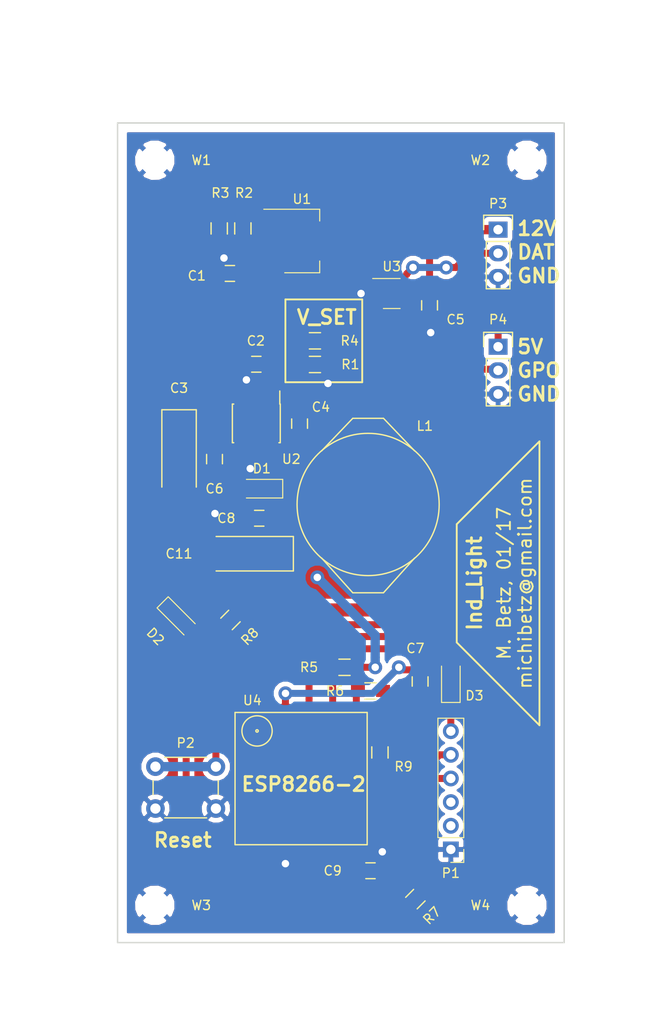
<source format=kicad_pcb>
(kicad_pcb (version 20160815) (host pcbnew no-vcs-found-7434~57~ubuntu16.04.1)

  (general
    (links 71)
    (no_connects 0)
    (area 47.924999 48.924999 96.075001 137.075001)
    (thickness 1.6)
    (drawings 28)
    (tracks 230)
    (zones 0)
    (modules 35)
    (nets 22)
  )

  (page A4)
  (layers
    (0 F.Cu signal)
    (31 B.Cu signal)
    (32 B.Adhes user)
    (33 F.Adhes user)
    (34 B.Paste user)
    (35 F.Paste user)
    (36 B.SilkS user)
    (37 F.SilkS user)
    (38 B.Mask user)
    (39 F.Mask user)
    (40 Dwgs.User user)
    (41 Cmts.User user)
    (42 Eco1.User user)
    (43 Eco2.User user)
    (44 Edge.Cuts user)
    (45 Margin user)
    (46 B.CrtYd user)
    (47 F.CrtYd user)
    (48 B.Fab user)
    (49 F.Fab user)
  )

  (setup
    (last_trace_width 1)
    (user_trace_width 0.5)
    (user_trace_width 0.75)
    (user_trace_width 2)
    (user_trace_width 3)
    (user_trace_width 5)
    (trace_clearance 0.5)
    (zone_clearance 0.508)
    (zone_45_only no)
    (trace_min 0.5)
    (segment_width 0.2)
    (edge_width 0.15)
    (via_size 1.5)
    (via_drill 0.8)
    (via_min_size 1)
    (via_min_drill 0.8)
    (uvia_size 0.3)
    (uvia_drill 0.1)
    (uvias_allowed no)
    (uvia_min_size 0.2)
    (uvia_min_drill 0.1)
    (pcb_text_width 0.3)
    (pcb_text_size 1.5 1.5)
    (mod_edge_width 0.15)
    (mod_text_size 1 1)
    (mod_text_width 0.15)
    (pad_size 6 6)
    (pad_drill 3)
    (pad_to_mask_clearance 0.2)
    (aux_axis_origin 0 0)
    (visible_elements 7FFEFFFF)
    (pcbplotparams
      (layerselection 0x00030_80000001)
      (usegerberextensions false)
      (excludeedgelayer true)
      (linewidth 0.100000)
      (plotframeref false)
      (viasonmask false)
      (mode 1)
      (useauxorigin false)
      (hpglpennumber 1)
      (hpglpenspeed 20)
      (hpglpendiameter 15)
      (psnegative false)
      (psa4output false)
      (plotreference true)
      (plotvalue true)
      (plotinvisibletext false)
      (padsonsilk false)
      (subtractmaskfromsilk false)
      (outputformat 1)
      (mirror false)
      (drillshape 1)
      (scaleselection 1)
      (outputdirectory ""))
  )

  (net 0 "")
  (net 1 +12V)
  (net 2 GND)
  (net 3 "Net-(C4-Pad1)")
  (net 4 "Net-(C4-Pad2)")
  (net 5 +5V)
  (net 6 +3V3)
  (net 7 /ESP_TX)
  (net 8 /ESP_RX)
  (net 9 /ESP_G2)
  (net 10 "Net-(P3-Pad2)")
  (net 11 "Net-(P4-Pad2)")
  (net 12 "Net-(R2-Pad1)")
  (net 13 "Net-(C2-Pad2)")
  (net 14 "Net-(R1-Pad2)")
  (net 15 "Net-(D2-Pad2)")
  (net 16 "Net-(C7-Pad1)")
  (net 17 "Net-(D3-Pad2)")
  (net 18 "Net-(P1-Pad4)")
  (net 19 "Net-(C7-Pad2)")
  (net 20 "Net-(P1-Pad3)")
  (net 21 "Net-(P1-Pad2)")

  (net_class Default "This is the default net class."
    (clearance 0.5)
    (trace_width 1)
    (via_dia 1.5)
    (via_drill 0.8)
    (uvia_dia 0.3)
    (uvia_drill 0.1)
    (diff_pair_gap 0.5)
    (diff_pair_width 0.5)
    (add_net +12V)
    (add_net +3V3)
    (add_net +5V)
    (add_net /ESP_G2)
    (add_net /ESP_RX)
    (add_net /ESP_TX)
    (add_net GND)
    (add_net "Net-(C2-Pad2)")
    (add_net "Net-(C4-Pad1)")
    (add_net "Net-(C4-Pad2)")
    (add_net "Net-(C7-Pad1)")
    (add_net "Net-(C7-Pad2)")
    (add_net "Net-(D2-Pad2)")
    (add_net "Net-(D3-Pad2)")
    (add_net "Net-(P1-Pad2)")
    (add_net "Net-(P1-Pad3)")
    (add_net "Net-(P1-Pad4)")
    (add_net "Net-(P3-Pad2)")
    (add_net "Net-(P4-Pad2)")
    (add_net "Net-(R1-Pad2)")
    (add_net "Net-(R2-Pad1)")
  )

  (module Mounting_Holes:MountingHole_3.2mm_M3 (layer F.Cu) (tedit 56D1B4CB) (tstamp 587498C8)
    (at 92 53)
    (descr "Mounting Hole 3.2mm, no annular, M3")
    (tags "mounting hole 3.2mm no annular m3")
    (path /5874A9A8)
    (fp_text reference W2 (at -5 0) (layer F.SilkS)
      (effects (font (size 1 1) (thickness 0.15)))
    )
    (fp_text value TEST_1P (at 0 4.2) (layer F.Fab)
      (effects (font (size 1 1) (thickness 0.15)))
    )
    (fp_circle (center 0 0) (end 3.2 0) (layer Cmts.User) (width 0.15))
    (fp_circle (center 0 0) (end 3.45 0) (layer F.CrtYd) (width 0.05))
    (pad 1 np_thru_hole circle (at 0 0) (size 3.2 3.2) (drill 3.2) (layers *.Cu *.Mask)
      (net 2 GND))
  )

  (module Mounting_Holes:MountingHole_3.2mm_M3 (layer F.Cu) (tedit 56D1B4CB) (tstamp 587498B5)
    (at 92 133)
    (descr "Mounting Hole 3.2mm, no annular, M3")
    (tags "mounting hole 3.2mm no annular m3")
    (path /5874A9B4)
    (fp_text reference W4 (at -5 0) (layer F.SilkS)
      (effects (font (size 1 1) (thickness 0.15)))
    )
    (fp_text value TEST_1P (at 0 4.2) (layer F.Fab)
      (effects (font (size 1 1) (thickness 0.15)))
    )
    (fp_circle (center 0 0) (end 3.45 0) (layer F.CrtYd) (width 0.05))
    (fp_circle (center 0 0) (end 3.2 0) (layer Cmts.User) (width 0.15))
    (pad 1 np_thru_hole circle (at 0 0) (size 3.2 3.2) (drill 3.2) (layers *.Cu *.Mask)
      (net 2 GND))
  )

  (module Mounting_Holes:MountingHole_3.2mm_M3 (layer F.Cu) (tedit 56D1B4CB) (tstamp 587498A2)
    (at 52 53)
    (descr "Mounting Hole 3.2mm, no annular, M3")
    (tags "mounting hole 3.2mm no annular m3")
    (path /58749B2F)
    (fp_text reference W1 (at 5 0) (layer F.SilkS)
      (effects (font (size 1 1) (thickness 0.15)))
    )
    (fp_text value TEST_1P (at 0 4.2) (layer F.Fab)
      (effects (font (size 1 1) (thickness 0.15)))
    )
    (fp_circle (center 0 0) (end 3.2 0) (layer Cmts.User) (width 0.15))
    (fp_circle (center 0 0) (end 3.45 0) (layer F.CrtYd) (width 0.05))
    (pad 1 np_thru_hole circle (at 0 0) (size 3.2 3.2) (drill 3.2) (layers *.Cu *.Mask)
      (net 2 GND))
  )

  (module Mounting_Holes:MountingHole_3.2mm_M3 (layer F.Cu) (tedit 56D1B4CB) (tstamp 5874988F)
    (at 52 133)
    (descr "Mounting Hole 3.2mm, no annular, M3")
    (tags "mounting hole 3.2mm no annular m3")
    (path /5874A90E)
    (fp_text reference W3 (at 5 0) (layer F.SilkS)
      (effects (font (size 1 1) (thickness 0.15)))
    )
    (fp_text value TEST_1P (at 0 4.2) (layer F.Fab)
      (effects (font (size 1 1) (thickness 0.15)))
    )
    (fp_circle (center 0 0) (end 3.45 0) (layer F.CrtYd) (width 0.05))
    (fp_circle (center 0 0) (end 3.2 0) (layer Cmts.User) (width 0.15))
    (pad 1 np_thru_hole circle (at 0 0) (size 3.2 3.2) (drill 3.2) (layers *.Cu *.Mask)
      (net 2 GND))
  )

  (module Buttons_Switches_ThroughHole:SW_PUSH_6mm (layer F.Cu) (tedit 58134C96) (tstamp 587447B4)
    (at 52.07 118.11)
    (descr https://www.omron.com/ecb/products/pdf/en-b3f.pdf)
    (tags "tact sw push 6mm")
    (path /5873B912)
    (fp_text reference P2 (at 3.25 -2.54) (layer F.SilkS)
      (effects (font (size 1 1) (thickness 0.15)))
    )
    (fp_text value CONN_01X02 (at 3.75 6.7) (layer F.Fab)
      (effects (font (size 1 1) (thickness 0.15)))
    )
    (fp_circle (center 3.25 2.25) (end 1.25 2.5) (layer F.Fab) (width 0.1))
    (fp_line (start 6.75 3) (end 6.75 1.5) (layer F.SilkS) (width 0.15))
    (fp_line (start 5.5 -1) (end 1 -1) (layer F.SilkS) (width 0.15))
    (fp_line (start -0.25 1.5) (end -0.25 3) (layer F.SilkS) (width 0.15))
    (fp_line (start 1 5.5) (end 5.5 5.5) (layer F.SilkS) (width 0.15))
    (fp_line (start 8 -1.25) (end 8 5.75) (layer F.CrtYd) (width 0.05))
    (fp_line (start 7.75 6) (end -1.25 6) (layer F.CrtYd) (width 0.05))
    (fp_line (start -1.5 5.75) (end -1.5 -1.25) (layer F.CrtYd) (width 0.05))
    (fp_line (start -1.25 -1.5) (end 7.75 -1.5) (layer F.CrtYd) (width 0.05))
    (fp_line (start -1.5 6) (end -1.25 6) (layer F.CrtYd) (width 0.05))
    (fp_line (start -1.5 5.75) (end -1.5 6) (layer F.CrtYd) (width 0.05))
    (fp_line (start -1.5 -1.5) (end -1.25 -1.5) (layer F.CrtYd) (width 0.05))
    (fp_line (start -1.5 -1.25) (end -1.5 -1.5) (layer F.CrtYd) (width 0.05))
    (fp_line (start 8 -1.5) (end 8 -1.25) (layer F.CrtYd) (width 0.05))
    (fp_line (start 7.75 -1.5) (end 8 -1.5) (layer F.CrtYd) (width 0.05))
    (fp_line (start 8 6) (end 8 5.75) (layer F.CrtYd) (width 0.05))
    (fp_line (start 7.75 6) (end 8 6) (layer F.CrtYd) (width 0.05))
    (fp_line (start 0.25 -0.75) (end 3.25 -0.75) (layer F.Fab) (width 0.1))
    (fp_line (start 0.25 5.25) (end 0.25 -0.75) (layer F.Fab) (width 0.1))
    (fp_line (start 6.25 5.25) (end 0.25 5.25) (layer F.Fab) (width 0.1))
    (fp_line (start 6.25 -0.75) (end 6.25 5.25) (layer F.Fab) (width 0.1))
    (fp_line (start 3.25 -0.75) (end 6.25 -0.75) (layer F.Fab) (width 0.1))
    (pad 1 thru_hole circle (at 6.5 0 90) (size 2 2) (drill 1.1) (layers *.Cu *.Mask)
      (net 16 "Net-(C7-Pad1)"))
    (pad 2 thru_hole circle (at 6.5 4.5 90) (size 2 2) (drill 1.1) (layers *.Cu *.Mask)
      (net 2 GND))
    (pad 1 thru_hole circle (at 0 0 90) (size 2 2) (drill 1.1) (layers *.Cu *.Mask)
      (net 16 "Net-(C7-Pad1)"))
    (pad 2 thru_hole circle (at 0 4.5 90) (size 2 2) (drill 1.1) (layers *.Cu *.Mask)
      (net 2 GND))
    (model Buttons_Switches_ThroughHole.3dshapes/SW_PUSH_6mm.wrl
      (at (xyz 0.005 0 0))
      (scale (xyz 0.3937 0.3937 0.3937))
      (rotate (xyz 0 0 0))
    )
  )

  (module Capacitors_SMD:C_0805_HandSoldering (layer F.Cu) (tedit 541A9B8D) (tstamp 58743AC3)
    (at 80.518 108.966 270)
    (descr "Capacitor SMD 0805, hand soldering")
    (tags "capacitor 0805")
    (path /5874363A)
    (attr smd)
    (fp_text reference C7 (at -3.556 0.508) (layer F.SilkS)
      (effects (font (size 1 1) (thickness 0.15)))
    )
    (fp_text value 100n (at 0 2.1 270) (layer F.Fab)
      (effects (font (size 1 1) (thickness 0.15)))
    )
    (fp_line (start -0.5 0.85) (end 0.5 0.85) (layer F.SilkS) (width 0.15))
    (fp_line (start 0.5 -0.85) (end -0.5 -0.85) (layer F.SilkS) (width 0.15))
    (fp_line (start 2.3 -1) (end 2.3 1) (layer F.CrtYd) (width 0.05))
    (fp_line (start -2.3 -1) (end -2.3 1) (layer F.CrtYd) (width 0.05))
    (fp_line (start -2.3 1) (end 2.3 1) (layer F.CrtYd) (width 0.05))
    (fp_line (start -2.3 -1) (end 2.3 -1) (layer F.CrtYd) (width 0.05))
    (fp_line (start -1 -0.625) (end 1 -0.625) (layer F.Fab) (width 0.15))
    (fp_line (start 1 -0.625) (end 1 0.625) (layer F.Fab) (width 0.15))
    (fp_line (start 1 0.625) (end -1 0.625) (layer F.Fab) (width 0.15))
    (fp_line (start -1 0.625) (end -1 -0.625) (layer F.Fab) (width 0.15))
    (pad 2 smd rect (at 1.25 0 270) (size 1.5 1.25) (layers F.Cu F.Paste F.Mask)
      (net 19 "Net-(C7-Pad2)"))
    (pad 1 smd rect (at -1.25 0 270) (size 1.5 1.25) (layers F.Cu F.Paste F.Mask)
      (net 16 "Net-(C7-Pad1)"))
    (model Capacitors_SMD.3dshapes/C_0805_HandSoldering.wrl
      (at (xyz 0 0 0))
      (scale (xyz 1 1 1))
      (rotate (xyz 0 0 0))
    )
  )

  (module Diodes_SMD:SOD-123 (layer F.Cu) (tedit 58645DC7) (tstamp 587439B5)
    (at 83.82 108.966 90)
    (descr SOD-123)
    (tags SOD-123)
    (path /5874632C)
    (attr smd)
    (fp_text reference D3 (at -1.524 2.54 180) (layer F.SilkS)
      (effects (font (size 1 1) (thickness 0.15)))
    )
    (fp_text value SS (at 0 2.1 90) (layer F.Fab)
      (effects (font (size 1 1) (thickness 0.15)))
    )
    (fp_line (start -2.25 -1) (end 1.65 -1) (layer F.SilkS) (width 0.12))
    (fp_line (start -2.25 1) (end 1.65 1) (layer F.SilkS) (width 0.12))
    (fp_line (start -2.35 -1.15) (end -2.35 1.15) (layer F.CrtYd) (width 0.05))
    (fp_line (start 2.35 1.15) (end -2.35 1.15) (layer F.CrtYd) (width 0.05))
    (fp_line (start 2.35 -1.15) (end 2.35 1.15) (layer F.CrtYd) (width 0.05))
    (fp_line (start -2.35 -1.15) (end 2.35 -1.15) (layer F.CrtYd) (width 0.05))
    (fp_line (start -1.4 -0.9) (end 1.4 -0.9) (layer F.Fab) (width 0.1))
    (fp_line (start 1.4 -0.9) (end 1.4 0.9) (layer F.Fab) (width 0.1))
    (fp_line (start 1.4 0.9) (end -1.4 0.9) (layer F.Fab) (width 0.1))
    (fp_line (start -1.4 0.9) (end -1.4 -0.9) (layer F.Fab) (width 0.1))
    (fp_line (start -0.75 0) (end -0.35 0) (layer F.Fab) (width 0.1))
    (fp_line (start -0.35 0) (end -0.35 -0.55) (layer F.Fab) (width 0.1))
    (fp_line (start -0.35 0) (end -0.35 0.55) (layer F.Fab) (width 0.1))
    (fp_line (start -0.35 0) (end 0.25 -0.4) (layer F.Fab) (width 0.1))
    (fp_line (start 0.25 -0.4) (end 0.25 0.4) (layer F.Fab) (width 0.1))
    (fp_line (start 0.25 0.4) (end -0.35 0) (layer F.Fab) (width 0.1))
    (fp_line (start 0.25 0) (end 0.75 0) (layer F.Fab) (width 0.1))
    (fp_line (start -2.25 -1) (end -2.25 1) (layer F.SilkS) (width 0.12))
    (pad 2 smd rect (at 1.65 0 90) (size 0.9 1.2) (layers F.Cu F.Paste F.Mask)
      (net 17 "Net-(D3-Pad2)"))
    (pad 1 smd rect (at -1.65 0 90) (size 0.9 1.2) (layers F.Cu F.Paste F.Mask)
      (net 19 "Net-(C7-Pad2)"))
    (model ${KISYS3DMOD}/Diodes_SMD.3dshapes/SOD-323.wrl
      (at (xyz 0 0 0))
      (scale (xyz 1 1 1))
      (rotate (xyz 0 0 180))
    )
  )

  (module Resistors_SMD:R_0805_HandSoldering (layer F.Cu) (tedit 58307B90) (tstamp 587438F3)
    (at 76.2 116.586 90)
    (descr "Resistor SMD 0805, hand soldering")
    (tags "resistor 0805")
    (path /5873FB2B)
    (attr smd)
    (fp_text reference R9 (at -1.524 2.54 180) (layer F.SilkS)
      (effects (font (size 1 1) (thickness 0.15)))
    )
    (fp_text value 10k (at 0 2.1 90) (layer F.Fab)
      (effects (font (size 1 1) (thickness 0.15)))
    )
    (fp_line (start -0.6 -0.875) (end 0.6 -0.875) (layer F.SilkS) (width 0.15))
    (fp_line (start 0.6 0.875) (end -0.6 0.875) (layer F.SilkS) (width 0.15))
    (fp_line (start 2.4 -1) (end 2.4 1) (layer F.CrtYd) (width 0.05))
    (fp_line (start -2.4 -1) (end -2.4 1) (layer F.CrtYd) (width 0.05))
    (fp_line (start -2.4 1) (end 2.4 1) (layer F.CrtYd) (width 0.05))
    (fp_line (start -2.4 -1) (end 2.4 -1) (layer F.CrtYd) (width 0.05))
    (fp_line (start -1 -0.625) (end 1 -0.625) (layer F.Fab) (width 0.1))
    (fp_line (start 1 -0.625) (end 1 0.625) (layer F.Fab) (width 0.1))
    (fp_line (start 1 0.625) (end -1 0.625) (layer F.Fab) (width 0.1))
    (fp_line (start -1 0.625) (end -1 -0.625) (layer F.Fab) (width 0.1))
    (pad 2 smd rect (at 1.35 0 90) (size 1.5 1.3) (layers F.Cu F.Paste F.Mask)
      (net 9 /ESP_G2))
    (pad 1 smd rect (at -1.35 0 90) (size 1.5 1.3) (layers F.Cu F.Paste F.Mask)
      (net 6 +3V3))
    (model Resistors_SMD.3dshapes/R_0805_HandSoldering.wrl
      (at (xyz 0 0 0))
      (scale (xyz 1 1 1))
      (rotate (xyz 0 0 0))
    )
  )

  (module Pin_Headers:Pin_Header_Straight_1x06_Pitch2.54mm (layer F.Cu) (tedit 5862ED52) (tstamp 587367FF)
    (at 83.82 127 180)
    (descr "Through hole straight pin header, 1x06, 2.54mm pitch, single row")
    (tags "Through hole pin header THT 1x06 2.54mm single row")
    (path /58735505)
    (fp_text reference P1 (at 0 -2.54 180) (layer F.SilkS)
      (effects (font (size 1 1) (thickness 0.15)))
    )
    (fp_text value TTL_232R_3V3 (at 0 15.09 180) (layer F.Fab)
      (effects (font (size 1 1) (thickness 0.15)))
    )
    (fp_line (start 1.6 -1.6) (end -1.6 -1.6) (layer F.CrtYd) (width 0.05))
    (fp_line (start 1.6 14.3) (end 1.6 -1.6) (layer F.CrtYd) (width 0.05))
    (fp_line (start -1.6 14.3) (end 1.6 14.3) (layer F.CrtYd) (width 0.05))
    (fp_line (start -1.6 -1.6) (end -1.6 14.3) (layer F.CrtYd) (width 0.05))
    (fp_line (start -1.39 -1.39) (end 0 -1.39) (layer F.SilkS) (width 0.12))
    (fp_line (start -1.39 0) (end -1.39 -1.39) (layer F.SilkS) (width 0.12))
    (fp_line (start 1.39 1.27) (end -1.39 1.27) (layer F.SilkS) (width 0.12))
    (fp_line (start 1.39 14.09) (end 1.39 1.27) (layer F.SilkS) (width 0.12))
    (fp_line (start -1.39 14.09) (end 1.39 14.09) (layer F.SilkS) (width 0.12))
    (fp_line (start -1.39 1.27) (end -1.39 14.09) (layer F.SilkS) (width 0.12))
    (fp_line (start 1.27 -1.27) (end -1.27 -1.27) (layer F.Fab) (width 0.1))
    (fp_line (start 1.27 13.97) (end 1.27 -1.27) (layer F.Fab) (width 0.1))
    (fp_line (start -1.27 13.97) (end 1.27 13.97) (layer F.Fab) (width 0.1))
    (fp_line (start -1.27 -1.27) (end -1.27 13.97) (layer F.Fab) (width 0.1))
    (pad 6 thru_hole oval (at 0 12.7 180) (size 1.7 1.7) (drill 1) (layers *.Cu *.Mask)
      (net 19 "Net-(C7-Pad2)"))
    (pad 5 thru_hole oval (at 0 10.16 180) (size 1.7 1.7) (drill 1) (layers *.Cu *.Mask)
      (net 7 /ESP_TX))
    (pad 4 thru_hole oval (at 0 7.62 180) (size 1.7 1.7) (drill 1) (layers *.Cu *.Mask)
      (net 18 "Net-(P1-Pad4)"))
    (pad 3 thru_hole oval (at 0 5.08 180) (size 1.7 1.7) (drill 1) (layers *.Cu *.Mask)
      (net 20 "Net-(P1-Pad3)"))
    (pad 2 thru_hole oval (at 0 2.54 180) (size 1.7 1.7) (drill 1) (layers *.Cu *.Mask)
      (net 21 "Net-(P1-Pad2)"))
    (pad 1 thru_hole rect (at 0 0 180) (size 1.7 1.7) (drill 1) (layers *.Cu *.Mask)
      (net 2 GND))
    (model Pin_Headers.3dshapes/Pin_Header_Straight_1x06_Pitch2.54mm.wrl
      (at (xyz 0 -0.25 0))
      (scale (xyz 1 1 1))
      (rotate (xyz 0 0 90))
    )
  )

  (module Capacitors_Tantalum_SMD:Tantalum_Case-C_EIA-6032-28_Hand (layer F.Cu) (tedit 57B6E980) (tstamp 587200B2)
    (at 61.595 95.25 180)
    (descr "Tantalum capacitor, Case C, EIA 6032-28, 6.0x3.2x2.5mm, Hand soldering footprint")
    (tags "capacitor tantalum smd")
    (path /58721980)
    (attr smd)
    (fp_text reference C11 (at 6.985 0 180) (layer F.SilkS)
      (effects (font (size 1 1) (thickness 0.15)))
    )
    (fp_text value 33u (at 0 3.35 180) (layer F.Fab)
      (effects (font (size 1 1) (thickness 0.15)))
    )
    (fp_line (start -5.4 -2) (end -5.4 2) (layer F.CrtYd) (width 0.05))
    (fp_line (start -5.4 2) (end 5.4 2) (layer F.CrtYd) (width 0.05))
    (fp_line (start 5.4 2) (end 5.4 -2) (layer F.CrtYd) (width 0.05))
    (fp_line (start 5.4 -2) (end -5.4 -2) (layer F.CrtYd) (width 0.05))
    (fp_line (start -3 -1.6) (end -3 1.6) (layer F.Fab) (width 0.15))
    (fp_line (start -3 1.6) (end 3 1.6) (layer F.Fab) (width 0.15))
    (fp_line (start 3 1.6) (end 3 -1.6) (layer F.Fab) (width 0.15))
    (fp_line (start 3 -1.6) (end -3 -1.6) (layer F.Fab) (width 0.15))
    (fp_line (start -2.4 -1.6) (end -2.4 1.6) (layer F.Fab) (width 0.15))
    (fp_line (start -2.1 -1.6) (end -2.1 1.6) (layer F.Fab) (width 0.15))
    (fp_line (start -5.3 -1.85) (end 3 -1.85) (layer F.SilkS) (width 0.15))
    (fp_line (start -5.3 1.85) (end 3 1.85) (layer F.SilkS) (width 0.15))
    (fp_line (start -5.3 -1.85) (end -5.3 1.85) (layer F.SilkS) (width 0.15))
    (pad 1 smd rect (at -3.125 0 180) (size 3.75 2.5) (layers F.Cu F.Paste F.Mask)
      (net 6 +3V3))
    (pad 2 smd rect (at 3.125 0 180) (size 3.75 2.5) (layers F.Cu F.Paste F.Mask)
      (net 2 GND))
    (model Capacitors_Tantalum_SMD.3dshapes/Tantalum_Case-C_EIA-6032-28.wrl
      (at (xyz 0 0 0))
      (scale (xyz 1 1 1))
      (rotate (xyz 0 0 0))
    )
  )

  (module Resistors_SMD:R_0805_HandSoldering (layer F.Cu) (tedit 58307B90) (tstamp 5871A6EE)
    (at 60.1345 102.362 45)
    (descr "Resistor SMD 0805, hand soldering")
    (tags "resistor 0805")
    (path /5871A8F5)
    (attr smd)
    (fp_text reference R8 (at 0.224506 2.738978 45) (layer F.SilkS)
      (effects (font (size 1 1) (thickness 0.15)))
    )
    (fp_text value 56R (at 0 2.1 45) (layer F.Fab)
      (effects (font (size 1 1) (thickness 0.15)))
    )
    (fp_line (start -0.600001 -0.875) (end 0.600001 -0.875) (layer F.SilkS) (width 0.15))
    (fp_line (start 0.600001 0.875) (end -0.600001 0.875) (layer F.SilkS) (width 0.15))
    (fp_line (start 2.4 -1) (end 2.4 1) (layer F.CrtYd) (width 0.05))
    (fp_line (start -2.4 -1) (end -2.4 1) (layer F.CrtYd) (width 0.05))
    (fp_line (start -2.4 1) (end 2.4 1) (layer F.CrtYd) (width 0.05))
    (fp_line (start -2.4 -1) (end 2.4 -1) (layer F.CrtYd) (width 0.05))
    (fp_line (start -1 -0.625) (end 1 -0.625) (layer F.Fab) (width 0.1))
    (fp_line (start 1 -0.625) (end 1 0.625) (layer F.Fab) (width 0.1))
    (fp_line (start 1 0.625) (end -1 0.625) (layer F.Fab) (width 0.1))
    (fp_line (start -1 0.625) (end -1 -0.625) (layer F.Fab) (width 0.1))
    (pad 2 smd rect (at 1.35 0 45) (size 1.5 1.3) (layers F.Cu F.Paste F.Mask)
      (net 6 +3V3))
    (pad 1 smd rect (at -1.35 0 45) (size 1.5 1.3) (layers F.Cu F.Paste F.Mask)
      (net 15 "Net-(D2-Pad2)"))
    (model Resistors_SMD.3dshapes/R_0805_HandSoldering.wrl
      (at (xyz 0 0 0))
      (scale (xyz 1 1 1))
      (rotate (xyz 0 0 0))
    )
  )

  (module LEDs:LED_1206 (layer F.Cu) (tedit 5872002D) (tstamp 5871A6DE)
    (at 54.61 102.235 315)
    (descr "LED 1206 smd package")
    (tags "LED led 1206 SMD smd SMT smt smdled SMDLED smtled SMTLED")
    (path /5871A81F)
    (attr smd)
    (fp_text reference D2 (at -0.449013 3.14309 315) (layer F.SilkS)
      (effects (font (size 1 1) (thickness 0.15)))
    )
    (fp_text value LED (at 0 1.7 315) (layer F.Fab)
      (effects (font (size 1 1) (thickness 0.15)))
    )
    (fp_line (start -2.65 -1) (end 2.65 -1) (layer F.CrtYd) (width 0.05))
    (fp_line (start -2.65 1) (end -2.65 -1) (layer F.CrtYd) (width 0.05))
    (fp_line (start 2.65 1) (end -2.65 1) (layer F.CrtYd) (width 0.05))
    (fp_line (start 2.65 -1) (end 2.65 1) (layer F.CrtYd) (width 0.05))
    (fp_line (start -2.45 -0.85) (end 1.6 -0.85) (layer F.SilkS) (width 0.12))
    (fp_line (start -2.45 0.85) (end 1.6 0.85) (layer F.SilkS) (width 0.12))
    (fp_line (start -1.6 0.8) (end -1.6 -0.8) (layer F.Fab) (width 0.1))
    (fp_line (start -1.6 -0.8) (end 1.6 -0.8) (layer F.Fab) (width 0.1))
    (fp_line (start 1.6 -0.8) (end 1.6 0.8) (layer F.Fab) (width 0.1))
    (fp_line (start 1.6 0.8) (end -1.6 0.8) (layer F.Fab) (width 0.1))
    (fp_line (start 0.2 -0.4) (end 0.2 0.4) (layer F.Fab) (width 0.1))
    (fp_line (start 0.2 0.4) (end -0.4 0) (layer F.Fab) (width 0.1))
    (fp_line (start -0.4 0) (end 0.2 -0.4) (layer F.Fab) (width 0.1))
    (fp_line (start -0.45 -0.4) (end -0.45 0.4) (layer F.Fab) (width 0.1))
    (fp_line (start -2.5 -0.85) (end -2.5 0.85) (layer F.SilkS) (width 0.12))
    (pad 1 smd rect (at -1.65 0 135) (size 1.5 1.5) (layers F.Cu F.Paste F.Mask)
      (net 2 GND))
    (pad 2 smd rect (at 1.65 0 135) (size 1.5 1.5) (layers F.Cu F.Paste F.Mask)
      (net 15 "Net-(D2-Pad2)"))
    (model LEDs.3dshapes/LED_1206.wrl
      (at (xyz 0 0 0))
      (scale (xyz 1 1 1))
      (rotate (xyz 0 0 180))
    )
  )

  (module Capacitors_SMD:C_0805_HandSoldering (layer F.Cu) (tedit 5872070C) (tstamp 5864B0EB)
    (at 58.42 85.09 270)
    (descr "Capacitor SMD 0805, hand soldering")
    (tags "capacitor 0805")
    (path /586E01CA)
    (attr smd)
    (fp_text reference C6 (at 3.175 0) (layer F.SilkS)
      (effects (font (size 1 1) (thickness 0.15)))
    )
    (fp_text value 2u2 (at -0.127 -2.667) (layer F.Fab)
      (effects (font (size 1 1) (thickness 0.15)))
    )
    (fp_line (start -1 0.625) (end -1 -0.625) (layer F.Fab) (width 0.15))
    (fp_line (start 1 0.625) (end -1 0.625) (layer F.Fab) (width 0.15))
    (fp_line (start 1 -0.625) (end 1 0.625) (layer F.Fab) (width 0.15))
    (fp_line (start -1 -0.625) (end 1 -0.625) (layer F.Fab) (width 0.15))
    (fp_line (start -2.3 -1) (end 2.3 -1) (layer F.CrtYd) (width 0.05))
    (fp_line (start -2.3 1) (end 2.3 1) (layer F.CrtYd) (width 0.05))
    (fp_line (start -2.3 -1) (end -2.3 1) (layer F.CrtYd) (width 0.05))
    (fp_line (start 2.3 -1) (end 2.3 1) (layer F.CrtYd) (width 0.05))
    (fp_line (start 0.5 -0.85) (end -0.5 -0.85) (layer F.SilkS) (width 0.15))
    (fp_line (start -0.5 0.85) (end 0.5 0.85) (layer F.SilkS) (width 0.15))
    (pad 1 smd rect (at -1.25 0 270) (size 1.5 1.25) (layers F.Cu F.Paste F.Mask)
      (net 1 +12V))
    (pad 2 smd rect (at 1.25 0 270) (size 1.5 1.25) (layers F.Cu F.Paste F.Mask)
      (net 2 GND))
    (model Capacitors_SMD.3dshapes/C_0805_HandSoldering.wrl
      (at (xyz 0 0 0))
      (scale (xyz 1 1 1))
      (rotate (xyz 0 0 0))
    )
  )

  (module Resistors_SMD:R_0805_HandSoldering (layer F.Cu) (tedit 58307B90) (tstamp 5864B168)
    (at 69.215 74.93 180)
    (descr "Resistor SMD 0805, hand soldering")
    (tags "resistor 0805")
    (path /586E5E3A)
    (attr smd)
    (fp_text reference R1 (at -3.81 0 180) (layer F.SilkS)
      (effects (font (size 1 1) (thickness 0.15)))
    )
    (fp_text value 10k (at 1.257236 -2.334867 180) (layer F.Fab)
      (effects (font (size 1 1) (thickness 0.15)))
    )
    (fp_line (start -1 0.625) (end -1 -0.625) (layer F.Fab) (width 0.1))
    (fp_line (start 1 0.625) (end -1 0.625) (layer F.Fab) (width 0.1))
    (fp_line (start 1 -0.625) (end 1 0.625) (layer F.Fab) (width 0.1))
    (fp_line (start -1 -0.625) (end 1 -0.625) (layer F.Fab) (width 0.1))
    (fp_line (start -2.4 -1) (end 2.4 -1) (layer F.CrtYd) (width 0.05))
    (fp_line (start -2.4 1) (end 2.4 1) (layer F.CrtYd) (width 0.05))
    (fp_line (start -2.4 -1) (end -2.4 1) (layer F.CrtYd) (width 0.05))
    (fp_line (start 2.4 -1) (end 2.4 1) (layer F.CrtYd) (width 0.05))
    (fp_line (start 0.6 0.875) (end -0.6 0.875) (layer F.SilkS) (width 0.15))
    (fp_line (start -0.6 -0.875) (end 0.6 -0.875) (layer F.SilkS) (width 0.15))
    (pad 1 smd rect (at -1.35 0 180) (size 1.5 1.3) (layers F.Cu F.Paste F.Mask)
      (net 2 GND))
    (pad 2 smd rect (at 1.35 0 180) (size 1.5 1.3) (layers F.Cu F.Paste F.Mask)
      (net 14 "Net-(R1-Pad2)"))
    (model Resistors_SMD.3dshapes/R_0805_HandSoldering.wrl
      (at (xyz 0 0 0))
      (scale (xyz 1 1 1))
      (rotate (xyz 0 0 0))
    )
  )

  (module Resistors_SMD:R_0805_HandSoldering (layer F.Cu) (tedit 58307B90) (tstamp 5864B198)
    (at 69.215 72.39 180)
    (descr "Resistor SMD 0805, hand soldering")
    (tags "resistor 0805")
    (path /586E595B)
    (attr smd)
    (fp_text reference R4 (at -3.73 0) (layer F.SilkS)
      (effects (font (size 1 1) (thickness 0.15)))
    )
    (fp_text value 17.4k (at -1.016 3.302 270) (layer F.Fab)
      (effects (font (size 1 1) (thickness 0.15)))
    )
    (fp_line (start -1 0.625) (end -1 -0.625) (layer F.Fab) (width 0.1))
    (fp_line (start 1 0.625) (end -1 0.625) (layer F.Fab) (width 0.1))
    (fp_line (start 1 -0.625) (end 1 0.625) (layer F.Fab) (width 0.1))
    (fp_line (start -1 -0.625) (end 1 -0.625) (layer F.Fab) (width 0.1))
    (fp_line (start -2.4 -1) (end 2.4 -1) (layer F.CrtYd) (width 0.05))
    (fp_line (start -2.4 1) (end 2.4 1) (layer F.CrtYd) (width 0.05))
    (fp_line (start -2.4 -1) (end -2.4 1) (layer F.CrtYd) (width 0.05))
    (fp_line (start 2.4 -1) (end 2.4 1) (layer F.CrtYd) (width 0.05))
    (fp_line (start 0.6 0.875) (end -0.6 0.875) (layer F.SilkS) (width 0.15))
    (fp_line (start -0.6 -0.875) (end 0.6 -0.875) (layer F.SilkS) (width 0.15))
    (pad 1 smd rect (at -1.35 0 180) (size 1.5 1.3) (layers F.Cu F.Paste F.Mask)
      (net 6 +3V3))
    (pad 2 smd rect (at 1.35 0 180) (size 1.5 1.3) (layers F.Cu F.Paste F.Mask)
      (net 14 "Net-(R1-Pad2)"))
    (model Resistors_SMD.3dshapes/R_0805_HandSoldering.wrl
      (at (xyz 0 0 0))
      (scale (xyz 1 1 1))
      (rotate (xyz 0 0 0))
    )
  )

  (module Capacitors_Tantalum_SMD:Tantalum_Case-C_EIA-6032-28_Hand (layer F.Cu) (tedit 57B6E980) (tstamp 5872009F)
    (at 54.61 85.09 270)
    (descr "Tantalum capacitor, Case C, EIA 6032-28, 6.0x3.2x2.5mm, Hand soldering footprint")
    (tags "capacitor tantalum smd")
    (path /58721084)
    (attr smd)
    (fp_text reference C3 (at -7.62 0) (layer F.SilkS)
      (effects (font (size 1 1) (thickness 0.15)))
    )
    (fp_text value 33u (at 0 3.35 270) (layer F.Fab)
      (effects (font (size 1 1) (thickness 0.15)))
    )
    (fp_line (start -5.4 -2) (end -5.4 2) (layer F.CrtYd) (width 0.05))
    (fp_line (start -5.4 2) (end 5.4 2) (layer F.CrtYd) (width 0.05))
    (fp_line (start 5.4 2) (end 5.4 -2) (layer F.CrtYd) (width 0.05))
    (fp_line (start 5.4 -2) (end -5.4 -2) (layer F.CrtYd) (width 0.05))
    (fp_line (start -3 -1.6) (end -3 1.6) (layer F.Fab) (width 0.15))
    (fp_line (start -3 1.6) (end 3 1.6) (layer F.Fab) (width 0.15))
    (fp_line (start 3 1.6) (end 3 -1.6) (layer F.Fab) (width 0.15))
    (fp_line (start 3 -1.6) (end -3 -1.6) (layer F.Fab) (width 0.15))
    (fp_line (start -2.4 -1.6) (end -2.4 1.6) (layer F.Fab) (width 0.15))
    (fp_line (start -2.1 -1.6) (end -2.1 1.6) (layer F.Fab) (width 0.15))
    (fp_line (start -5.3 -1.85) (end 3 -1.85) (layer F.SilkS) (width 0.15))
    (fp_line (start -5.3 1.85) (end 3 1.85) (layer F.SilkS) (width 0.15))
    (fp_line (start -5.3 -1.85) (end -5.3 1.85) (layer F.SilkS) (width 0.15))
    (pad 1 smd rect (at -3.125 0 270) (size 3.75 2.5) (layers F.Cu F.Paste F.Mask)
      (net 1 +12V))
    (pad 2 smd rect (at 3.125 0 270) (size 3.75 2.5) (layers F.Cu F.Paste F.Mask)
      (net 2 GND))
    (model Capacitors_Tantalum_SMD.3dshapes/Tantalum_Case-C_EIA-6032-28.wrl
      (at (xyz 0 0 0))
      (scale (xyz 1 1 1))
      (rotate (xyz 0 0 0))
    )
  )

  (module myStuff:ESP8266_ESP-02 (layer F.Cu) (tedit 5871A09D) (tstamp 58660E15)
    (at 66.04 126.468)
    (path /58661784)
    (attr smd)
    (fp_text reference U4 (at -3.556 -15.47) (layer F.SilkS)
      (effects (font (size 1 1) (thickness 0.15)))
    )
    (fp_text value esp8266_esp-02 (at 1.778 -2.54) (layer F.Fab)
      (effects (font (size 1 1) (thickness 0.15)))
    )
    (fp_line (start -5.413 -14.176) (end 8.787 -14.176) (layer F.SilkS) (width 0.15))
    (fp_line (start 8.787 -14.176) (end 8.787 0.024) (layer F.SilkS) (width 0.15))
    (fp_line (start 8.787 0.024) (end -5.413 0.024) (layer F.SilkS) (width 0.15))
    (fp_line (start -5.413 0.024) (end -5.413 -14.176) (layer F.SilkS) (width 0.15))
    (fp_circle (center -3.048 -12.192) (end -1.778 -13.208) (layer F.SilkS) (width 0.15))
    (fp_circle (center -3.048 -12.192) (end -2.921 -12.192) (layer F.SilkS) (width 0.15))
    (pad 8 smd circle (at 0 -14.2) (size 2 2) (layers F.Cu F.Paste F.Mask)
      (net 16 "Net-(C7-Pad1)"))
    (pad 7 smd circle (at 2.54 -14.2) (size 2 2) (layers F.Cu F.Paste F.Mask)
      (net 9 /ESP_G2))
    (pad 6 smd circle (at 5.08 -14.2) (size 2 2) (layers F.Cu F.Paste F.Mask)
      (net 17 "Net-(D3-Pad2)"))
    (pad 5 smd circle (at 7.62 -14.2) (size 2 2) (layers F.Cu F.Paste F.Mask)
      (net 6 +3V3))
    (pad 4 smd circle (at 7.62 0) (size 2 2) (layers F.Cu F.Paste F.Mask)
      (net 6 +3V3))
    (pad 3 smd circle (at 5.08 0) (size 2 2) (layers F.Cu F.Paste F.Mask)
      (net 7 /ESP_TX))
    (pad 2 smd circle (at 2.54 0) (size 2 2) (layers F.Cu F.Paste F.Mask)
      (net 8 /ESP_RX))
    (pad 1 smd circle (at 0 0) (size 2 2) (layers F.Cu F.Paste F.Mask)
      (net 2 GND))
  )

  (module Capacitors_SMD:C_0805_HandSoldering (layer F.Cu) (tedit 541A9B8D) (tstamp 5864B0CB)
    (at 67.564 81.28 90)
    (descr "Capacitor SMD 0805, hand soldering")
    (tags "capacitor 0805")
    (path /586E12F9)
    (attr smd)
    (fp_text reference C4 (at 1.778 2.286) (layer F.SilkS)
      (effects (font (size 1 1) (thickness 0.15)))
    )
    (fp_text value 100n (at 0.254 3.048 180) (layer F.Fab)
      (effects (font (size 1 1) (thickness 0.15)))
    )
    (fp_line (start -1 0.625) (end -1 -0.625) (layer F.Fab) (width 0.15))
    (fp_line (start 1 0.625) (end -1 0.625) (layer F.Fab) (width 0.15))
    (fp_line (start 1 -0.625) (end 1 0.625) (layer F.Fab) (width 0.15))
    (fp_line (start -1 -0.625) (end 1 -0.625) (layer F.Fab) (width 0.15))
    (fp_line (start -2.3 -1) (end 2.3 -1) (layer F.CrtYd) (width 0.05))
    (fp_line (start -2.3 1) (end 2.3 1) (layer F.CrtYd) (width 0.05))
    (fp_line (start -2.3 -1) (end -2.3 1) (layer F.CrtYd) (width 0.05))
    (fp_line (start 2.3 -1) (end 2.3 1) (layer F.CrtYd) (width 0.05))
    (fp_line (start 0.5 -0.85) (end -0.5 -0.85) (layer F.SilkS) (width 0.15))
    (fp_line (start -0.5 0.85) (end 0.5 0.85) (layer F.SilkS) (width 0.15))
    (pad 1 smd rect (at -1.25 0 90) (size 1.5 1.25) (layers F.Cu F.Paste F.Mask)
      (net 3 "Net-(C4-Pad1)"))
    (pad 2 smd rect (at 1.25 0 90) (size 1.5 1.25) (layers F.Cu F.Paste F.Mask)
      (net 4 "Net-(C4-Pad2)"))
    (model Capacitors_SMD.3dshapes/C_0805_HandSoldering.wrl
      (at (xyz 0 0 0))
      (scale (xyz 1 1 1))
      (rotate (xyz 0 0 0))
    )
  )

  (module TO_SOT_Packages_SMD:SOT-223 (layer F.Cu) (tedit 583F3B4E) (tstamp 5864B1D0)
    (at 67.816499 61.671897)
    (descr "module CMS SOT223 4 pins")
    (tags "CMS SOT")
    (path /5864E792)
    (attr smd)
    (fp_text reference U1 (at 0 -4.5) (layer F.SilkS)
      (effects (font (size 1 1) (thickness 0.15)))
    )
    (fp_text value LM317EMPX (at 0.509501 4.5) (layer F.Fab)
      (effects (font (size 1 1) (thickness 0.15)))
    )
    (fp_line (start 1.91 3.41) (end 1.91 2.15) (layer F.SilkS) (width 0.12))
    (fp_line (start 1.91 -3.41) (end 1.91 -2.15) (layer F.SilkS) (width 0.12))
    (fp_line (start 4.4 -3.6) (end -4.4 -3.6) (layer F.CrtYd) (width 0.05))
    (fp_line (start 4.4 3.6) (end 4.4 -3.6) (layer F.CrtYd) (width 0.05))
    (fp_line (start -4.4 3.6) (end 4.4 3.6) (layer F.CrtYd) (width 0.05))
    (fp_line (start -4.4 -3.6) (end -4.4 3.6) (layer F.CrtYd) (width 0.05))
    (fp_line (start -1.85 -3.35) (end -1.85 3.35) (layer F.Fab) (width 0.15))
    (fp_line (start -1.85 3.41) (end 1.91 3.41) (layer F.SilkS) (width 0.12))
    (fp_line (start -1.85 -3.35) (end 1.85 -3.35) (layer F.Fab) (width 0.15))
    (fp_line (start -4.1 -3.41) (end 1.91 -3.41) (layer F.SilkS) (width 0.12))
    (fp_line (start -1.85 3.35) (end 1.85 3.35) (layer F.Fab) (width 0.15))
    (fp_line (start 1.85 -3.35) (end 1.85 3.35) (layer F.Fab) (width 0.15))
    (pad 4 smd rect (at 3.15 0) (size 2 3.8) (layers F.Cu F.Paste F.Mask)
      (net 5 +5V))
    (pad 2 smd rect (at -3.15 0) (size 2 1.5) (layers F.Cu F.Paste F.Mask)
      (net 5 +5V))
    (pad 3 smd rect (at -3.15 2.3) (size 2 1.5) (layers F.Cu F.Paste F.Mask)
      (net 1 +12V))
    (pad 1 smd rect (at -3.15 -2.3) (size 2 1.5) (layers F.Cu F.Paste F.Mask)
      (net 12 "Net-(R2-Pad1)"))
    (model TO_SOT_Packages_SMD.3dshapes/SOT-223.wrl
      (at (xyz 0 0 0))
      (scale (xyz 0.4 0.4 0.4))
      (rotate (xyz 0 0 90))
    )
  )

  (module Resistors_SMD:R_0805_HandSoldering (layer F.Cu) (tedit 58307B90) (tstamp 5864B1C8)
    (at 80.01 132.334 45)
    (descr "Resistor SMD 0805, hand soldering")
    (tags "resistor 0805")
    (path /5863272E)
    (attr smd)
    (fp_text reference R7 (at 0 2.514472 225) (layer F.SilkS)
      (effects (font (size 1 1) (thickness 0.15)))
    )
    (fp_text value 1k (at 0 2.1 45) (layer F.Fab)
      (effects (font (size 1 1) (thickness 0.15)))
    )
    (fp_line (start -1 0.625) (end -1 -0.625) (layer F.Fab) (width 0.1))
    (fp_line (start 1 0.625) (end -1 0.625) (layer F.Fab) (width 0.1))
    (fp_line (start 1 -0.625) (end 1 0.625) (layer F.Fab) (width 0.1))
    (fp_line (start -1 -0.625) (end 1 -0.625) (layer F.Fab) (width 0.1))
    (fp_line (start -2.4 -1) (end 2.4 -1) (layer F.CrtYd) (width 0.05))
    (fp_line (start -2.4 1) (end 2.4 1) (layer F.CrtYd) (width 0.05))
    (fp_line (start -2.4 -1) (end -2.4 1) (layer F.CrtYd) (width 0.05))
    (fp_line (start 2.4 -1) (end 2.4 1) (layer F.CrtYd) (width 0.05))
    (fp_line (start 0.6 0.875) (end -0.6 0.875) (layer F.SilkS) (width 0.15))
    (fp_line (start -0.6 -0.875) (end 0.6 -0.875) (layer F.SilkS) (width 0.15))
    (pad 1 smd rect (at -1.35 0 45) (size 1.5 1.3) (layers F.Cu F.Paste F.Mask)
      (net 8 /ESP_RX))
    (pad 2 smd rect (at 1.35 0 45) (size 1.5 1.3) (layers F.Cu F.Paste F.Mask)
      (net 18 "Net-(P1-Pad4)"))
    (model Resistors_SMD.3dshapes/R_0805_HandSoldering.wrl
      (at (xyz 0 0 0))
      (scale (xyz 1 1 1))
      (rotate (xyz 0 0 0))
    )
  )

  (module Capacitors_SMD:C_0805_HandSoldering (layer F.Cu) (tedit 541A9B8D) (tstamp 5864B09B)
    (at 60.074719 65.154507 180)
    (descr "Capacitor SMD 0805, hand soldering")
    (tags "capacitor 0805")
    (path /5864E9E1)
    (attr smd)
    (fp_text reference C1 (at 3.559719 -0.250493 180) (layer F.SilkS)
      (effects (font (size 1 1) (thickness 0.15)))
    )
    (fp_text value 470n (at -0.885281 -2.155493 180) (layer F.Fab)
      (effects (font (size 1 1) (thickness 0.15)))
    )
    (fp_line (start -1 0.625) (end -1 -0.625) (layer F.Fab) (width 0.15))
    (fp_line (start 1 0.625) (end -1 0.625) (layer F.Fab) (width 0.15))
    (fp_line (start 1 -0.625) (end 1 0.625) (layer F.Fab) (width 0.15))
    (fp_line (start -1 -0.625) (end 1 -0.625) (layer F.Fab) (width 0.15))
    (fp_line (start -2.3 -1) (end 2.3 -1) (layer F.CrtYd) (width 0.05))
    (fp_line (start -2.3 1) (end 2.3 1) (layer F.CrtYd) (width 0.05))
    (fp_line (start -2.3 -1) (end -2.3 1) (layer F.CrtYd) (width 0.05))
    (fp_line (start 2.3 -1) (end 2.3 1) (layer F.CrtYd) (width 0.05))
    (fp_line (start 0.5 -0.85) (end -0.5 -0.85) (layer F.SilkS) (width 0.15))
    (fp_line (start -0.5 0.85) (end 0.5 0.85) (layer F.SilkS) (width 0.15))
    (pad 1 smd rect (at -1.25 0 180) (size 1.5 1.25) (layers F.Cu F.Paste F.Mask)
      (net 1 +12V))
    (pad 2 smd rect (at 1.25 0 180) (size 1.5 1.25) (layers F.Cu F.Paste F.Mask)
      (net 2 GND))
    (model Capacitors_SMD.3dshapes/C_0805_HandSoldering.wrl
      (at (xyz 0 0 0))
      (scale (xyz 1 1 1))
      (rotate (xyz 0 0 0))
    )
  )

  (module Capacitors_SMD:C_0805_HandSoldering (layer F.Cu) (tedit 541A9B8D) (tstamp 5864B0AB)
    (at 62.912982 74.904168)
    (descr "Capacitor SMD 0805, hand soldering")
    (tags "capacitor 0805")
    (path /586E1788)
    (attr smd)
    (fp_text reference C2 (at -0.047982 -2.514168) (layer F.SilkS)
      (effects (font (size 1 1) (thickness 0.15)))
    )
    (fp_text value 100n (at 2.365018 -2.514168) (layer F.Fab)
      (effects (font (size 1 1) (thickness 0.15)))
    )
    (fp_line (start -1 0.625) (end -1 -0.625) (layer F.Fab) (width 0.15))
    (fp_line (start 1 0.625) (end -1 0.625) (layer F.Fab) (width 0.15))
    (fp_line (start 1 -0.625) (end 1 0.625) (layer F.Fab) (width 0.15))
    (fp_line (start -1 -0.625) (end 1 -0.625) (layer F.Fab) (width 0.15))
    (fp_line (start -2.3 -1) (end 2.3 -1) (layer F.CrtYd) (width 0.05))
    (fp_line (start -2.3 1) (end 2.3 1) (layer F.CrtYd) (width 0.05))
    (fp_line (start -2.3 -1) (end -2.3 1) (layer F.CrtYd) (width 0.05))
    (fp_line (start 2.3 -1) (end 2.3 1) (layer F.CrtYd) (width 0.05))
    (fp_line (start 0.5 -0.85) (end -0.5 -0.85) (layer F.SilkS) (width 0.15))
    (fp_line (start -0.5 0.85) (end 0.5 0.85) (layer F.SilkS) (width 0.15))
    (pad 1 smd rect (at -1.25 0) (size 1.5 1.25) (layers F.Cu F.Paste F.Mask)
      (net 2 GND))
    (pad 2 smd rect (at 1.25 0) (size 1.5 1.25) (layers F.Cu F.Paste F.Mask)
      (net 13 "Net-(C2-Pad2)"))
    (model Capacitors_SMD.3dshapes/C_0805_HandSoldering.wrl
      (at (xyz 0 0 0))
      (scale (xyz 1 1 1))
      (rotate (xyz 0 0 0))
    )
  )

  (module Capacitors_SMD:C_0805_HandSoldering (layer F.Cu) (tedit 541A9B8D) (tstamp 5864B0DB)
    (at 81.534 68.58 270)
    (descr "Capacitor SMD 0805, hand soldering")
    (tags "capacitor 0805")
    (path /5864AF12)
    (attr smd)
    (fp_text reference C5 (at 1.524 -2.794) (layer F.SilkS)
      (effects (font (size 1 1) (thickness 0.15)))
    )
    (fp_text value 470n (at 0.254 -3.302) (layer F.Fab)
      (effects (font (size 1 1) (thickness 0.15)))
    )
    (fp_line (start -1 0.625) (end -1 -0.625) (layer F.Fab) (width 0.15))
    (fp_line (start 1 0.625) (end -1 0.625) (layer F.Fab) (width 0.15))
    (fp_line (start 1 -0.625) (end 1 0.625) (layer F.Fab) (width 0.15))
    (fp_line (start -1 -0.625) (end 1 -0.625) (layer F.Fab) (width 0.15))
    (fp_line (start -2.3 -1) (end 2.3 -1) (layer F.CrtYd) (width 0.05))
    (fp_line (start -2.3 1) (end 2.3 1) (layer F.CrtYd) (width 0.05))
    (fp_line (start -2.3 -1) (end -2.3 1) (layer F.CrtYd) (width 0.05))
    (fp_line (start 2.3 -1) (end 2.3 1) (layer F.CrtYd) (width 0.05))
    (fp_line (start 0.5 -0.85) (end -0.5 -0.85) (layer F.SilkS) (width 0.15))
    (fp_line (start -0.5 0.85) (end 0.5 0.85) (layer F.SilkS) (width 0.15))
    (pad 1 smd rect (at -1.25 0 270) (size 1.5 1.25) (layers F.Cu F.Paste F.Mask)
      (net 5 +5V))
    (pad 2 smd rect (at 1.25 0 270) (size 1.5 1.25) (layers F.Cu F.Paste F.Mask)
      (net 2 GND))
    (model Capacitors_SMD.3dshapes/C_0805_HandSoldering.wrl
      (at (xyz 0 0 0))
      (scale (xyz 1 1 1))
      (rotate (xyz 0 0 0))
    )
  )

  (module Capacitors_SMD:C_0805_HandSoldering (layer F.Cu) (tedit 541A9B8D) (tstamp 5864B11B)
    (at 75.184 129.286)
    (descr "Capacitor SMD 0805, hand soldering")
    (tags "capacitor 0805")
    (path /5864B318)
    (attr smd)
    (fp_text reference C9 (at -4.064 0) (layer F.SilkS)
      (effects (font (size 1 1) (thickness 0.15)))
    )
    (fp_text value 470n (at 0 2.1) (layer F.Fab)
      (effects (font (size 1 1) (thickness 0.15)))
    )
    (fp_line (start -1 0.625) (end -1 -0.625) (layer F.Fab) (width 0.15))
    (fp_line (start 1 0.625) (end -1 0.625) (layer F.Fab) (width 0.15))
    (fp_line (start 1 -0.625) (end 1 0.625) (layer F.Fab) (width 0.15))
    (fp_line (start -1 -0.625) (end 1 -0.625) (layer F.Fab) (width 0.15))
    (fp_line (start -2.3 -1) (end 2.3 -1) (layer F.CrtYd) (width 0.05))
    (fp_line (start -2.3 1) (end 2.3 1) (layer F.CrtYd) (width 0.05))
    (fp_line (start -2.3 -1) (end -2.3 1) (layer F.CrtYd) (width 0.05))
    (fp_line (start 2.3 -1) (end 2.3 1) (layer F.CrtYd) (width 0.05))
    (fp_line (start 0.5 -0.85) (end -0.5 -0.85) (layer F.SilkS) (width 0.15))
    (fp_line (start -0.5 0.85) (end 0.5 0.85) (layer F.SilkS) (width 0.15))
    (pad 1 smd rect (at -1.25 0) (size 1.5 1.25) (layers F.Cu F.Paste F.Mask)
      (net 6 +3V3))
    (pad 2 smd rect (at 1.25 0) (size 1.5 1.25) (layers F.Cu F.Paste F.Mask)
      (net 2 GND))
    (model Capacitors_SMD.3dshapes/C_0805_HandSoldering.wrl
      (at (xyz 0 0 0))
      (scale (xyz 1 1 1))
      (rotate (xyz 0 0 0))
    )
  )

  (module Socket_Strips:Socket_Strip_Straight_1x03 (layer F.Cu) (tedit 54E9F429) (tstamp 5864B151)
    (at 88.9 60.452 270)
    (descr "Through hole socket strip")
    (tags "socket strip")
    (path /5862EAA4)
    (fp_text reference P3 (at -2.794 0) (layer F.SilkS)
      (effects (font (size 1 1) (thickness 0.15)))
    )
    (fp_text value CONN_01X03 (at 2.286 2.794 270) (layer F.Fab)
      (effects (font (size 1 1) (thickness 0.15)))
    )
    (fp_line (start 0 -1.55) (end -1.55 -1.55) (layer F.SilkS) (width 0.15))
    (fp_line (start -1.55 -1.55) (end -1.55 1.55) (layer F.SilkS) (width 0.15))
    (fp_line (start -1.55 1.55) (end 0 1.55) (layer F.SilkS) (width 0.15))
    (fp_line (start -1.75 -1.75) (end -1.75 1.75) (layer F.CrtYd) (width 0.05))
    (fp_line (start 6.85 -1.75) (end 6.85 1.75) (layer F.CrtYd) (width 0.05))
    (fp_line (start -1.75 -1.75) (end 6.85 -1.75) (layer F.CrtYd) (width 0.05))
    (fp_line (start -1.75 1.75) (end 6.85 1.75) (layer F.CrtYd) (width 0.05))
    (fp_line (start 1.27 -1.27) (end 6.35 -1.27) (layer F.SilkS) (width 0.15))
    (fp_line (start 6.35 -1.27) (end 6.35 1.27) (layer F.SilkS) (width 0.15))
    (fp_line (start 6.35 1.27) (end 1.27 1.27) (layer F.SilkS) (width 0.15))
    (fp_line (start 1.27 1.27) (end 1.27 -1.27) (layer F.SilkS) (width 0.15))
    (pad 1 thru_hole rect (at 0 0 270) (size 1.7272 2.032) (drill 1.016) (layers *.Cu *.Mask)
      (net 1 +12V))
    (pad 2 thru_hole oval (at 2.54 0 270) (size 1.7272 2.032) (drill 1.016) (layers *.Cu *.Mask)
      (net 10 "Net-(P3-Pad2)"))
    (pad 3 thru_hole oval (at 5.08 0 270) (size 1.7272 2.032) (drill 1.016) (layers *.Cu *.Mask)
      (net 2 GND))
    (model ${KISYS3DMOD}/Pin_Headers.3dshapes/Pin_Header_Straight_1x03_Pitch2.54mm.wrl
      (at (xyz 0.1 0 0))
      (scale (xyz 1 1 1))
      (rotate (xyz 0 0 0))
    )
  )

  (module Socket_Strips:Socket_Strip_Straight_1x03 (layer F.Cu) (tedit 54E9F429) (tstamp 5864B158)
    (at 88.9 73.025 270)
    (descr "Through hole socket strip")
    (tags "socket strip")
    (path /586332FD)
    (fp_text reference P4 (at -2.921 0) (layer F.SilkS)
      (effects (font (size 1 1) (thickness 0.15)))
    )
    (fp_text value CONN_01X03 (at 2.413 3.048 270) (layer F.Fab)
      (effects (font (size 1 1) (thickness 0.15)))
    )
    (fp_line (start 0 -1.55) (end -1.55 -1.55) (layer F.SilkS) (width 0.15))
    (fp_line (start -1.55 -1.55) (end -1.55 1.55) (layer F.SilkS) (width 0.15))
    (fp_line (start -1.55 1.55) (end 0 1.55) (layer F.SilkS) (width 0.15))
    (fp_line (start -1.75 -1.75) (end -1.75 1.75) (layer F.CrtYd) (width 0.05))
    (fp_line (start 6.85 -1.75) (end 6.85 1.75) (layer F.CrtYd) (width 0.05))
    (fp_line (start -1.75 -1.75) (end 6.85 -1.75) (layer F.CrtYd) (width 0.05))
    (fp_line (start -1.75 1.75) (end 6.85 1.75) (layer F.CrtYd) (width 0.05))
    (fp_line (start 1.27 -1.27) (end 6.35 -1.27) (layer F.SilkS) (width 0.15))
    (fp_line (start 6.35 -1.27) (end 6.35 1.27) (layer F.SilkS) (width 0.15))
    (fp_line (start 6.35 1.27) (end 1.27 1.27) (layer F.SilkS) (width 0.15))
    (fp_line (start 1.27 1.27) (end 1.27 -1.27) (layer F.SilkS) (width 0.15))
    (pad 1 thru_hole rect (at 0 0 270) (size 1.7272 2.032) (drill 1.016) (layers *.Cu *.Mask)
      (net 5 +5V))
    (pad 2 thru_hole oval (at 2.54 0 270) (size 1.7272 2.032) (drill 1.016) (layers *.Cu *.Mask)
      (net 11 "Net-(P4-Pad2)"))
    (pad 3 thru_hole oval (at 5.08 0 270) (size 1.7272 2.032) (drill 1.016) (layers *.Cu *.Mask)
      (net 2 GND))
    (model ${KISYS3DMOD}/Pin_Headers.3dshapes/Pin_Header_Straight_1x03_Pitch2.54mm.wrl
      (at (xyz 0.1 0 0))
      (scale (xyz 1 1 1))
      (rotate (xyz 0 0 0))
    )
  )

  (module Resistors_SMD:R_0805_HandSoldering (layer F.Cu) (tedit 58307B90) (tstamp 5864B178)
    (at 61.466499 60.321897 270)
    (descr "Resistor SMD 0805, hand soldering")
    (tags "resistor 0805")
    (path /5864F469)
    (attr smd)
    (fp_text reference R2 (at -3.806897 -0.128501) (layer F.SilkS)
      (effects (font (size 1 1) (thickness 0.15)))
    )
    (fp_text value 200R (at 1.146103 5.586499) (layer F.Fab)
      (effects (font (size 1 1) (thickness 0.15)))
    )
    (fp_line (start -1 0.625) (end -1 -0.625) (layer F.Fab) (width 0.1))
    (fp_line (start 1 0.625) (end -1 0.625) (layer F.Fab) (width 0.1))
    (fp_line (start 1 -0.625) (end 1 0.625) (layer F.Fab) (width 0.1))
    (fp_line (start -1 -0.625) (end 1 -0.625) (layer F.Fab) (width 0.1))
    (fp_line (start -2.4 -1) (end 2.4 -1) (layer F.CrtYd) (width 0.05))
    (fp_line (start -2.4 1) (end 2.4 1) (layer F.CrtYd) (width 0.05))
    (fp_line (start -2.4 -1) (end -2.4 1) (layer F.CrtYd) (width 0.05))
    (fp_line (start 2.4 -1) (end 2.4 1) (layer F.CrtYd) (width 0.05))
    (fp_line (start 0.6 0.875) (end -0.6 0.875) (layer F.SilkS) (width 0.15))
    (fp_line (start -0.6 -0.875) (end 0.6 -0.875) (layer F.SilkS) (width 0.15))
    (pad 1 smd rect (at -1.35 0 270) (size 1.5 1.3) (layers F.Cu F.Paste F.Mask)
      (net 12 "Net-(R2-Pad1)"))
    (pad 2 smd rect (at 1.35 0 270) (size 1.5 1.3) (layers F.Cu F.Paste F.Mask)
      (net 5 +5V))
    (model Resistors_SMD.3dshapes/R_0805_HandSoldering.wrl
      (at (xyz 0 0 0))
      (scale (xyz 1 1 1))
      (rotate (xyz 0 0 0))
    )
  )

  (module Resistors_SMD:R_0805_HandSoldering (layer F.Cu) (tedit 58307B90) (tstamp 5864B188)
    (at 58.926499 60.321897 90)
    (descr "Resistor SMD 0805, hand soldering")
    (tags "resistor 0805")
    (path /5864F546)
    (attr smd)
    (fp_text reference R3 (at 3.806897 0.128501 180) (layer F.SilkS)
      (effects (font (size 1 1) (thickness 0.15)))
    )
    (fp_text value 590R (at 5.203897 2.541501 180) (layer F.Fab)
      (effects (font (size 1 1) (thickness 0.15)))
    )
    (fp_line (start -1 0.625) (end -1 -0.625) (layer F.Fab) (width 0.1))
    (fp_line (start 1 0.625) (end -1 0.625) (layer F.Fab) (width 0.1))
    (fp_line (start 1 -0.625) (end 1 0.625) (layer F.Fab) (width 0.1))
    (fp_line (start -1 -0.625) (end 1 -0.625) (layer F.Fab) (width 0.1))
    (fp_line (start -2.4 -1) (end 2.4 -1) (layer F.CrtYd) (width 0.05))
    (fp_line (start -2.4 1) (end 2.4 1) (layer F.CrtYd) (width 0.05))
    (fp_line (start -2.4 -1) (end -2.4 1) (layer F.CrtYd) (width 0.05))
    (fp_line (start 2.4 -1) (end 2.4 1) (layer F.CrtYd) (width 0.05))
    (fp_line (start 0.6 0.875) (end -0.6 0.875) (layer F.SilkS) (width 0.15))
    (fp_line (start -0.6 -0.875) (end 0.6 -0.875) (layer F.SilkS) (width 0.15))
    (pad 1 smd rect (at -1.35 0 90) (size 1.5 1.3) (layers F.Cu F.Paste F.Mask)
      (net 2 GND))
    (pad 2 smd rect (at 1.35 0 90) (size 1.5 1.3) (layers F.Cu F.Paste F.Mask)
      (net 12 "Net-(R2-Pad1)"))
    (model Resistors_SMD.3dshapes/R_0805_HandSoldering.wrl
      (at (xyz 0 0 0))
      (scale (xyz 1 1 1))
      (rotate (xyz 0 0 0))
    )
  )

  (module Resistors_SMD:R_0805_HandSoldering (layer F.Cu) (tedit 58307B90) (tstamp 5864B1A8)
    (at 72.39 107.442 180)
    (descr "Resistor SMD 0805, hand soldering")
    (tags "resistor 0805")
    (path /58630066)
    (attr smd)
    (fp_text reference R5 (at 3.81 0 180) (layer F.SilkS)
      (effects (font (size 1 1) (thickness 0.15)))
    )
    (fp_text value 10k (at 4.318 0 180) (layer F.Fab)
      (effects (font (size 1 1) (thickness 0.15)))
    )
    (fp_line (start -1 0.625) (end -1 -0.625) (layer F.Fab) (width 0.1))
    (fp_line (start 1 0.625) (end -1 0.625) (layer F.Fab) (width 0.1))
    (fp_line (start 1 -0.625) (end 1 0.625) (layer F.Fab) (width 0.1))
    (fp_line (start -1 -0.625) (end 1 -0.625) (layer F.Fab) (width 0.1))
    (fp_line (start -2.4 -1) (end 2.4 -1) (layer F.CrtYd) (width 0.05))
    (fp_line (start -2.4 1) (end 2.4 1) (layer F.CrtYd) (width 0.05))
    (fp_line (start -2.4 -1) (end -2.4 1) (layer F.CrtYd) (width 0.05))
    (fp_line (start 2.4 -1) (end 2.4 1) (layer F.CrtYd) (width 0.05))
    (fp_line (start 0.6 0.875) (end -0.6 0.875) (layer F.SilkS) (width 0.15))
    (fp_line (start -0.6 -0.875) (end 0.6 -0.875) (layer F.SilkS) (width 0.15))
    (pad 1 smd rect (at -1.35 0 180) (size 1.5 1.3) (layers F.Cu F.Paste F.Mask)
      (net 6 +3V3))
    (pad 2 smd rect (at 1.35 0 180) (size 1.5 1.3) (layers F.Cu F.Paste F.Mask)
      (net 17 "Net-(D3-Pad2)"))
    (model Resistors_SMD.3dshapes/R_0805_HandSoldering.wrl
      (at (xyz 0 0 0))
      (scale (xyz 1 1 1))
      (rotate (xyz 0 0 0))
    )
  )

  (module Resistors_SMD:R_0805_HandSoldering (layer F.Cu) (tedit 58307B90) (tstamp 5864B1B8)
    (at 75.184 109.982)
    (descr "Resistor SMD 0805, hand soldering")
    (tags "resistor 0805")
    (path /5862FDFB)
    (attr smd)
    (fp_text reference R6 (at -3.81 0) (layer F.SilkS)
      (effects (font (size 1 1) (thickness 0.15)))
    )
    (fp_text value 10k (at 4.064 -0.508) (layer F.Fab)
      (effects (font (size 1 1) (thickness 0.15)))
    )
    (fp_line (start -1 0.625) (end -1 -0.625) (layer F.Fab) (width 0.1))
    (fp_line (start 1 0.625) (end -1 0.625) (layer F.Fab) (width 0.1))
    (fp_line (start 1 -0.625) (end 1 0.625) (layer F.Fab) (width 0.1))
    (fp_line (start -1 -0.625) (end 1 -0.625) (layer F.Fab) (width 0.1))
    (fp_line (start -2.4 -1) (end 2.4 -1) (layer F.CrtYd) (width 0.05))
    (fp_line (start -2.4 1) (end 2.4 1) (layer F.CrtYd) (width 0.05))
    (fp_line (start -2.4 -1) (end -2.4 1) (layer F.CrtYd) (width 0.05))
    (fp_line (start 2.4 -1) (end 2.4 1) (layer F.CrtYd) (width 0.05))
    (fp_line (start 0.6 0.875) (end -0.6 0.875) (layer F.SilkS) (width 0.15))
    (fp_line (start -0.6 -0.875) (end 0.6 -0.875) (layer F.SilkS) (width 0.15))
    (pad 1 smd rect (at -1.35 0) (size 1.5 1.3) (layers F.Cu F.Paste F.Mask)
      (net 6 +3V3))
    (pad 2 smd rect (at 1.35 0) (size 1.5 1.3) (layers F.Cu F.Paste F.Mask)
      (net 16 "Net-(C7-Pad1)"))
    (model Resistors_SMD.3dshapes/R_0805_HandSoldering.wrl
      (at (xyz 0 0 0))
      (scale (xyz 1 1 1))
      (rotate (xyz 0 0 0))
    )
  )

  (module TO_SOT_Packages_SMD:SOT-23-6_Handsoldering (layer F.Cu) (tedit 583F3ECB) (tstamp 5864B1E4)
    (at 77.47 67.31)
    (descr "6-pin SOT-23 package, Handsoldering")
    (tags "SOT-23-6 Handsoldering")
    (path /58631227)
    (clearance 0.3)
    (attr smd)
    (fp_text reference U3 (at 0 -2.9) (layer F.SilkS)
      (effects (font (size 1 1) (thickness 0.15)))
    )
    (fp_text value SN74LVC2G17 (at -2.54 3.048) (layer F.Fab)
      (effects (font (size 1 1) (thickness 0.15)))
    )
    (fp_line (start -0.9 1.61) (end 0.9 1.61) (layer F.SilkS) (width 0.12))
    (fp_line (start 0.9 -1.61) (end -2.05 -1.61) (layer F.SilkS) (width 0.12))
    (fp_line (start -2.4 1.8) (end -2.4 -1.8) (layer F.CrtYd) (width 0.05))
    (fp_line (start 2.4 1.8) (end -2.4 1.8) (layer F.CrtYd) (width 0.05))
    (fp_line (start 2.4 -1.8) (end 2.4 1.8) (layer F.CrtYd) (width 0.05))
    (fp_line (start -2.4 -1.8) (end 2.4 -1.8) (layer F.CrtYd) (width 0.05))
    (fp_line (start 0.9 -1.55) (end -0.9 -1.55) (layer F.Fab) (width 0.15))
    (fp_line (start -0.9 -1.55) (end -0.9 1.55) (layer F.Fab) (width 0.15))
    (fp_line (start 0.9 1.55) (end -0.9 1.55) (layer F.Fab) (width 0.15))
    (fp_line (start 0.9 -1.55) (end 0.9 1.55) (layer F.Fab) (width 0.15))
    (pad 1 smd rect (at -1.35 -0.95) (size 1.56 0.65) (layers F.Cu F.Paste F.Mask)
      (net 8 /ESP_RX))
    (pad 2 smd rect (at -1.35 0) (size 1.56 0.65) (layers F.Cu F.Paste F.Mask)
      (net 2 GND))
    (pad 3 smd rect (at -1.35 0.95) (size 1.56 0.65) (layers F.Cu F.Paste F.Mask)
      (net 9 /ESP_G2))
    (pad 4 smd rect (at 1.35 0.95) (size 1.56 0.65) (layers F.Cu F.Paste F.Mask)
      (net 11 "Net-(P4-Pad2)"))
    (pad 6 smd rect (at 1.35 -0.95) (size 1.56 0.65) (layers F.Cu F.Paste F.Mask)
      (net 10 "Net-(P3-Pad2)"))
    (pad 5 smd rect (at 1.35 0) (size 1.56 0.65) (layers F.Cu F.Paste F.Mask)
      (net 5 +5V))
    (model TO_SOT_Packages_SMD.3dshapes/SOT-23-6.wrl
      (at (xyz 0 0 0))
      (scale (xyz 1 1 1))
      (rotate (xyz 0 0 0))
    )
  )

  (module Capacitors_SMD:C_0805_HandSoldering (layer F.Cu) (tedit 541A9B8D) (tstamp 586E030A)
    (at 63.226 91.44 180)
    (descr "Capacitor SMD 0805, hand soldering")
    (tags "capacitor 0805")
    (path /586E2715)
    (attr smd)
    (fp_text reference C8 (at 3.536 0) (layer F.SilkS)
      (effects (font (size 1 1) (thickness 0.15)))
    )
    (fp_text value 2u2 (at -0.782 -2.032 180) (layer F.Fab)
      (effects (font (size 1 1) (thickness 0.15)))
    )
    (fp_line (start -1 0.625) (end -1 -0.625) (layer F.Fab) (width 0.15))
    (fp_line (start 1 0.625) (end -1 0.625) (layer F.Fab) (width 0.15))
    (fp_line (start 1 -0.625) (end 1 0.625) (layer F.Fab) (width 0.15))
    (fp_line (start -1 -0.625) (end 1 -0.625) (layer F.Fab) (width 0.15))
    (fp_line (start -2.3 -1) (end 2.3 -1) (layer F.CrtYd) (width 0.05))
    (fp_line (start -2.3 1) (end 2.3 1) (layer F.CrtYd) (width 0.05))
    (fp_line (start -2.3 -1) (end -2.3 1) (layer F.CrtYd) (width 0.05))
    (fp_line (start 2.3 -1) (end 2.3 1) (layer F.CrtYd) (width 0.05))
    (fp_line (start 0.5 -0.85) (end -0.5 -0.85) (layer F.SilkS) (width 0.15))
    (fp_line (start -0.5 0.85) (end 0.5 0.85) (layer F.SilkS) (width 0.15))
    (pad 1 smd rect (at -1.25 0 180) (size 1.5 1.25) (layers F.Cu F.Paste F.Mask)
      (net 6 +3V3))
    (pad 2 smd rect (at 1.25 0 180) (size 1.5 1.25) (layers F.Cu F.Paste F.Mask)
      (net 2 GND))
    (model Capacitors_SMD.3dshapes/C_0805_HandSoldering.wrl
      (at (xyz 0 0 0))
      (scale (xyz 1 1 1))
      (rotate (xyz 0 0 0))
    )
  )

  (module Diodes_SMD:SOD-123 (layer F.Cu) (tedit 58645DC7) (tstamp 586E031B)
    (at 63.5 88.265 180)
    (descr SOD-123)
    (tags SOD-123)
    (path /586E201B)
    (attr smd)
    (fp_text reference D1 (at 0 2.159 180) (layer F.SilkS)
      (effects (font (size 1 1) (thickness 0.15)))
    )
    (fp_text value MBR0520L (at -6.35 -0.127 180) (layer F.Fab)
      (effects (font (size 1 1) (thickness 0.15)))
    )
    (fp_line (start -2.25 -1) (end -2.25 1) (layer F.SilkS) (width 0.12))
    (fp_line (start 0.25 0) (end 0.75 0) (layer F.Fab) (width 0.1))
    (fp_line (start 0.25 0.4) (end -0.35 0) (layer F.Fab) (width 0.1))
    (fp_line (start 0.25 -0.4) (end 0.25 0.4) (layer F.Fab) (width 0.1))
    (fp_line (start -0.35 0) (end 0.25 -0.4) (layer F.Fab) (width 0.1))
    (fp_line (start -0.35 0) (end -0.35 0.55) (layer F.Fab) (width 0.1))
    (fp_line (start -0.35 0) (end -0.35 -0.55) (layer F.Fab) (width 0.1))
    (fp_line (start -0.75 0) (end -0.35 0) (layer F.Fab) (width 0.1))
    (fp_line (start -1.4 0.9) (end -1.4 -0.9) (layer F.Fab) (width 0.1))
    (fp_line (start 1.4 0.9) (end -1.4 0.9) (layer F.Fab) (width 0.1))
    (fp_line (start 1.4 -0.9) (end 1.4 0.9) (layer F.Fab) (width 0.1))
    (fp_line (start -1.4 -0.9) (end 1.4 -0.9) (layer F.Fab) (width 0.1))
    (fp_line (start -2.35 -1.15) (end 2.35 -1.15) (layer F.CrtYd) (width 0.05))
    (fp_line (start 2.35 -1.15) (end 2.35 1.15) (layer F.CrtYd) (width 0.05))
    (fp_line (start 2.35 1.15) (end -2.35 1.15) (layer F.CrtYd) (width 0.05))
    (fp_line (start -2.35 -1.15) (end -2.35 1.15) (layer F.CrtYd) (width 0.05))
    (fp_line (start -2.25 1) (end 1.65 1) (layer F.SilkS) (width 0.12))
    (fp_line (start -2.25 -1) (end 1.65 -1) (layer F.SilkS) (width 0.12))
    (pad 1 smd rect (at -1.65 0 180) (size 0.9 1.2) (layers F.Cu F.Paste F.Mask)
      (net 3 "Net-(C4-Pad1)"))
    (pad 2 smd rect (at 1.65 0 180) (size 0.9 1.2) (layers F.Cu F.Paste F.Mask)
      (net 2 GND))
    (model ${KISYS3DMOD}/Diodes_SMD.3dshapes/SOD-323.wrl
      (at (xyz 0 0 0))
      (scale (xyz 1 1 1))
      (rotate (xyz 0 0 180))
    )
  )

  (module Housings_SOIC:SOIC-8_3.9x4.9mm_Pitch1.27mm (layer F.Cu) (tedit 54130A77) (tstamp 586E0332)
    (at 62.912982 81.254168 270)
    (descr "8-Lead Plastic Small Outline (SN) - Narrow, 3.90 mm Body [SOIC] (see Microchip Packaging Specification 00000049BS.pdf)")
    (tags "SOIC 1.27")
    (path /586DFF88)
    (attr smd)
    (fp_text reference U2 (at 3.835832 -3.762018 180) (layer F.SilkS)
      (effects (font (size 1 1) (thickness 0.15)))
    )
    (fp_text value MAX5035E (at -0.228168 0.174982) (layer F.Fab)
      (effects (font (size 1 1) (thickness 0.15)))
    )
    (fp_line (start -0.95 -2.45) (end 1.95 -2.45) (layer F.Fab) (width 0.15))
    (fp_line (start 1.95 -2.45) (end 1.95 2.45) (layer F.Fab) (width 0.15))
    (fp_line (start 1.95 2.45) (end -1.95 2.45) (layer F.Fab) (width 0.15))
    (fp_line (start -1.95 2.45) (end -1.95 -1.45) (layer F.Fab) (width 0.15))
    (fp_line (start -1.95 -1.45) (end -0.95 -2.45) (layer F.Fab) (width 0.15))
    (fp_line (start -3.75 -2.75) (end -3.75 2.75) (layer F.CrtYd) (width 0.05))
    (fp_line (start 3.75 -2.75) (end 3.75 2.75) (layer F.CrtYd) (width 0.05))
    (fp_line (start -3.75 -2.75) (end 3.75 -2.75) (layer F.CrtYd) (width 0.05))
    (fp_line (start -3.75 2.75) (end 3.75 2.75) (layer F.CrtYd) (width 0.05))
    (fp_line (start -2.075 -2.575) (end -2.075 -2.525) (layer F.SilkS) (width 0.15))
    (fp_line (start 2.075 -2.575) (end 2.075 -2.43) (layer F.SilkS) (width 0.15))
    (fp_line (start 2.075 2.575) (end 2.075 2.43) (layer F.SilkS) (width 0.15))
    (fp_line (start -2.075 2.575) (end -2.075 2.43) (layer F.SilkS) (width 0.15))
    (fp_line (start -2.075 -2.575) (end 2.075 -2.575) (layer F.SilkS) (width 0.15))
    (fp_line (start -2.075 2.575) (end 2.075 2.575) (layer F.SilkS) (width 0.15))
    (fp_line (start -2.075 -2.525) (end -3.475 -2.525) (layer F.SilkS) (width 0.15))
    (pad 1 smd rect (at -2.7 -1.905 270) (size 1.55 0.6) (layers F.Cu F.Paste F.Mask)
      (net 4 "Net-(C4-Pad2)"))
    (pad 2 smd rect (at -2.7 -0.635 270) (size 1.55 0.6) (layers F.Cu F.Paste F.Mask)
      (net 13 "Net-(C2-Pad2)"))
    (pad 3 smd rect (at -2.7 0.635 270) (size 1.55 0.6) (layers F.Cu F.Paste F.Mask)
      (net 2 GND))
    (pad 4 smd rect (at -2.7 1.905 270) (size 1.55 0.6) (layers F.Cu F.Paste F.Mask)
      (net 14 "Net-(R1-Pad2)"))
    (pad 5 smd rect (at 2.7 1.905 270) (size 1.55 0.6) (layers F.Cu F.Paste F.Mask)
      (net 1 +12V))
    (pad 6 smd rect (at 2.7 0.635 270) (size 1.55 0.6) (layers F.Cu F.Paste F.Mask)
      (net 2 GND))
    (pad 7 smd rect (at 2.7 -0.635 270) (size 1.55 0.6) (layers F.Cu F.Paste F.Mask)
      (net 1 +12V))
    (pad 8 smd rect (at 2.7 -1.905 270) (size 1.55 0.6) (layers F.Cu F.Paste F.Mask)
      (net 3 "Net-(C4-Pad1)"))
    (model Housings_SOIC.3dshapes/SOIC-8_3.9x4.9mm_Pitch1.27mm.wrl
      (at (xyz 0 0 0))
      (scale (xyz 1 1 1))
      (rotate (xyz 0 0 0))
    )
  )

  (module myStuff:cc_5022 (layer F.Cu) (tedit 58714EB0) (tstamp 58715374)
    (at 74.93 92.71 90)
    (descr "Coilcraft Inductor")
    (tags "Inductor 5022 Coilcraft")
    (path /586E1BD8)
    (attr smd)
    (fp_text reference L1 (at 11.176 6.096 180) (layer F.SilkS)
      (effects (font (size 1 1) (thickness 0.15)))
    )
    (fp_text value 100uH (at 9.144 7.874 180) (layer F.Fab)
      (effects (font (size 1 1) (thickness 0.15)))
    )
    (fp_circle (center 2.75 0) (end 8.15 5.4) (layer F.SilkS) (width 0.15))
    (fp_line (start 12 1.651) (end 8.5 5) (layer F.SilkS) (width 0.15))
    (fp_line (start 12 -1.651) (end 8.5 -5) (layer F.SilkS) (width 0.15))
    (fp_line (start 12 -1.651) (end 12 1.651) (layer F.SilkS) (width 0.15))
    (fp_line (start -6.731 1.651) (end -3 5) (layer F.SilkS) (width 0.15))
    (fp_line (start -6.731 -1.651) (end -6.731 1.651) (layer F.SilkS) (width 0.15))
    (fp_line (start -6.731 -1.651) (end -3 -5) (layer F.SilkS) (width 0.15))
    (pad 1 smd rect (at -5.08 0 90) (size 2.99974 2.99974) (layers F.Cu F.Paste F.Mask)
      (net 6 +3V3))
    (pad 2 smd rect (at 10.3 0 90) (size 2.99974 2.99974) (layers F.Cu F.Paste F.Mask)
      (net 3 "Net-(C4-Pad1)"))
    (model ${KISYS3DMOD}/Inductors.3dshapes/SELF-WE-PD3S.wrl
      (at (xyz 0.1 0 0))
      (scale (xyz 1.3 1.3 1.3))
      (rotate (xyz 0 0 0))
    )
  )

  (gr_text Reset (at 55 126) (layer F.SilkS)
    (effects (font (size 1.5 1.5) (thickness 0.3)))
  )
  (gr_text ESP8266-2 (at 68 120) (layer F.SilkS)
    (effects (font (size 1.5 1.5) (thickness 0.3)))
  )
  (dimension 48 (width 0.3) (layer Cmts.User)
    (gr_text "48.000 mm" (at 72 37.65) (layer Cmts.User) (tstamp 58748DFB)
      (effects (font (size 1.5 1.5) (thickness 0.3)))
    )
    (feature1 (pts (xy 96 49) (xy 96 36.3)))
    (feature2 (pts (xy 48 49) (xy 48 36.3)))
    (crossbar (pts (xy 48 39) (xy 96 39)))
    (arrow1a (pts (xy 96 39) (xy 94.873496 39.586421)))
    (arrow1b (pts (xy 96 39) (xy 94.873496 38.413579)))
    (arrow2a (pts (xy 48 39) (xy 49.126504 39.586421)))
    (arrow2b (pts (xy 48 39) (xy 49.126504 38.413579)))
  )
  (dimension 88 (width 0.3) (layer Cmts.User)
    (gr_text "88.000 mm" (at 41.65 93 270) (layer Cmts.User) (tstamp 58748DFC)
      (effects (font (size 1.5 1.5) (thickness 0.3)))
    )
    (feature1 (pts (xy 48 137) (xy 40.3 137)))
    (feature2 (pts (xy 48 49) (xy 40.3 49)))
    (crossbar (pts (xy 43 49) (xy 43 137)))
    (arrow1a (pts (xy 43 137) (xy 42.413579 135.873496)))
    (arrow1b (pts (xy 43 137) (xy 43.586421 135.873496)))
    (arrow2a (pts (xy 43 49) (xy 42.413579 50.126504)))
    (arrow2b (pts (xy 43 49) (xy 43.586421 50.126504)))
  )
  (dimension 40 (width 0.3) (layer Cmts.User)
    (gr_text "40.000 mm" (at 72 146.349999) (layer Cmts.User) (tstamp 58748DFD)
      (effects (font (size 1.5 1.5) (thickness 0.3)))
    )
    (feature1 (pts (xy 92 133) (xy 92 147.699999)))
    (feature2 (pts (xy 52 133) (xy 52 147.699999)))
    (crossbar (pts (xy 52 144.999999) (xy 92 144.999999)))
    (arrow1a (pts (xy 92 144.999999) (xy 90.873496 145.58642)))
    (arrow1b (pts (xy 92 144.999999) (xy 90.873496 144.413578)))
    (arrow2a (pts (xy 52 144.999999) (xy 53.126504 145.58642)))
    (arrow2b (pts (xy 52 144.999999) (xy 53.126504 144.413578)))
  )
  (dimension 80 (width 0.3) (layer Cmts.User)
    (gr_text "80.000 mm" (at 102.35 93 270) (layer Cmts.User) (tstamp 58748DFE)
      (effects (font (size 1.5 1.5) (thickness 0.3)))
    )
    (feature1 (pts (xy 92 133) (xy 103.7 133)))
    (feature2 (pts (xy 92 53) (xy 103.7 53)))
    (crossbar (pts (xy 101 53) (xy 101 133)))
    (arrow1a (pts (xy 101 133) (xy 100.413579 131.873496)))
    (arrow1b (pts (xy 101 133) (xy 101.586421 131.873496)))
    (arrow2a (pts (xy 101 53) (xy 100.413579 54.126504)))
    (arrow2b (pts (xy 101 53) (xy 101.586421 54.126504)))
  )
  (gr_text Ind_Light (at 86.36 98.425 90) (layer F.SilkS)
    (effects (font (size 1.5 1.5) (thickness 0.3)))
  )
  (gr_line (start 93.345 83.185) (end 84.455 92.075) (layer F.SilkS) (width 0.2) (tstamp 58721592))
  (gr_line (start 84.455 92.075) (end 84.455 104.775) (layer F.SilkS) (width 0.2))
  (gr_line (start 93.345 113.665) (end 84.455 104.775) (layer F.SilkS) (width 0.2) (tstamp 587214B4))
  (gr_line (start 93.345 83.185) (end 93.345 113.665) (layer F.SilkS) (width 0.2))
  (gr_text "\nM. Betz, 01/17\nmichibetz@gmail.com" (at 89.535 98.425 90) (layer F.SilkS)
    (effects (font (size 1.4 1.4) (thickness 0.2)))
  )
  (gr_text V_SET (at 70.485 69.85) (layer F.SilkS)
    (effects (font (size 1.5 1.5) (thickness 0.3)))
  )
  (gr_line (start 66.04 67.945) (end 66.04 71.12) (layer F.SilkS) (width 0.2))
  (gr_line (start 74.295 67.945) (end 66.04 67.945) (layer F.SilkS) (width 0.2))
  (gr_line (start 74.295 76.835) (end 74.295 67.945) (layer F.SilkS) (width 0.2))
  (gr_line (start 66.04 76.835) (end 74.295 76.835) (layer F.SilkS) (width 0.2))
  (gr_line (start 66.04 71.12) (end 66.04 76.835) (layer F.SilkS) (width 0.2))
  (gr_text GND (at 90.805 78.105) (layer F.SilkS) (tstamp 5871CB50)
    (effects (font (size 1.5 1.5) (thickness 0.3)) (justify left))
  )
  (gr_text 5V (at 90.805 73.025) (layer F.SilkS) (tstamp 5871CB4F)
    (effects (font (size 1.5 1.5) (thickness 0.3)) (justify left))
  )
  (gr_text GPO (at 90.805 75.565) (layer F.SilkS) (tstamp 5871CB4E)
    (effects (font (size 1.5 1.5) (thickness 0.3)) (justify left))
  )
  (gr_text GND (at 90.805 65.405) (layer F.SilkS) (tstamp 5871CB4A)
    (effects (font (size 1.5 1.5) (thickness 0.3)) (justify left))
  )
  (gr_text DAT (at 90.805 62.865) (layer F.SilkS) (tstamp 5871CB3F)
    (effects (font (size 1.5 1.5) (thickness 0.3)) (justify left))
  )
  (gr_text 12V (at 90.805 60.325) (layer F.SilkS)
    (effects (font (size 1.5 1.5) (thickness 0.3)) (justify left))
  )
  (gr_line (start 48 137) (end 48 49) (layer Edge.Cuts) (width 0.15))
  (gr_line (start 96 137) (end 48 137) (layer Edge.Cuts) (width 0.15))
  (gr_line (start 96 49) (end 96 137) (layer Edge.Cuts) (width 0.15))
  (gr_line (start 48 49) (end 96 49) (layer Edge.Cuts) (width 0.15))

  (segment (start 54.61 81.965) (end 58.42 81.965) (width 1) (layer F.Cu) (net 1))
  (segment (start 58.42 81.965) (end 60.021 81.965) (width 1) (layer F.Cu) (net 1))
  (segment (start 58.42 83.84) (end 58.42 81.965) (width 0.75) (layer F.Cu) (net 1))
  (segment (start 61.595 81.915) (end 60.071 81.915) (width 0.5) (layer F.Cu) (net 1))
  (segment (start 60.071 81.915) (end 60.021 81.965) (width 0.5) (layer F.Cu) (net 1))
  (segment (start 54.61 58.674) (end 54.61 68.326) (width 1) (layer F.Cu) (net 1))
  (segment (start 54.936 68) (end 54.61 68.326) (width 0.75) (layer F.Cu) (net 1))
  (segment (start 54.61 68.326) (end 54.61 81.965) (width 1) (layer F.Cu) (net 1))
  (segment (start 60.016 68) (end 54.936 68) (width 0.75) (layer F.Cu) (net 1))
  (segment (start 57.531 55.753) (end 54.61 58.674) (width 1) (layer F.Cu) (net 1))
  (segment (start 55.275 81.895) (end 53.975 80.595) (width 0.75) (layer F.Cu) (net 1))
  (segment (start 61.324719 65.154507) (end 61.324719 66.691281) (width 0.75) (layer F.Cu) (net 1))
  (segment (start 61.324719 66.691281) (end 60.016 68) (width 0.75) (layer F.Cu) (net 1))
  (segment (start 57.531 55.753) (end 80.899 55.753) (width 1) (layer F.Cu) (net 1))
  (segment (start 80.899 55.753) (end 85.598 60.452) (width 1) (layer F.Cu) (net 1))
  (segment (start 85.598 60.452) (end 88.9 60.452) (width 1) (layer F.Cu) (net 1))
  (segment (start 63.547982 83.954168) (end 63.547982 82.597982) (width 0.5) (layer F.Cu) (net 1))
  (segment (start 63.547982 82.597982) (end 62.865 81.915) (width 0.5) (layer F.Cu) (net 1))
  (segment (start 62.865 81.915) (end 61.595 81.915) (width 0.5) (layer F.Cu) (net 1))
  (segment (start 61.595 81.915) (end 61.007982 82.502018) (width 0.5) (layer F.Cu) (net 1))
  (segment (start 61.007982 82.502018) (end 61.007982 83.954168) (width 0.5) (layer F.Cu) (net 1))
  (segment (start 61.324719 65.154507) (end 63.483889 65.154507) (width 0.75) (layer F.Cu) (net 1))
  (segment (start 63.483889 65.154507) (end 64.666499 63.971897) (width 0.75) (layer F.Cu) (net 1))
  (segment (start 76.434 129.286) (end 76.434 127.274) (width 0.75) (layer F.Cu) (net 2))
  (segment (start 76.434 127.274) (end 76.454 127.254) (width 0.75) (layer F.Cu) (net 2))
  (via (at 76.454 127.254) (size 1.5) (drill 0.8) (layers F.Cu B.Cu) (net 2))
  (segment (start 53.443274 101.068274) (end 58.47 96.041548) (width 0.75) (layer F.Cu) (net 2))
  (segment (start 58.47 96.041548) (end 58.47 95.25) (width 0.75) (layer F.Cu) (net 2))
  (segment (start 58.47 90.424) (end 58.47 87.89) (width 0.75) (layer F.Cu) (net 2))
  (segment (start 58.47 95.25) (end 58.47 90.932) (width 0.75) (layer F.Cu) (net 2))
  (segment (start 58.47 90.424) (end 58.47 90.932) (width 0.75) (layer F.Cu) (net 2))
  (via (at 58.47 90.932) (size 1.5) (drill 0.8) (layers F.Cu B.Cu) (net 2))
  (segment (start 58.47 87.89) (end 58.42 87.84) (width 0.75) (layer F.Cu) (net 2))
  (segment (start 61.85 88.265) (end 58.42 88.265) (width 0.75) (layer F.Cu) (net 2))
  (segment (start 58.42 88.265) (end 54.66 88.265) (width 0.75) (layer F.Cu) (net 2))
  (segment (start 58.42 86.34) (end 58.42 87.84) (width 0.75) (layer F.Cu) (net 2))
  (segment (start 58.42 87.84) (end 58.42 88.265) (width 0.75) (layer F.Cu) (net 2))
  (segment (start 54.66 88.265) (end 54.61 88.215) (width 0.75) (layer F.Cu) (net 2))
  (segment (start 70.565 74.93) (end 70.565 76.915) (width 0.75) (layer F.Cu) (net 2))
  (segment (start 70.565 76.915) (end 70.612 76.962) (width 0.75) (layer F.Cu) (net 2))
  (via (at 70.612 76.962) (size 1.5) (drill 0.8) (layers F.Cu B.Cu) (net 2))
  (segment (start 58.895 95.675) (end 58.47 95.25) (width 1) (layer F.Cu) (net 2))
  (segment (start 62.26216 86.50284) (end 62.26216 86.107629) (width 0.75) (layer F.Cu) (net 2))
  (segment (start 61.85 86.915) (end 62.26216 86.50284) (width 0.75) (layer F.Cu) (net 2))
  (segment (start 61.85 88.265) (end 61.85 86.915) (width 0.75) (layer F.Cu) (net 2))
  (segment (start 62.277982 86.091807) (end 62.26216 86.107629) (width 0.5) (layer F.Cu) (net 2))
  (segment (start 62.277982 83.954168) (end 62.277982 86.091807) (width 0.5) (layer F.Cu) (net 2))
  (via (at 62.26216 86.107629) (size 1.5) (drill 0.8) (layers F.Cu B.Cu) (net 2))
  (segment (start 66.04 126.468) (end 66.04 128.523994) (width 0.75) (layer F.Cu) (net 2))
  (via (at 66.04 128.523994) (size 1.5) (drill 0.8) (layers F.Cu B.Cu) (net 2))
  (segment (start 62.277982 78.554168) (end 62.277982 77.009982) (width 0.5) (layer F.Cu) (net 2))
  (segment (start 62.277982 77.009982) (end 61.849 76.581) (width 0.5) (layer F.Cu) (net 2))
  (segment (start 61.849 76.581) (end 61.662982 76.394982) (width 0.75) (layer F.Cu) (net 2))
  (via (at 61.849 76.581) (size 1.5) (drill 0.8) (layers F.Cu B.Cu) (net 2))
  (segment (start 61.662982 76.394982) (end 61.662982 74.904168) (width 0.75) (layer F.Cu) (net 2))
  (segment (start 74.676 67.31) (end 74.168 67.31) (width 0.5) (layer F.Cu) (net 2))
  (via (at 74.168 67.31) (size 1.5) (drill 0.8) (layers F.Cu B.Cu) (net 2))
  (segment (start 76.12 67.31) (end 74.676 67.31) (width 0.5) (layer F.Cu) (net 2))
  (segment (start 81.534 71.382324) (end 81.656833 71.505157) (width 0.75) (layer F.Cu) (net 2))
  (via (at 81.656833 71.505157) (size 1.5) (drill 0.8) (layers F.Cu B.Cu) (net 2))
  (segment (start 81.534 69.83) (end 81.534 71.382324) (width 0.75) (layer F.Cu) (net 2))
  (segment (start 61.976 91.44) (end 61.976 88.391) (width 0.75) (layer F.Cu) (net 2))
  (segment (start 61.976 88.391) (end 61.85 88.265) (width 0.75) (layer F.Cu) (net 2))
  (segment (start 61.851 91.44) (end 61.976 91.44) (width 0.75) (layer F.Cu) (net 2))
  (segment (start 58.824719 63.376507) (end 59.312507 63.376507) (width 0.75) (layer F.Cu) (net 2))
  (segment (start 59.312507 63.376507) (end 59.436 63.5) (width 0.75) (layer F.Cu) (net 2))
  (via (at 59.436 63.5) (size 1.5) (drill 0.8) (layers F.Cu B.Cu) (net 2))
  (segment (start 58.824719 65.154507) (end 58.824719 63.376507) (width 0.75) (layer F.Cu) (net 2))
  (segment (start 58.824719 63.376507) (end 58.824719 61.773677) (width 0.75) (layer F.Cu) (net 2))
  (segment (start 58.824719 61.773677) (end 58.926499 61.671897) (width 0.75) (layer F.Cu) (net 2))
  (segment (start 64.817982 83.954168) (end 67.175832 83.954168) (width 0.5) (layer F.Cu) (net 3))
  (segment (start 67.175832 83.954168) (end 67.564 83.566) (width 0.5) (layer F.Cu) (net 3))
  (segment (start 67.564 83.566) (end 67.564 82.53) (width 0.5) (layer F.Cu) (net 3))
  (segment (start 64.817982 86.153982) (end 65.15 86.486) (width 0.5) (layer F.Cu) (net 3))
  (segment (start 65.15 86.486) (end 65.15 88.265) (width 0.5) (layer F.Cu) (net 3))
  (segment (start 64.817982 83.954168) (end 64.817982 86.153982) (width 0.5) (layer F.Cu) (net 3))
  (segment (start 74.93 82.41) (end 67.684 82.41) (width 0.75) (layer F.Cu) (net 3))
  (segment (start 67.684 82.41) (end 67.564 82.53) (width 0.75) (layer F.Cu) (net 3))
  (segment (start 67.564 80.03) (end 67.564 79.905) (width 0.75) (layer F.Cu) (net 4))
  (segment (start 67.564 79.905) (end 66.213168 78.554168) (width 0.75) (layer F.Cu) (net 4))
  (segment (start 66.213168 78.554168) (end 65.617982 78.554168) (width 0.75) (layer F.Cu) (net 4))
  (segment (start 64.817982 78.554168) (end 65.617982 78.554168) (width 0.5) (layer F.Cu) (net 4))
  (segment (start 81.534 67.33) (end 84.8186 67.33) (width 0.75) (layer F.Cu) (net 5))
  (segment (start 84.8186 67.33) (end 88.9 71.4114) (width 0.75) (layer F.Cu) (net 5))
  (segment (start 88.9 71.4114) (end 88.9 73.025) (width 0.75) (layer F.Cu) (net 5))
  (segment (start 64.666499 61.671897) (end 70.966499 61.671897) (width 0.75) (layer F.Cu) (net 5))
  (segment (start 78.82 67.31) (end 81.514 67.31) (width 0.5) (layer F.Cu) (net 5))
  (segment (start 81.514 67.31) (end 81.534 67.33) (width 0.5) (layer F.Cu) (net 5))
  (segment (start 70.966499 61.671897) (end 79.959897 61.671897) (width 0.75) (layer F.Cu) (net 5))
  (segment (start 79.959897 61.671897) (end 81.534 63.246) (width 0.75) (layer F.Cu) (net 5))
  (segment (start 81.534 63.246) (end 81.534 67.33) (width 0.75) (layer F.Cu) (net 5))
  (segment (start 61.466499 61.671897) (end 64.666499 61.671897) (width 0.75) (layer F.Cu) (net 5))
  (segment (start 76.708 112.268) (end 73.66 112.268) (width 1) (layer F.Cu) (net 6))
  (segment (start 77.978 113.538) (end 76.708 112.268) (width 1) (layer F.Cu) (net 6))
  (segment (start 77.978 117.094) (end 77.978 113.538) (width 1) (layer F.Cu) (net 6))
  (segment (start 77.136 117.936) (end 77.978 117.094) (width 1) (layer F.Cu) (net 6))
  (segment (start 76.2 117.936) (end 77.136 117.936) (width 1) (layer F.Cu) (net 6))
  (segment (start 76.2 117.936) (end 76.2 123.928) (width 1) (layer F.Cu) (net 6))
  (segment (start 76.2 123.928) (end 73.66 126.468) (width 1) (layer F.Cu) (net 6))
  (segment (start 73.66 112.268) (end 73.66 110.156) (width 0.75) (layer F.Cu) (net 6))
  (segment (start 73.66 110.156) (end 73.834 109.982) (width 0.75) (layer F.Cu) (net 6))
  (segment (start 73.74 107.442) (end 75.691994 107.442) (width 0.75) (layer F.Cu) (net 6))
  (segment (start 73.834 109.982) (end 73.834 107.536) (width 0.75) (layer F.Cu) (net 6))
  (segment (start 73.834 107.536) (end 73.74 107.442) (width 0.75) (layer F.Cu) (net 6))
  (segment (start 75.691994 104.012994) (end 75.691994 106.38134) (width 1) (layer B.Cu) (net 6))
  (segment (start 69.469 97.79) (end 75.691994 104.012994) (width 1) (layer B.Cu) (net 6))
  (segment (start 75.691994 106.38134) (end 75.691994 107.442) (width 1) (layer B.Cu) (net 6))
  (via (at 75.691994 107.442) (size 1.5) (drill 0.8) (layers F.Cu B.Cu) (net 6))
  (segment (start 61.089094 101.407406) (end 64.72 97.7765) (width 0.75) (layer F.Cu) (net 6))
  (segment (start 64.72 97.7765) (end 64.72 95.25) (width 0.75) (layer F.Cu) (net 6))
  (segment (start 64.72 95.25) (end 64.72 91.684) (width 0.75) (layer F.Cu) (net 6))
  (segment (start 64.72 91.684) (end 64.476 91.44) (width 0.75) (layer F.Cu) (net 6))
  (segment (start 70.565 72.39) (end 71.628 72.39) (width 0.75) (layer F.Cu) (net 6))
  (segment (start 71.628 72.39) (end 78.232 78.994) (width 0.75) (layer F.Cu) (net 6))
  (segment (start 78.232 78.994) (end 78.232 89.662) (width 0.75) (layer F.Cu) (net 6))
  (segment (start 78.232 89.662) (end 74.93 92.964) (width 0.75) (layer F.Cu) (net 6))
  (segment (start 74.93 92.964) (end 74.93 94.488) (width 0.75) (layer F.Cu) (net 6))
  (segment (start 73.66 126.468) (end 73.66 129.012) (width 0.75) (layer F.Cu) (net 6))
  (segment (start 73.66 129.012) (end 73.934 129.286) (width 0.75) (layer F.Cu) (net 6))
  (segment (start 69.596 94.488) (end 73.87787 94.488) (width 0.75) (layer F.Cu) (net 6))
  (segment (start 69.596 94.488) (end 69.596 97.663) (width 0.75) (layer F.Cu) (net 6))
  (segment (start 69.596 97.663) (end 69.469 97.79) (width 0.75) (layer F.Cu) (net 6))
  (via (at 69.469 97.79) (size 1.5) (drill 0.8) (layers F.Cu B.Cu) (net 6))
  (segment (start 74.93 94.488) (end 74.93 97.79) (width 0.75) (layer F.Cu) (net 6))
  (segment (start 73.87787 94.488) (end 74.93 94.488) (width 0.75) (layer F.Cu) (net 6))
  (segment (start 71.12 126.468) (end 71.12 130.048) (width 0.75) (layer F.Cu) (net 7))
  (segment (start 71.12 130.048) (end 72.39 131.318) (width 0.75) (layer F.Cu) (net 7))
  (segment (start 72.39 131.318) (end 77.724 131.318) (width 0.75) (layer F.Cu) (net 7))
  (segment (start 77.724 131.318) (end 78.994 130.048) (width 0.75) (layer F.Cu) (net 7))
  (segment (start 78.994 130.048) (end 78.994 120.463919) (width 0.75) (layer F.Cu) (net 7))
  (segment (start 78.994 120.463919) (end 82.617919 116.84) (width 0.75) (layer F.Cu) (net 7))
  (segment (start 82.617919 116.84) (end 83.82 116.84) (width 0.75) (layer F.Cu) (net 7))
  (segment (start 72.518216 132.588) (end 78.354812 132.588) (width 0.75) (layer F.Cu) (net 8))
  (segment (start 78.354812 132.588) (end 79.055406 133.288594) (width 0.75) (layer F.Cu) (net 8))
  (segment (start 72.518216 132.588) (end 71.628 132.588) (width 0.75) (layer F.Cu) (net 8))
  (segment (start 71.628 132.588) (end 68.58 129.54) (width 0.75) (layer F.Cu) (net 8))
  (segment (start 68.58 129.54) (end 68.58 127.882213) (width 0.75) (layer F.Cu) (net 8))
  (segment (start 68.58 127.882213) (end 68.58 126.468) (width 0.75) (layer F.Cu) (net 8))
  (segment (start 75.692 65.278) (end 73.66 65.278) (width 0.75) (layer F.Cu) (net 8))
  (segment (start 63.246 110.744) (end 60.198 110.744) (width 0.75) (layer F.Cu) (net 8))
  (segment (start 73.66 65.278) (end 72.39 66.548) (width 0.75) (layer F.Cu) (net 8))
  (segment (start 72.39 66.548) (end 72.39 68.072) (width 0.75) (layer F.Cu) (net 8))
  (segment (start 72.39 68.072) (end 83.585989 79.267989) (width 0.75) (layer F.Cu) (net 8))
  (segment (start 83.585989 79.267989) (end 83.585989 100.320229) (width 0.75) (layer F.Cu) (net 8))
  (segment (start 83.585989 100.320229) (end 81.036218 102.87) (width 0.75) (layer F.Cu) (net 8))
  (segment (start 81.036218 102.87) (end 71.12 102.87) (width 0.75) (layer F.Cu) (net 8))
  (segment (start 71.12 102.87) (end 63.246 110.744) (width 0.75) (layer F.Cu) (net 8))
  (segment (start 60.198 110.744) (end 55.372 115.57) (width 0.75) (layer F.Cu) (net 8))
  (segment (start 55.372 115.57) (end 55.372 124.206) (width 0.75) (layer F.Cu) (net 8))
  (segment (start 55.372 124.206) (end 63.754 132.588) (width 0.75) (layer F.Cu) (net 8))
  (segment (start 63.754 132.588) (end 67.31 132.588) (width 0.75) (layer F.Cu) (net 8))
  (segment (start 67.31 132.588) (end 72.518216 132.588) (width 0.75) (layer F.Cu) (net 8))
  (segment (start 75.692 65.278) (end 76.12 65.706) (width 0.5) (layer F.Cu) (net 8))
  (segment (start 76.12 65.706) (end 76.12 66.234999) (width 0.5) (layer F.Cu) (net 8))
  (segment (start 68.58 107.177782) (end 68.58 110.853787) (width 0.75) (layer F.Cu) (net 9))
  (segment (start 84.836 100.838) (end 81.534 104.14) (width 0.75) (layer F.Cu) (net 9))
  (segment (start 81.534 104.14) (end 71.617782 104.14) (width 0.75) (layer F.Cu) (net 9))
  (segment (start 76.12 69.168) (end 76.12 70.034218) (width 0.75) (layer F.Cu) (net 9))
  (segment (start 76.12 70.034218) (end 84.836 78.750218) (width 0.75) (layer F.Cu) (net 9))
  (segment (start 84.836 78.750218) (end 84.836 100.838) (width 0.75) (layer F.Cu) (net 9))
  (segment (start 68.58 110.853787) (end 68.58 112.268) (width 0.75) (layer F.Cu) (net 9))
  (segment (start 71.617782 104.14) (end 68.58 107.177782) (width 0.75) (layer F.Cu) (net 9))
  (segment (start 68.58 112.268) (end 68.58 112.776) (width 0.75) (layer F.Cu) (net 9))
  (segment (start 68.58 112.776) (end 70.104 114.3) (width 0.75) (layer F.Cu) (net 9))
  (segment (start 70.104 114.3) (end 75.438 114.3) (width 0.75) (layer F.Cu) (net 9))
  (segment (start 75.438 114.3) (end 76.2 115.062) (width 0.75) (layer F.Cu) (net 9))
  (segment (start 76.2 115.062) (end 76.2 115.236) (width 0.75) (layer F.Cu) (net 9))
  (segment (start 76.12 69.168) (end 76.12 68.385001) (width 0.5) (layer F.Cu) (net 9))
  (segment (start 83.312 64.516) (end 84.37266 64.516) (width 0.75) (layer F.Cu) (net 10))
  (segment (start 84.37266 64.516) (end 85.89666 62.992) (width 0.75) (layer F.Cu) (net 10))
  (segment (start 85.89666 62.992) (end 88.9 62.992) (width 0.75) (layer F.Cu) (net 10))
  (segment (start 79.756 64.516) (end 83.312 64.516) (width 0.75) (layer B.Cu) (net 10))
  (segment (start 79.077 65.278) (end 79.077 65.195) (width 0.75) (layer F.Cu) (net 10))
  (segment (start 79.077 65.195) (end 79.756 64.516) (width 0.75) (layer F.Cu) (net 10))
  (via (at 79.756 64.516) (size 1.5) (drill 0.8) (layers F.Cu B.Cu) (net 10))
  (segment (start 78.82 66.36) (end 78.82 65.535) (width 0.5) (layer F.Cu) (net 10))
  (segment (start 78.82 65.535) (end 79.077 65.278) (width 0.5) (layer F.Cu) (net 10))
  (via (at 83.312 64.516) (size 1.5) (drill 0.8) (layers F.Cu B.Cu) (net 10))
  (segment (start 88.9 75.438) (end 83.291564 75.438) (width 0.75) (layer F.Cu) (net 11))
  (segment (start 78.82 70.966436) (end 78.82 69.676) (width 0.75) (layer F.Cu) (net 11))
  (segment (start 83.291564 75.438) (end 78.82 70.966436) (width 0.75) (layer F.Cu) (net 11))
  (segment (start 78.82 69.676) (end 78.82 68.385001) (width 0.5) (layer F.Cu) (net 11))
  (segment (start 61.466499 58.971897) (end 58.926499 58.971897) (width 0.75) (layer F.Cu) (net 12))
  (segment (start 64.666499 59.371897) (end 61.866499 59.371897) (width 0.75) (layer F.Cu) (net 12))
  (segment (start 61.866499 59.371897) (end 61.466499 58.971897) (width 0.75) (layer F.Cu) (net 12))
  (segment (start 63.547982 78.554168) (end 63.547982 76.914018) (width 0.5) (layer F.Cu) (net 13))
  (segment (start 63.547982 76.914018) (end 64.162982 76.299018) (width 0.5) (layer F.Cu) (net 13))
  (segment (start 64.162982 76.299018) (end 64.162982 74.904168) (width 0.5) (layer F.Cu) (net 13))
  (segment (start 60.207982 78.554168) (end 59.69 78.036186) (width 0.75) (layer F.Cu) (net 14))
  (segment (start 59.69 78.036186) (end 59.69 73.66) (width 0.75) (layer F.Cu) (net 14))
  (segment (start 59.69 73.66) (end 60.96 72.39) (width 0.75) (layer F.Cu) (net 14))
  (segment (start 60.96 72.39) (end 67.865 72.39) (width 0.75) (layer F.Cu) (net 14))
  (segment (start 67.865 74.93) (end 67.865 72.39) (width 0.75) (layer F.Cu) (net 14))
  (segment (start 61.007982 78.554168) (end 60.207982 78.554168) (width 0.5) (layer F.Cu) (net 14))
  (segment (start 55.776726 103.401726) (end 56.896 104.521) (width 0.75) (layer F.Cu) (net 15))
  (segment (start 56.896 104.521) (end 57.912 104.521) (width 0.75) (layer F.Cu) (net 15))
  (segment (start 57.912 104.521) (end 59.370406 103.062594) (width 0.75) (layer F.Cu) (net 15))
  (segment (start 76.534 109.982) (end 76.534 109.14) (width 0.75) (layer F.Cu) (net 16))
  (segment (start 76.534 109.14) (end 78.232 107.442) (width 0.75) (layer F.Cu) (net 16))
  (segment (start 52.07 118.11) (end 58.57 118.11) (width 1) (layer B.Cu) (net 16))
  (segment (start 60.706 112.014) (end 58.57 114.15) (width 0.75) (layer F.Cu) (net 16))
  (segment (start 58.57 114.15) (end 58.57 118.11) (width 0.75) (layer F.Cu) (net 16))
  (segment (start 60.706 112.014) (end 65.786 112.014) (width 0.75) (layer F.Cu) (net 16))
  (segment (start 65.786 112.014) (end 66.04 112.268) (width 0.75) (layer F.Cu) (net 16))
  (segment (start 66.04 112.268) (end 66.04 110.248112) (width 0.75) (layer F.Cu) (net 16))
  (segment (start 67.106716 110.242056) (end 66.046056 110.242056) (width 0.75) (layer B.Cu) (net 16))
  (segment (start 78.232 107.442) (end 75.431944 110.242056) (width 0.75) (layer B.Cu) (net 16))
  (segment (start 75.431944 110.242056) (end 67.106716 110.242056) (width 0.75) (layer B.Cu) (net 16))
  (via (at 66.046056 110.242056) (size 1.5) (drill 0.8) (layers F.Cu B.Cu) (net 16))
  (segment (start 66.04 110.248112) (end 66.046056 110.242056) (width 0.75) (layer F.Cu) (net 16))
  (segment (start 80.518 107.716) (end 78.506 107.716) (width 0.75) (layer F.Cu) (net 16))
  (segment (start 78.506 107.716) (end 78.232 107.442) (width 0.75) (layer F.Cu) (net 16))
  (segment (start 77.978 107.442) (end 78.232 107.442) (width 0.75) (layer F.Cu) (net 16))
  (via (at 78.232 107.442) (size 1.5) (drill 0.8) (layers F.Cu B.Cu) (net 16))
  (segment (start 66.04 110.49) (end 66.04 112.268) (width 0.75) (layer F.Cu) (net 16))
  (segment (start 71.04 107.442) (end 71.04 106.506) (width 0.75) (layer F.Cu) (net 17))
  (segment (start 71.04 106.506) (end 72.092 105.454) (width 0.75) (layer F.Cu) (net 17))
  (segment (start 82.594 105.454) (end 83.82 106.68) (width 0.75) (layer F.Cu) (net 17))
  (segment (start 72.092 105.454) (end 82.594 105.454) (width 0.75) (layer F.Cu) (net 17))
  (segment (start 83.82 106.68) (end 83.82 107.316) (width 0.75) (layer F.Cu) (net 17))
  (segment (start 71.12 112.268) (end 71.12 107.522) (width 0.75) (layer F.Cu) (net 17))
  (segment (start 71.12 107.522) (end 71.04 107.442) (width 0.75) (layer F.Cu) (net 17))
  (segment (start 71.04 112.188) (end 71.12 112.268) (width 0.75) (layer F.Cu) (net 17) (status 30))
  (segment (start 83.82 119.38) (end 82.296 119.38) (width 0.75) (layer F.Cu) (net 18))
  (segment (start 82.296 119.38) (end 80.264 121.412) (width 0.75) (layer F.Cu) (net 18))
  (segment (start 80.264 121.412) (end 80.264 130.678812) (width 0.75) (layer F.Cu) (net 18))
  (segment (start 80.264 130.678812) (end 80.964594 131.379406) (width 0.75) (layer F.Cu) (net 18))
  (segment (start 83.82 110.616) (end 80.918 110.616) (width 0.75) (layer F.Cu) (net 19))
  (segment (start 80.918 110.616) (end 80.518 110.216) (width 0.75) (layer F.Cu) (net 19))
  (segment (start 83.82 114.3) (end 83.82 110.616) (width 0.75) (layer F.Cu) (net 19))

  (zone (net 3) (net_name "Net-(C4-Pad1)") (layer F.Cu) (tstamp 0) (hatch edge 0.508)
    (priority 1)
    (connect_pads (clearance 0.508))
    (min_thickness 0.254)
    (fill yes (arc_segments 16) (thermal_gap 0.508) (thermal_bridge_width 0.508))
    (polygon
      (pts
        (xy 69.088 81.28) (xy 69.088 79.248) (xy 77.724 79.248) (xy 77.724 89.408) (xy 62.484 89.408)
        (xy 62.484 82.804) (xy 66.04 82.804) (xy 66.04 81.788) (xy 69.088 81.788)
      )
    )
    (filled_polygon
      (pts
        (xy 77.222 79.412356) (xy 77.222 89.243644) (xy 77.184644 89.281) (xy 66.082026 89.281) (xy 66.138327 89.224699)
        (xy 66.235 88.99131) (xy 66.235 88.55075) (xy 66.07625 88.392) (xy 65.277 88.392) (xy 65.277 88.412)
        (xy 65.023 88.412) (xy 65.023 88.392) (xy 64.22375 88.392) (xy 64.065 88.55075) (xy 64.065 88.99131)
        (xy 64.161673 89.224699) (xy 64.217974 89.281) (xy 62.986 89.281) (xy 62.986 88.391) (xy 62.94744 88.197147)
        (xy 62.94744 87.665) (xy 62.922316 87.53869) (xy 64.065 87.53869) (xy 64.065 87.97925) (xy 64.22375 88.138)
        (xy 65.023 88.138) (xy 65.023 87.18875) (xy 65.277 87.18875) (xy 65.277 88.138) (xy 66.07625 88.138)
        (xy 66.235 87.97925) (xy 66.235 87.53869) (xy 66.138327 87.305301) (xy 65.959698 87.126673) (xy 65.726309 87.03)
        (xy 65.43575 87.03) (xy 65.277 87.18875) (xy 65.023 87.18875) (xy 64.86425 87.03) (xy 64.573691 87.03)
        (xy 64.340302 87.126673) (xy 64.161673 87.305301) (xy 64.065 87.53869) (xy 62.922316 87.53869) (xy 62.898157 87.417235)
        (xy 62.86 87.360129) (xy 62.86 87.359179) (xy 63.045675 87.28246) (xy 63.435621 86.893193) (xy 63.646919 86.384331)
        (xy 63.6474 85.833344) (xy 63.458681 85.376608) (xy 63.847982 85.376608) (xy 64.095747 85.327325) (xy 64.174954 85.2744)
        (xy 64.391672 85.364168) (xy 64.532232 85.364168) (xy 64.690982 85.205418) (xy 64.690982 84.081168) (xy 64.944982 84.081168)
        (xy 64.944982 85.205418) (xy 65.103732 85.364168) (xy 65.244292 85.364168) (xy 65.477681 85.267495) (xy 65.656309 85.088866)
        (xy 65.752982 84.855477) (xy 65.752982 84.239918) (xy 65.594232 84.081168) (xy 64.944982 84.081168) (xy 64.690982 84.081168)
        (xy 64.670982 84.081168) (xy 64.670982 83.827168) (xy 64.690982 83.827168) (xy 64.690982 83.807168) (xy 64.944982 83.807168)
        (xy 64.944982 83.827168) (xy 65.594232 83.827168) (xy 65.752982 83.668418) (xy 65.752982 83.052859) (xy 65.702506 82.931)
        (xy 66.04 82.931) (xy 66.088601 82.921333) (xy 66.129803 82.893803) (xy 66.157333 82.852601) (xy 66.164662 82.81575)
        (xy 66.304 82.81575) (xy 66.304 83.406309) (xy 66.400673 83.639698) (xy 66.579301 83.818327) (xy 66.81269 83.915)
        (xy 67.27825 83.915) (xy 67.437 83.75625) (xy 67.437 82.657) (xy 67.691 82.657) (xy 67.691 83.75625)
        (xy 67.84975 83.915) (xy 68.31531 83.915) (xy 68.548699 83.818327) (xy 68.727327 83.639698) (xy 68.824 83.406309)
        (xy 68.824 82.81575) (xy 68.704 82.69575) (xy 72.79513 82.69575) (xy 72.79513 84.036179) (xy 72.891803 84.269568)
        (xy 73.070431 84.448197) (xy 73.30382 84.54487) (xy 74.64425 84.54487) (xy 74.803 84.38612) (xy 74.803 82.537)
        (xy 75.057 82.537) (xy 75.057 84.38612) (xy 75.21575 84.54487) (xy 76.55618 84.54487) (xy 76.789569 84.448197)
        (xy 76.968197 84.269568) (xy 77.06487 84.036179) (xy 77.06487 82.69575) (xy 76.90612 82.537) (xy 75.057 82.537)
        (xy 74.803 82.537) (xy 72.95388 82.537) (xy 72.79513 82.69575) (xy 68.704 82.69575) (xy 68.66525 82.657)
        (xy 67.691 82.657) (xy 67.437 82.657) (xy 66.46275 82.657) (xy 66.304 82.81575) (xy 66.164662 82.81575)
        (xy 66.167 82.804) (xy 66.167 81.915) (xy 66.304 81.915) (xy 66.304 82.24425) (xy 66.46275 82.403)
        (xy 67.437 82.403) (xy 67.437 82.383) (xy 67.691 82.383) (xy 67.691 82.403) (xy 68.66525 82.403)
        (xy 68.824 82.24425) (xy 68.824 81.915) (xy 69.088 81.915) (xy 69.136601 81.905333) (xy 69.177803 81.877803)
        (xy 69.205333 81.836601) (xy 69.215 81.788) (xy 69.215 80.783821) (xy 72.79513 80.783821) (xy 72.79513 82.12425)
        (xy 72.95388 82.283) (xy 74.803 82.283) (xy 74.803 80.43388) (xy 75.057 80.43388) (xy 75.057 82.283)
        (xy 76.90612 82.283) (xy 77.06487 82.12425) (xy 77.06487 80.783821) (xy 76.968197 80.550432) (xy 76.789569 80.371803)
        (xy 76.55618 80.27513) (xy 75.21575 80.27513) (xy 75.057 80.43388) (xy 74.803 80.43388) (xy 74.64425 80.27513)
        (xy 73.30382 80.27513) (xy 73.070431 80.371803) (xy 72.891803 80.550432) (xy 72.79513 80.783821) (xy 69.215 80.783821)
        (xy 69.215 79.375) (xy 77.184644 79.375)
      )
    )
  )
  (zone (net 6) (net_name +3V3) (layer F.Cu) (tstamp 0) (hatch edge 0.508)
    (priority 1)
    (connect_pads (clearance 0.508))
    (min_thickness 0.254)
    (fill yes (arc_segments 16) (thermal_gap 0.508) (thermal_bridge_width 0.508))
    (polygon
      (pts
        (xy 77.724 89.916) (xy 62.484 89.916) (xy 62.484 100.076) (xy 77.724 100.076)
      )
    )
    (filled_polygon
      (pts
        (xy 77.597 99.949) (xy 62.611 99.949) (xy 62.611 98.07575) (xy 72.79513 98.07575) (xy 72.79513 99.416179)
        (xy 72.891803 99.649568) (xy 73.070431 99.828197) (xy 73.30382 99.92487) (xy 74.64425 99.92487) (xy 74.803 99.76612)
        (xy 74.803 97.917) (xy 75.057 97.917) (xy 75.057 99.76612) (xy 75.21575 99.92487) (xy 76.55618 99.92487)
        (xy 76.789569 99.828197) (xy 76.968197 99.649568) (xy 77.06487 99.416179) (xy 77.06487 98.07575) (xy 76.90612 97.917)
        (xy 75.057 97.917) (xy 74.803 97.917) (xy 72.95388 97.917) (xy 72.79513 98.07575) (xy 62.611 98.07575)
        (xy 62.611 97.090393) (xy 62.718691 97.135) (xy 64.43425 97.135) (xy 64.593 96.97625) (xy 64.593 95.377)
        (xy 64.847 95.377) (xy 64.847 96.97625) (xy 65.00575 97.135) (xy 66.721309 97.135) (xy 66.954698 97.038327)
        (xy 67.133327 96.859699) (xy 67.23 96.62631) (xy 67.23 96.163821) (xy 72.79513 96.163821) (xy 72.79513 97.50425)
        (xy 72.95388 97.663) (xy 74.803 97.663) (xy 74.803 95.81388) (xy 75.057 95.81388) (xy 75.057 97.663)
        (xy 76.90612 97.663) (xy 77.06487 97.50425) (xy 77.06487 96.163821) (xy 76.968197 95.930432) (xy 76.789569 95.751803)
        (xy 76.55618 95.65513) (xy 75.21575 95.65513) (xy 75.057 95.81388) (xy 74.803 95.81388) (xy 74.64425 95.65513)
        (xy 73.30382 95.65513) (xy 73.070431 95.751803) (xy 72.891803 95.930432) (xy 72.79513 96.163821) (xy 67.23 96.163821)
        (xy 67.23 95.53575) (xy 67.07125 95.377) (xy 64.847 95.377) (xy 64.593 95.377) (xy 64.573 95.377)
        (xy 64.573 95.123) (xy 64.593 95.123) (xy 64.593 93.52375) (xy 64.847 93.52375) (xy 64.847 95.123)
        (xy 67.07125 95.123) (xy 67.23 94.96425) (xy 67.23 93.87369) (xy 67.133327 93.640301) (xy 66.954698 93.461673)
        (xy 66.721309 93.365) (xy 65.00575 93.365) (xy 64.847 93.52375) (xy 64.593 93.52375) (xy 64.43425 93.365)
        (xy 62.718691 93.365) (xy 62.611 93.409607) (xy 62.611 92.71244) (xy 62.726 92.71244) (xy 62.973765 92.663157)
        (xy 63.183809 92.522809) (xy 63.224654 92.46168) (xy 63.366302 92.603327) (xy 63.599691 92.7) (xy 64.19025 92.7)
        (xy 64.349 92.54125) (xy 64.349 91.567) (xy 64.603 91.567) (xy 64.603 92.54125) (xy 64.76175 92.7)
        (xy 65.352309 92.7) (xy 65.585698 92.603327) (xy 65.764327 92.424699) (xy 65.861 92.19131) (xy 65.861 91.72575)
        (xy 65.70225 91.567) (xy 64.603 91.567) (xy 64.349 91.567) (xy 64.329 91.567) (xy 64.329 91.313)
        (xy 64.349 91.313) (xy 64.349 90.33875) (xy 64.603 90.33875) (xy 64.603 91.313) (xy 65.70225 91.313)
        (xy 65.861 91.15425) (xy 65.861 90.68869) (xy 65.764327 90.455301) (xy 65.585698 90.276673) (xy 65.352309 90.18)
        (xy 64.76175 90.18) (xy 64.603 90.33875) (xy 64.349 90.33875) (xy 64.19025 90.18) (xy 63.599691 90.18)
        (xy 63.366302 90.276673) (xy 63.224654 90.41832) (xy 63.183809 90.357191) (xy 62.986 90.225018) (xy 62.986 90.043)
        (xy 77.597 90.043)
      )
    )
  )
  (zone (net 2) (net_name GND) (layer B.Cu) (tstamp 0) (hatch edge 0.508)
    (connect_pads (clearance 0.508))
    (min_thickness 0.254)
    (fill yes (arc_segments 16) (thermal_gap 0.508) (thermal_bridge_width 0.508))
    (polygon
      (pts
        (xy 49 50) (xy 95 50) (xy 95 136) (xy 49 136)
      )
    )
    (filled_polygon
      (pts
        (xy 94.873 135.873) (xy 49.127 135.873) (xy 49.127 134.586202) (xy 50.593403 134.586202) (xy 50.76539 134.91536)
        (xy 51.592346 135.242026) (xy 52.481363 135.227365) (xy 53.23461 134.91536) (xy 53.406597 134.586202) (xy 90.593403 134.586202)
        (xy 90.76539 134.91536) (xy 91.592346 135.242026) (xy 92.481363 135.227365) (xy 93.23461 134.91536) (xy 93.406597 134.586202)
        (xy 92 133.179605) (xy 90.593403 134.586202) (xy 53.406597 134.586202) (xy 52 133.179605) (xy 50.593403 134.586202)
        (xy 49.127 134.586202) (xy 49.127 132.592346) (xy 49.757974 132.592346) (xy 49.772635 133.481363) (xy 50.08464 134.23461)
        (xy 50.413798 134.406597) (xy 51.820395 133) (xy 52.179605 133) (xy 53.586202 134.406597) (xy 53.91536 134.23461)
        (xy 54.242026 133.407654) (xy 54.228581 132.592346) (xy 89.757974 132.592346) (xy 89.772635 133.481363) (xy 90.08464 134.23461)
        (xy 90.413798 134.406597) (xy 91.820395 133) (xy 92.179605 133) (xy 93.586202 134.406597) (xy 93.91536 134.23461)
        (xy 94.242026 133.407654) (xy 94.227365 132.518637) (xy 93.91536 131.76539) (xy 93.586202 131.593403) (xy 92.179605 133)
        (xy 91.820395 133) (xy 90.413798 131.593403) (xy 90.08464 131.76539) (xy 89.757974 132.592346) (xy 54.228581 132.592346)
        (xy 54.227365 132.518637) (xy 53.91536 131.76539) (xy 53.586202 131.593403) (xy 52.179605 133) (xy 51.820395 133)
        (xy 50.413798 131.593403) (xy 50.08464 131.76539) (xy 49.757974 132.592346) (xy 49.127 132.592346) (xy 49.127 131.413798)
        (xy 50.593403 131.413798) (xy 52 132.820395) (xy 53.406597 131.413798) (xy 90.593403 131.413798) (xy 92 132.820395)
        (xy 93.406597 131.413798) (xy 93.23461 131.08464) (xy 92.407654 130.757974) (xy 91.518637 130.772635) (xy 90.76539 131.08464)
        (xy 90.593403 131.413798) (xy 53.406597 131.413798) (xy 53.23461 131.08464) (xy 52.407654 130.757974) (xy 51.518637 130.772635)
        (xy 50.76539 131.08464) (xy 50.593403 131.413798) (xy 49.127 131.413798) (xy 49.127 127.28575) (xy 82.335 127.28575)
        (xy 82.335 127.97631) (xy 82.431673 128.209699) (xy 82.610302 128.388327) (xy 82.843691 128.485) (xy 83.53425 128.485)
        (xy 83.693 128.32625) (xy 83.693 127.127) (xy 83.947 127.127) (xy 83.947 128.32625) (xy 84.10575 128.485)
        (xy 84.796309 128.485) (xy 85.029698 128.388327) (xy 85.208327 128.209699) (xy 85.305 127.97631) (xy 85.305 127.28575)
        (xy 85.14625 127.127) (xy 83.947 127.127) (xy 83.693 127.127) (xy 82.49375 127.127) (xy 82.335 127.28575)
        (xy 49.127 127.28575) (xy 49.127 123.762532) (xy 51.097073 123.762532) (xy 51.195736 124.029387) (xy 51.805461 124.255908)
        (xy 52.45546 124.231856) (xy 52.944264 124.029387) (xy 53.042927 123.762532) (xy 57.597073 123.762532) (xy 57.695736 124.029387)
        (xy 58.305461 124.255908) (xy 58.95546 124.231856) (xy 59.444264 124.029387) (xy 59.542927 123.762532) (xy 58.57 122.789605)
        (xy 57.597073 123.762532) (xy 53.042927 123.762532) (xy 52.07 122.789605) (xy 51.097073 123.762532) (xy 49.127 123.762532)
        (xy 49.127 122.345461) (xy 50.424092 122.345461) (xy 50.448144 122.99546) (xy 50.650613 123.484264) (xy 50.917468 123.582927)
        (xy 51.890395 122.61) (xy 52.249605 122.61) (xy 53.222532 123.582927) (xy 53.489387 123.484264) (xy 53.715908 122.874539)
        (xy 53.696331 122.345461) (xy 56.924092 122.345461) (xy 56.948144 122.99546) (xy 57.150613 123.484264) (xy 57.417468 123.582927)
        (xy 58.390395 122.61) (xy 58.749605 122.61) (xy 59.722532 123.582927) (xy 59.989387 123.484264) (xy 60.215908 122.874539)
        (xy 60.191856 122.22454) (xy 59.989387 121.735736) (xy 59.722532 121.637073) (xy 58.749605 122.61) (xy 58.390395 122.61)
        (xy 57.417468 121.637073) (xy 57.150613 121.735736) (xy 56.924092 122.345461) (xy 53.696331 122.345461) (xy 53.691856 122.22454)
        (xy 53.489387 121.735736) (xy 53.222532 121.637073) (xy 52.249605 122.61) (xy 51.890395 122.61) (xy 50.917468 121.637073)
        (xy 50.650613 121.735736) (xy 50.424092 122.345461) (xy 49.127 122.345461) (xy 49.127 121.457468) (xy 51.097073 121.457468)
        (xy 52.07 122.430395) (xy 53.042927 121.457468) (xy 57.597073 121.457468) (xy 58.57 122.430395) (xy 59.542927 121.457468)
        (xy 59.444264 121.190613) (xy 58.834539 120.964092) (xy 58.18454 120.988144) (xy 57.695736 121.190613) (xy 57.597073 121.457468)
        (xy 53.042927 121.457468) (xy 52.944264 121.190613) (xy 52.334539 120.964092) (xy 51.68454 120.988144) (xy 51.195736 121.190613)
        (xy 51.097073 121.457468) (xy 49.127 121.457468) (xy 49.127 118.433795) (xy 50.434716 118.433795) (xy 50.683106 119.034943)
        (xy 51.142637 119.495278) (xy 51.743352 119.744716) (xy 52.393795 119.745284) (xy 52.994943 119.496894) (xy 53.247278 119.245)
        (xy 57.392796 119.245) (xy 57.642637 119.495278) (xy 58.243352 119.744716) (xy 58.893795 119.745284) (xy 59.494943 119.496894)
        (xy 59.955278 119.037363) (xy 60.204716 118.436648) (xy 60.205284 117.786205) (xy 59.956894 117.185057) (xy 59.497363 116.724722)
        (xy 58.896648 116.475284) (xy 58.246205 116.474716) (xy 57.645057 116.723106) (xy 57.392722 116.975) (xy 53.247204 116.975)
        (xy 52.997363 116.724722) (xy 52.396648 116.475284) (xy 51.746205 116.474716) (xy 51.145057 116.723106) (xy 50.684722 117.182637)
        (xy 50.435284 117.783352) (xy 50.434716 118.433795) (xy 49.127 118.433795) (xy 49.127 114.3) (xy 82.305907 114.3)
        (xy 82.418946 114.868285) (xy 82.740853 115.350054) (xy 83.070026 115.57) (xy 82.740853 115.789946) (xy 82.418946 116.271715)
        (xy 82.305907 116.84) (xy 82.418946 117.408285) (xy 82.740853 117.890054) (xy 83.070026 118.11) (xy 82.740853 118.329946)
        (xy 82.418946 118.811715) (xy 82.305907 119.38) (xy 82.418946 119.948285) (xy 82.740853 120.430054) (xy 83.070026 120.65)
        (xy 82.740853 120.869946) (xy 82.418946 121.351715) (xy 82.305907 121.92) (xy 82.418946 122.488285) (xy 82.740853 122.970054)
        (xy 83.070026 123.19) (xy 82.740853 123.409946) (xy 82.418946 123.891715) (xy 82.305907 124.46) (xy 82.418946 125.028285)
        (xy 82.740853 125.510054) (xy 82.784777 125.539403) (xy 82.610302 125.611673) (xy 82.431673 125.790301) (xy 82.335 126.02369)
        (xy 82.335 126.71425) (xy 82.49375 126.873) (xy 83.693 126.873) (xy 83.693 126.853) (xy 83.947 126.853)
        (xy 83.947 126.873) (xy 85.14625 126.873) (xy 85.305 126.71425) (xy 85.305 126.02369) (xy 85.208327 125.790301)
        (xy 85.029698 125.611673) (xy 84.855223 125.539403) (xy 84.899147 125.510054) (xy 85.221054 125.028285) (xy 85.334093 124.46)
        (xy 85.221054 123.891715) (xy 84.899147 123.409946) (xy 84.569974 123.19) (xy 84.899147 122.970054) (xy 85.221054 122.488285)
        (xy 85.334093 121.92) (xy 85.221054 121.351715) (xy 84.899147 120.869946) (xy 84.569974 120.65) (xy 84.899147 120.430054)
        (xy 85.221054 119.948285) (xy 85.334093 119.38) (xy 85.221054 118.811715) (xy 84.899147 118.329946) (xy 84.569974 118.11)
        (xy 84.899147 117.890054) (xy 85.221054 117.408285) (xy 85.334093 116.84) (xy 85.221054 116.271715) (xy 84.899147 115.789946)
        (xy 84.569974 115.57) (xy 84.899147 115.350054) (xy 85.221054 114.868285) (xy 85.334093 114.3) (xy 85.221054 113.731715)
        (xy 84.899147 113.249946) (xy 84.417378 112.928039) (xy 83.849093 112.815) (xy 83.790907 112.815) (xy 83.222622 112.928039)
        (xy 82.740853 113.249946) (xy 82.418946 113.731715) (xy 82.305907 114.3) (xy 49.127 114.3) (xy 49.127 110.516341)
        (xy 64.660816 110.516341) (xy 64.871225 111.025571) (xy 65.260492 111.415517) (xy 65.769354 111.626815) (xy 66.320341 111.627296)
        (xy 66.829571 111.416887) (xy 66.99469 111.252056) (xy 75.431944 111.252056) (xy 75.818454 111.175174) (xy 76.146122 110.956234)
        (xy 78.275318 108.827038) (xy 78.506285 108.82724) (xy 79.015515 108.616831) (xy 79.405461 108.227564) (xy 79.616759 107.718702)
        (xy 79.61724 107.167715) (xy 79.406831 106.658485) (xy 79.017564 106.268539) (xy 78.508702 106.057241) (xy 77.957715 106.05676)
        (xy 77.448485 106.267169) (xy 77.058539 106.656436) (xy 76.962021 106.888877) (xy 76.866825 106.658485) (xy 76.826994 106.618585)
        (xy 76.826994 104.012994) (xy 76.740598 103.578649) (xy 76.494561 103.210428) (xy 70.854193 97.57006) (xy 70.85424 97.515715)
        (xy 70.643831 97.006485) (xy 70.254564 96.616539) (xy 69.745702 96.405241) (xy 69.194715 96.40476) (xy 68.685485 96.615169)
        (xy 68.295539 97.004436) (xy 68.084241 97.513298) (xy 68.08376 98.064285) (xy 68.294169 98.573515) (xy 68.683436 98.963461)
        (xy 69.192298 99.174759) (xy 69.248676 99.174808) (xy 74.556994 104.483127) (xy 74.556994 106.618042) (xy 74.518533 106.656436)
        (xy 74.307235 107.165298) (xy 74.306754 107.716285) (xy 74.517163 108.225515) (xy 74.90643 108.615461) (xy 75.415292 108.826759)
        (xy 75.418882 108.826762) (xy 75.013588 109.232056) (xy 66.994796 109.232056) (xy 66.83162 109.068595) (xy 66.322758 108.857297)
        (xy 65.771771 108.856816) (xy 65.262541 109.067225) (xy 64.872595 109.456492) (xy 64.661297 109.965354) (xy 64.660816 110.516341)
        (xy 49.127 110.516341) (xy 49.127 78.464026) (xy 87.292642 78.464026) (xy 87.295291 78.479791) (xy 87.549268 79.007036)
        (xy 87.98568 79.396954) (xy 88.538087 79.590184) (xy 88.773 79.445924) (xy 88.773 78.232) (xy 89.027 78.232)
        (xy 89.027 79.445924) (xy 89.261913 79.590184) (xy 89.81432 79.396954) (xy 90.250732 79.007036) (xy 90.504709 78.479791)
        (xy 90.507358 78.464026) (xy 90.386217 78.232) (xy 89.027 78.232) (xy 88.773 78.232) (xy 87.413783 78.232)
        (xy 87.292642 78.464026) (xy 49.127 78.464026) (xy 49.127 75.565) (xy 87.216655 75.565) (xy 87.330729 76.138489)
        (xy 87.655585 76.62467) (xy 87.965069 76.831461) (xy 87.549268 77.202964) (xy 87.295291 77.730209) (xy 87.292642 77.745974)
        (xy 87.413783 77.978) (xy 88.773 77.978) (xy 88.773 77.958) (xy 89.027 77.958) (xy 89.027 77.978)
        (xy 90.386217 77.978) (xy 90.507358 77.745974) (xy 90.504709 77.730209) (xy 90.250732 77.202964) (xy 89.834931 76.831461)
        (xy 90.144415 76.62467) (xy 90.469271 76.138489) (xy 90.583345 75.565) (xy 90.469271 74.991511) (xy 90.144415 74.50533)
        (xy 90.127434 74.493984) (xy 90.163765 74.486757) (xy 90.373809 74.346409) (xy 90.514157 74.136365) (xy 90.56344 73.8886)
        (xy 90.56344 72.1614) (xy 90.514157 71.913635) (xy 90.373809 71.703591) (xy 90.163765 71.563243) (xy 89.916 71.51396)
        (xy 87.884 71.51396) (xy 87.636235 71.563243) (xy 87.426191 71.703591) (xy 87.285843 71.913635) (xy 87.23656 72.1614)
        (xy 87.23656 73.8886) (xy 87.285843 74.136365) (xy 87.426191 74.346409) (xy 87.636235 74.486757) (xy 87.672566 74.493984)
        (xy 87.655585 74.50533) (xy 87.330729 74.991511) (xy 87.216655 75.565) (xy 49.127 75.565) (xy 49.127 64.790285)
        (xy 78.37076 64.790285) (xy 78.581169 65.299515) (xy 78.970436 65.689461) (xy 79.479298 65.900759) (xy 80.030285 65.90124)
        (xy 80.539515 65.690831) (xy 80.704634 65.526) (xy 82.36326 65.526) (xy 82.526436 65.689461) (xy 83.035298 65.900759)
        (xy 83.586285 65.90124) (xy 83.611004 65.891026) (xy 87.292642 65.891026) (xy 87.295291 65.906791) (xy 87.549268 66.434036)
        (xy 87.98568 66.823954) (xy 88.538087 67.017184) (xy 88.773 66.872924) (xy 88.773 65.659) (xy 89.027 65.659)
        (xy 89.027 66.872924) (xy 89.261913 67.017184) (xy 89.81432 66.823954) (xy 90.250732 66.434036) (xy 90.504709 65.906791)
        (xy 90.507358 65.891026) (xy 90.386217 65.659) (xy 89.027 65.659) (xy 88.773 65.659) (xy 87.413783 65.659)
        (xy 87.292642 65.891026) (xy 83.611004 65.891026) (xy 84.095515 65.690831) (xy 84.485461 65.301564) (xy 84.696759 64.792702)
        (xy 84.69724 64.241715) (xy 84.486831 63.732485) (xy 84.097564 63.342539) (xy 83.588702 63.131241) (xy 83.037715 63.13076)
        (xy 82.528485 63.341169) (xy 82.363366 63.506) (xy 80.70474 63.506) (xy 80.541564 63.342539) (xy 80.032702 63.131241)
        (xy 79.481715 63.13076) (xy 78.972485 63.341169) (xy 78.582539 63.730436) (xy 78.371241 64.239298) (xy 78.37076 64.790285)
        (xy 49.127 64.790285) (xy 49.127 62.992) (xy 87.216655 62.992) (xy 87.330729 63.565489) (xy 87.655585 64.05167)
        (xy 87.965069 64.258461) (xy 87.549268 64.629964) (xy 87.295291 65.157209) (xy 87.292642 65.172974) (xy 87.413783 65.405)
        (xy 88.773 65.405) (xy 88.773 65.385) (xy 89.027 65.385) (xy 89.027 65.405) (xy 90.386217 65.405)
        (xy 90.507358 65.172974) (xy 90.504709 65.157209) (xy 90.250732 64.629964) (xy 89.834931 64.258461) (xy 90.144415 64.05167)
        (xy 90.469271 63.565489) (xy 90.583345 62.992) (xy 90.469271 62.418511) (xy 90.144415 61.93233) (xy 90.127434 61.920984)
        (xy 90.163765 61.913757) (xy 90.373809 61.773409) (xy 90.514157 61.563365) (xy 90.56344 61.3156) (xy 90.56344 59.5884)
        (xy 90.514157 59.340635) (xy 90.373809 59.130591) (xy 90.163765 58.990243) (xy 89.916 58.94096) (xy 87.884 58.94096)
        (xy 87.636235 58.990243) (xy 87.426191 59.130591) (xy 87.285843 59.340635) (xy 87.23656 59.5884) (xy 87.23656 61.3156)
        (xy 87.285843 61.563365) (xy 87.426191 61.773409) (xy 87.636235 61.913757) (xy 87.672566 61.920984) (xy 87.655585 61.93233)
        (xy 87.330729 62.418511) (xy 87.216655 62.992) (xy 49.127 62.992) (xy 49.127 54.586202) (xy 50.593403 54.586202)
        (xy 50.76539 54.91536) (xy 51.592346 55.242026) (xy 52.481363 55.227365) (xy 53.23461 54.91536) (xy 53.406597 54.586202)
        (xy 90.593403 54.586202) (xy 90.76539 54.91536) (xy 91.592346 55.242026) (xy 92.481363 55.227365) (xy 93.23461 54.91536)
        (xy 93.406597 54.586202) (xy 92 53.179605) (xy 90.593403 54.586202) (xy 53.406597 54.586202) (xy 52 53.179605)
        (xy 50.593403 54.586202) (xy 49.127 54.586202) (xy 49.127 52.592346) (xy 49.757974 52.592346) (xy 49.772635 53.481363)
        (xy 50.08464 54.23461) (xy 50.413798 54.406597) (xy 51.820395 53) (xy 52.179605 53) (xy 53.586202 54.406597)
        (xy 53.91536 54.23461) (xy 54.242026 53.407654) (xy 54.228581 52.592346) (xy 89.757974 52.592346) (xy 89.772635 53.481363)
        (xy 90.08464 54.23461) (xy 90.413798 54.406597) (xy 91.820395 53) (xy 92.179605 53) (xy 93.586202 54.406597)
        (xy 93.91536 54.23461) (xy 94.242026 53.407654) (xy 94.227365 52.518637) (xy 93.91536 51.76539) (xy 93.586202 51.593403)
        (xy 92.179605 53) (xy 91.820395 53) (xy 90.413798 51.593403) (xy 90.08464 51.76539) (xy 89.757974 52.592346)
        (xy 54.228581 52.592346) (xy 54.227365 52.518637) (xy 53.91536 51.76539) (xy 53.586202 51.593403) (xy 52.179605 53)
        (xy 51.820395 53) (xy 50.413798 51.593403) (xy 50.08464 51.76539) (xy 49.757974 52.592346) (xy 49.127 52.592346)
        (xy 49.127 51.413798) (xy 50.593403 51.413798) (xy 52 52.820395) (xy 53.406597 51.413798) (xy 90.593403 51.413798)
        (xy 92 52.820395) (xy 93.406597 51.413798) (xy 93.23461 51.08464) (xy 92.407654 50.757974) (xy 91.518637 50.772635)
        (xy 90.76539 51.08464) (xy 90.593403 51.413798) (xy 53.406597 51.413798) (xy 53.23461 51.08464) (xy 52.407654 50.757974)
        (xy 51.518637 50.772635) (xy 50.76539 51.08464) (xy 50.593403 51.413798) (xy 49.127 51.413798) (xy 49.127 50.127)
        (xy 94.873 50.127)
      )
    )
  )
  (zone (net 2) (net_name GND) (layer F.Cu) (tstamp 58718F35) (hatch edge 0.508)
    (connect_pads (clearance 0.508))
    (min_thickness 0.254)
    (fill yes (arc_segments 16) (thermal_gap 0.508) (thermal_bridge_width 0.508))
    (polygon
      (pts
        (xy 49 50) (xy 95 50) (xy 95 136) (xy 49 136)
      )
    )
    (filled_polygon
      (pts
        (xy 94.873 135.873) (xy 49.127 135.873) (xy 49.127 134.586202) (xy 50.593403 134.586202) (xy 50.76539 134.91536)
        (xy 51.592346 135.242026) (xy 52.481363 135.227365) (xy 53.23461 134.91536) (xy 53.406597 134.586202) (xy 52 133.179605)
        (xy 50.593403 134.586202) (xy 49.127 134.586202) (xy 49.127 132.592346) (xy 49.757974 132.592346) (xy 49.772635 133.481363)
        (xy 50.08464 134.23461) (xy 50.413798 134.406597) (xy 51.820395 133) (xy 52.179605 133) (xy 53.586202 134.406597)
        (xy 53.91536 134.23461) (xy 54.242026 133.407654) (xy 54.227365 132.518637) (xy 53.91536 131.76539) (xy 53.586202 131.593403)
        (xy 52.179605 133) (xy 51.820395 133) (xy 50.413798 131.593403) (xy 50.08464 131.76539) (xy 49.757974 132.592346)
        (xy 49.127 132.592346) (xy 49.127 131.413798) (xy 50.593403 131.413798) (xy 52 132.820395) (xy 53.406597 131.413798)
        (xy 53.23461 131.08464) (xy 52.407654 130.757974) (xy 51.518637 130.772635) (xy 50.76539 131.08464) (xy 50.593403 131.413798)
        (xy 49.127 131.413798) (xy 49.127 123.762532) (xy 51.097073 123.762532) (xy 51.195736 124.029387) (xy 51.805461 124.255908)
        (xy 52.45546 124.231856) (xy 52.944264 124.029387) (xy 53.042927 123.762532) (xy 52.07 122.789605) (xy 51.097073 123.762532)
        (xy 49.127 123.762532) (xy 49.127 122.345461) (xy 50.424092 122.345461) (xy 50.448144 122.99546) (xy 50.650613 123.484264)
        (xy 50.917468 123.582927) (xy 51.890395 122.61) (xy 52.249605 122.61) (xy 53.222532 123.582927) (xy 53.489387 123.484264)
        (xy 53.715908 122.874539) (xy 53.691856 122.22454) (xy 53.489387 121.735736) (xy 53.222532 121.637073) (xy 52.249605 122.61)
        (xy 51.890395 122.61) (xy 50.917468 121.637073) (xy 50.650613 121.735736) (xy 50.424092 122.345461) (xy 49.127 122.345461)
        (xy 49.127 121.457468) (xy 51.097073 121.457468) (xy 52.07 122.430395) (xy 53.042927 121.457468) (xy 52.944264 121.190613)
        (xy 52.334539 120.964092) (xy 51.68454 120.988144) (xy 51.195736 121.190613) (xy 51.097073 121.457468) (xy 49.127 121.457468)
        (xy 49.127 118.433795) (xy 50.434716 118.433795) (xy 50.683106 119.034943) (xy 51.142637 119.495278) (xy 51.743352 119.744716)
        (xy 52.393795 119.745284) (xy 52.994943 119.496894) (xy 53.455278 119.037363) (xy 53.704716 118.436648) (xy 53.705284 117.786205)
        (xy 53.456894 117.185057) (xy 52.997363 116.724722) (xy 52.396648 116.475284) (xy 51.746205 116.474716) (xy 51.145057 116.723106)
        (xy 50.684722 117.182637) (xy 50.435284 117.783352) (xy 50.434716 118.433795) (xy 49.127 118.433795) (xy 49.127 102.025166)
        (xy 52.665987 102.025166) (xy 52.665987 102.249673) (xy 53.083575 102.667261) (xy 53.316964 102.763934) (xy 53.569583 102.763934)
        (xy 53.802972 102.667262) (xy 54.220561 102.249673) (xy 54.220561 102.025166) (xy 53.443274 101.247879) (xy 52.665987 102.025166)
        (xy 49.127 102.025166) (xy 49.127 100.941965) (xy 51.747614 100.941965) (xy 51.747614 101.194584) (xy 51.844287 101.427973)
        (xy 52.261875 101.845561) (xy 52.486382 101.845561) (xy 53.263669 101.068274) (xy 53.622879 101.068274) (xy 54.400166 101.845561)
        (xy 54.624673 101.845561) (xy 55.042262 101.427972) (xy 55.138934 101.194583) (xy 55.138934 100.941964) (xy 55.042261 100.708575)
        (xy 54.624673 100.290987) (xy 54.400166 100.290987) (xy 53.622879 101.068274) (xy 53.263669 101.068274) (xy 52.486382 100.290987)
        (xy 52.261875 100.290987) (xy 51.844286 100.708576) (xy 51.747614 100.941965) (xy 49.127 100.941965) (xy 49.127 99.886875)
        (xy 52.665987 99.886875) (xy 52.665987 100.111382) (xy 53.443274 100.888669) (xy 54.220561 100.111382) (xy 54.220561 99.886875)
        (xy 53.802973 99.469287) (xy 53.569584 99.372614) (xy 53.316965 99.372614) (xy 53.083576 99.469286) (xy 52.665987 99.886875)
        (xy 49.127 99.886875) (xy 49.127 95.53575) (xy 55.96 95.53575) (xy 55.96 96.62631) (xy 56.056673 96.859699)
        (xy 56.235302 97.038327) (xy 56.468691 97.135) (xy 58.18425 97.135) (xy 58.343 96.97625) (xy 58.343 95.377)
        (xy 58.597 95.377) (xy 58.597 96.97625) (xy 58.75575 97.135) (xy 60.471309 97.135) (xy 60.704698 97.038327)
        (xy 60.883327 96.859699) (xy 60.98 96.62631) (xy 60.98 95.53575) (xy 60.82125 95.377) (xy 58.597 95.377)
        (xy 58.343 95.377) (xy 56.11875 95.377) (xy 55.96 95.53575) (xy 49.127 95.53575) (xy 49.127 93.87369)
        (xy 55.96 93.87369) (xy 55.96 94.96425) (xy 56.11875 95.123) (xy 58.343 95.123) (xy 58.343 93.52375)
        (xy 58.597 93.52375) (xy 58.597 95.123) (xy 60.82125 95.123) (xy 60.98 94.96425) (xy 60.98 93.87369)
        (xy 60.883327 93.640301) (xy 60.704698 93.461673) (xy 60.471309 93.365) (xy 58.75575 93.365) (xy 58.597 93.52375)
        (xy 58.343 93.52375) (xy 58.18425 93.365) (xy 56.468691 93.365) (xy 56.235302 93.461673) (xy 56.056673 93.640301)
        (xy 55.96 93.87369) (xy 49.127 93.87369) (xy 49.127 88.50075) (xy 52.725 88.50075) (xy 52.725 90.216309)
        (xy 52.821673 90.449698) (xy 53.000301 90.628327) (xy 53.23369 90.725) (xy 54.32425 90.725) (xy 54.483 90.56625)
        (xy 54.483 88.342) (xy 54.737 88.342) (xy 54.737 90.56625) (xy 54.89575 90.725) (xy 55.98631 90.725)
        (xy 56.219699 90.628327) (xy 56.398327 90.449698) (xy 56.495 90.216309) (xy 56.495 88.55075) (xy 60.765 88.55075)
        (xy 60.765 88.99131) (xy 60.861673 89.224699) (xy 61.040302 89.403327) (xy 61.273691 89.5) (xy 61.56425 89.5)
        (xy 61.723 89.34125) (xy 61.723 88.392) (xy 60.92375 88.392) (xy 60.765 88.55075) (xy 56.495 88.55075)
        (xy 56.495 88.50075) (xy 56.33625 88.342) (xy 54.737 88.342) (xy 54.483 88.342) (xy 52.88375 88.342)
        (xy 52.725 88.50075) (xy 49.127 88.50075) (xy 49.127 86.213691) (xy 52.725 86.213691) (xy 52.725 87.92925)
        (xy 52.88375 88.088) (xy 54.483 88.088) (xy 54.483 85.86375) (xy 54.737 85.86375) (xy 54.737 88.088)
        (xy 56.33625 88.088) (xy 56.495 87.92925) (xy 56.495 86.62575) (xy 57.16 86.62575) (xy 57.16 87.216309)
        (xy 57.256673 87.449698) (xy 57.435301 87.628327) (xy 57.66869 87.725) (xy 58.13425 87.725) (xy 58.293 87.56625)
        (xy 58.293 86.467) (xy 58.547 86.467) (xy 58.547 87.56625) (xy 58.70575 87.725) (xy 59.17131 87.725)
        (xy 59.404699 87.628327) (xy 59.583327 87.449698) (xy 59.68 87.216309) (xy 59.68 86.62575) (xy 59.52125 86.467)
        (xy 58.547 86.467) (xy 58.293 86.467) (xy 57.31875 86.467) (xy 57.16 86.62575) (xy 56.495 86.62575)
        (xy 56.495 86.213691) (xy 56.398327 85.980302) (xy 56.219699 85.801673) (xy 55.98631 85.705) (xy 54.89575 85.705)
        (xy 54.737 85.86375) (xy 54.483 85.86375) (xy 54.32425 85.705) (xy 53.23369 85.705) (xy 53.000301 85.801673)
        (xy 52.821673 85.980302) (xy 52.725 86.213691) (xy 49.127 86.213691) (xy 49.127 80.09) (xy 52.71256 80.09)
        (xy 52.71256 83.84) (xy 52.761843 84.087765) (xy 52.902191 84.297809) (xy 53.112235 84.438157) (xy 53.36 84.48744)
        (xy 55.86 84.48744) (xy 56.107765 84.438157) (xy 56.317809 84.297809) (xy 56.458157 84.087765) (xy 56.50744 83.84)
        (xy 56.50744 83.1) (xy 57.14756 83.1) (xy 57.14756 84.59) (xy 57.196843 84.837765) (xy 57.337191 85.047809)
        (xy 57.39832 85.088654) (xy 57.256673 85.230302) (xy 57.16 85.463691) (xy 57.16 86.05425) (xy 57.31875 86.213)
        (xy 58.293 86.213) (xy 58.293 86.193) (xy 58.547 86.193) (xy 58.547 86.213) (xy 59.52125 86.213)
        (xy 59.68 86.05425) (xy 59.68 85.463691) (xy 59.583327 85.230302) (xy 59.44168 85.088654) (xy 59.502809 85.047809)
        (xy 59.643157 84.837765) (xy 59.69244 84.59) (xy 59.69244 83.1) (xy 60.021 83.1) (xy 60.078567 83.088549)
        (xy 60.060542 83.179168) (xy 60.060542 84.729168) (xy 60.109825 84.976933) (xy 60.250173 85.186977) (xy 60.460217 85.327325)
        (xy 60.707982 85.376608) (xy 61.307982 85.376608) (xy 61.555747 85.327325) (xy 61.634954 85.2744) (xy 61.849 85.363061)
        (xy 61.849 87.03) (xy 61.722998 87.03) (xy 61.722998 87.188748) (xy 61.56425 87.03) (xy 61.273691 87.03)
        (xy 61.040302 87.126673) (xy 60.861673 87.305301) (xy 60.765 87.53869) (xy 60.765 87.97925) (xy 60.92375 88.138)
        (xy 61.723 88.138) (xy 61.723 88.118) (xy 61.849 88.118) (xy 61.849 89.408) (xy 61.897336 89.651004)
        (xy 61.904683 89.662) (xy 61.897336 89.672996) (xy 61.849 89.916) (xy 61.849 90.18) (xy 61.848998 90.18)
        (xy 61.848998 90.338748) (xy 61.69025 90.18) (xy 61.099691 90.18) (xy 60.866302 90.276673) (xy 60.687673 90.455301)
        (xy 60.591 90.68869) (xy 60.591 91.15425) (xy 60.74975 91.313) (xy 61.849 91.313) (xy 61.849 91.567)
        (xy 60.74975 91.567) (xy 60.591 91.72575) (xy 60.591 92.19131) (xy 60.687673 92.424699) (xy 60.866302 92.603327)
        (xy 61.099691 92.7) (xy 61.69025 92.7) (xy 61.848998 92.541252) (xy 61.848998 92.7) (xy 61.849 92.7)
        (xy 61.849 99.219144) (xy 61.275178 99.792966) (xy 61.159805 99.770017) (xy 60.91204 99.8193) (xy 60.701996 99.959648)
        (xy 59.641336 101.020308) (xy 59.500988 101.230352) (xy 59.451705 101.478117) (xy 59.500988 101.725882) (xy 59.506236 101.733736)
        (xy 59.498382 101.728488) (xy 59.250617 101.679205) (xy 59.002852 101.728488) (xy 58.792808 101.868836) (xy 57.732148 102.929496)
        (xy 57.5918 103.13954) (xy 57.542517 103.387305) (xy 57.554931 103.449713) (xy 57.493644 103.511) (xy 57.46309 103.511)
        (xy 57.484826 103.401726) (xy 57.435543 103.153961) (xy 57.295195 102.943917) (xy 56.234535 101.883257) (xy 56.024491 101.742909)
        (xy 55.776726 101.693626) (xy 55.528961 101.742909) (xy 55.318917 101.883257) (xy 54.258257 102.943917) (xy 54.117909 103.153961)
        (xy 54.068626 103.401726) (xy 54.117909 103.649491) (xy 54.258257 103.859535) (xy 55.318917 104.920195) (xy 55.528961 105.060543)
        (xy 55.776726 105.109826) (xy 56.010058 105.063414) (xy 56.181822 105.235178) (xy 56.509489 105.454118) (xy 56.896 105.531)
        (xy 57.912 105.531) (xy 58.29851 105.454118) (xy 58.626178 105.235178) (xy 58.940857 104.920499) (xy 59.109195 104.953983)
        (xy 59.35696 104.9047) (xy 59.567004 104.764352) (xy 60.627664 103.703692) (xy 60.768012 103.493648) (xy 60.817295 103.245883)
        (xy 60.768012 102.998118) (xy 60.762764 102.990264) (xy 60.770618 102.995512) (xy 61.018383 103.044795) (xy 61.266148 102.995512)
        (xy 61.476192 102.855164) (xy 62.536852 101.794504) (xy 62.6772 101.58446) (xy 62.726483 101.336695) (xy 62.703534 101.221322)
        (xy 63.213856 100.711) (xy 77.724 100.711) (xy 77.967004 100.662664) (xy 78.173013 100.525013) (xy 78.310664 100.319004)
        (xy 78.359 100.076) (xy 78.359 90.963356) (xy 78.946178 90.376178) (xy 79.165118 90.04851) (xy 79.242 89.662)
        (xy 79.242 78.994) (xy 79.165118 78.60749) (xy 78.946178 78.279822) (xy 72.342178 71.675822) (xy 72.01451 71.456882)
        (xy 71.870378 71.428212) (xy 71.772809 71.282191) (xy 71.562765 71.141843) (xy 71.315 71.09256) (xy 69.815 71.09256)
        (xy 69.567235 71.141843) (xy 69.357191 71.282191) (xy 69.216843 71.492235) (xy 69.215 71.5015) (xy 69.213157 71.492235)
        (xy 69.072809 71.282191) (xy 68.862765 71.141843) (xy 68.615 71.09256) (xy 67.115 71.09256) (xy 66.867235 71.141843)
        (xy 66.657191 71.282191) (xy 66.591837 71.38) (xy 60.96 71.38) (xy 60.57349 71.456882) (xy 60.245822 71.675822)
        (xy 58.975822 72.945822) (xy 58.756882 73.27349) (xy 58.68 73.66) (xy 58.68 78.036186) (xy 58.756882 78.422696)
        (xy 58.975822 78.750364) (xy 59.493804 79.268346) (xy 59.821472 79.487286) (xy 60.103138 79.543313) (xy 60.109825 79.576933)
        (xy 60.250173 79.786977) (xy 60.460217 79.927325) (xy 60.707982 79.976608) (xy 61.307982 79.976608) (xy 61.555747 79.927325)
        (xy 61.634954 79.8744) (xy 61.851672 79.964168) (xy 61.992232 79.964168) (xy 62.150982 79.805418) (xy 62.150982 78.681168)
        (xy 62.130982 78.681168) (xy 62.130982 78.427168) (xy 62.150982 78.427168) (xy 62.150982 77.302918) (xy 61.992232 77.144168)
        (xy 61.851672 77.144168) (xy 61.634954 77.233936) (xy 61.555747 77.181011) (xy 61.307982 77.131728) (xy 60.707982 77.131728)
        (xy 60.7 77.133316) (xy 60.7 76.128267) (xy 60.786673 76.164168) (xy 61.377232 76.164168) (xy 61.535982 76.005418)
        (xy 61.535982 75.031168) (xy 61.515982 75.031168) (xy 61.515982 74.777168) (xy 61.535982 74.777168) (xy 61.535982 73.802918)
        (xy 61.377232 73.644168) (xy 61.134188 73.644168) (xy 61.378356 73.4) (xy 66.591837 73.4) (xy 66.657191 73.497809)
        (xy 66.855 73.629982) (xy 66.855 73.690018) (xy 66.657191 73.822191) (xy 66.516843 74.032235) (xy 66.46756 74.28)
        (xy 66.46756 75.58) (xy 66.516843 75.827765) (xy 66.657191 76.037809) (xy 66.867235 76.178157) (xy 67.115 76.22744)
        (xy 68.615 76.22744) (xy 68.862765 76.178157) (xy 69.072809 76.037809) (xy 69.213157 75.827765) (xy 69.218721 75.799791)
        (xy 69.276673 75.939699) (xy 69.455302 76.118327) (xy 69.688691 76.215) (xy 70.27925 76.215) (xy 70.438 76.05625)
        (xy 70.438 75.057) (xy 70.692 75.057) (xy 70.692 76.05625) (xy 70.85075 76.215) (xy 71.441309 76.215)
        (xy 71.674698 76.118327) (xy 71.853327 75.939699) (xy 71.95 75.70631) (xy 71.95 75.21575) (xy 71.79125 75.057)
        (xy 70.692 75.057) (xy 70.438 75.057) (xy 70.418 75.057) (xy 70.418 74.803) (xy 70.438 74.803)
        (xy 70.438 74.783) (xy 70.692 74.783) (xy 70.692 74.803) (xy 71.79125 74.803) (xy 71.95 74.64425)
        (xy 71.95 74.15369) (xy 71.940571 74.130927) (xy 76.422644 78.613) (xy 69.088 78.613) (xy 68.844996 78.661336)
        (xy 68.638987 78.798987) (xy 68.630683 78.811416) (xy 68.436765 78.681843) (xy 68.189 78.63256) (xy 67.719916 78.63256)
        (xy 66.927346 77.83999) (xy 66.599678 77.62105) (xy 66.213168 77.544168) (xy 65.718678 77.544168) (xy 65.716139 77.531403)
        (xy 65.575791 77.321359) (xy 65.365747 77.181011) (xy 65.117982 77.131728) (xy 64.581851 77.131728) (xy 64.788769 76.92481)
        (xy 64.788772 76.924808) (xy 64.980615 76.637693) (xy 65.047982 76.299018) (xy 65.047982 76.149755) (xy 65.160747 76.127325)
        (xy 65.370791 75.986977) (xy 65.511139 75.776933) (xy 65.560422 75.529168) (xy 65.560422 74.279168) (xy 65.511139 74.031403)
        (xy 65.370791 73.821359) (xy 65.160747 73.681011) (xy 64.912982 73.631728) (xy 63.412982 73.631728) (xy 63.165217 73.681011)
        (xy 62.955173 73.821359) (xy 62.914328 73.882488) (xy 62.77268 73.740841) (xy 62.539291 73.644168) (xy 61.948732 73.644168)
        (xy 61.789982 73.802918) (xy 61.789982 74.777168) (xy 61.809982 74.777168) (xy 61.809982 75.031168) (xy 61.789982 75.031168)
        (xy 61.789982 76.005418) (xy 61.948732 76.164168) (xy 62.539291 76.164168) (xy 62.77268 76.067495) (xy 62.914328 75.925848)
        (xy 62.955173 75.986977) (xy 63.115989 76.094432) (xy 62.922192 76.288228) (xy 62.730349 76.575343) (xy 62.730349 76.575344)
        (xy 62.662981 76.914018) (xy 62.662982 76.914023) (xy 62.662982 77.144168) (xy 62.563732 77.144168) (xy 62.404982 77.302918)
        (xy 62.404982 78.427168) (xy 62.424982 78.427168) (xy 62.424982 78.681168) (xy 62.404982 78.681168) (xy 62.404982 79.805418)
        (xy 62.563732 79.964168) (xy 62.704292 79.964168) (xy 62.92101 79.8744) (xy 63.000217 79.927325) (xy 63.247982 79.976608)
        (xy 63.847982 79.976608) (xy 64.095747 79.927325) (xy 64.182982 79.869036) (xy 64.270217 79.927325) (xy 64.517982 79.976608)
        (xy 65.117982 79.976608) (xy 65.365747 79.927325) (xy 65.575791 79.786977) (xy 65.716139 79.576933) (xy 65.718678 79.564168)
        (xy 65.794812 79.564168) (xy 66.29156 80.060916) (xy 66.29156 80.78) (xy 66.340843 81.027765) (xy 66.424523 81.153)
        (xy 66.04 81.153) (xy 65.796996 81.201336) (xy 65.590987 81.338987) (xy 65.453336 81.544996) (xy 65.405 81.788)
        (xy 65.405 82.169) (xy 64.305274 82.169) (xy 64.173772 81.972192) (xy 64.173769 81.97219) (xy 63.49079 81.28921)
        (xy 63.433338 81.250822) (xy 63.203675 81.097367) (xy 63.147484 81.08619) (xy 62.865 81.029999) (xy 62.864995 81.03)
        (xy 61.595005 81.03) (xy 61.595 81.029999) (xy 61.594995 81.03) (xy 60.625365 81.03) (xy 60.455346 80.916397)
        (xy 60.021 80.83) (xy 56.50744 80.83) (xy 56.50744 80.09) (xy 56.458157 79.842235) (xy 56.317809 79.632191)
        (xy 56.107765 79.491843) (xy 55.86 79.44256) (xy 55.745 79.44256) (xy 55.745 69.01) (xy 60.016 69.01)
        (xy 60.40251 68.933118) (xy 60.730178 68.714178) (xy 62.038897 67.405459) (xy 62.257837 67.077791) (xy 62.334719 66.691281)
        (xy 62.334719 66.369489) (xy 62.532528 66.237316) (xy 62.581178 66.164507) (xy 63.483889 66.164507) (xy 63.870399 66.087625)
        (xy 64.198067 65.868685) (xy 64.697415 65.369337) (xy 65.666499 65.369337) (xy 65.914264 65.320054) (xy 66.124308 65.179706)
        (xy 66.264656 64.969662) (xy 66.313939 64.721897) (xy 66.313939 63.221897) (xy 66.264656 62.974132) (xy 66.162935 62.821897)
        (xy 66.256481 62.681897) (xy 69.319059 62.681897) (xy 69.319059 63.571897) (xy 69.368342 63.819662) (xy 69.50869 64.029706)
        (xy 69.718734 64.170054) (xy 69.966499 64.219337) (xy 71.966499 64.219337) (xy 72.214264 64.170054) (xy 72.424308 64.029706)
        (xy 72.564656 63.819662) (xy 72.613939 63.571897) (xy 72.613939 62.681897) (xy 79.541541 62.681897) (xy 79.990848 63.131204)
        (xy 79.481715 63.13076) (xy 78.972485 63.341169) (xy 78.582539 63.730436) (xy 78.371241 64.239298) (xy 78.371037 64.472607)
        (xy 78.362822 64.480822) (xy 78.143882 64.80849) (xy 78.094022 65.059153) (xy 78.002367 65.196325) (xy 78.002367 65.196326)
        (xy 77.96121 65.403232) (xy 77.792235 65.436843) (xy 77.582191 65.577191) (xy 77.47 65.745095) (xy 77.357809 65.577191)
        (xy 77.147765 65.436843) (xy 76.943374 65.396188) (xy 76.937633 65.367325) (xy 76.74579 65.08021) (xy 76.745787 65.080208)
        (xy 76.642015 64.976436) (xy 76.625118 64.89149) (xy 76.406178 64.563822) (xy 76.07851 64.344882) (xy 75.692 64.268)
        (xy 73.66 64.268) (xy 73.27349 64.344882) (xy 72.945822 64.563822) (xy 71.675822 65.833822) (xy 71.456882 66.16149)
        (xy 71.38 66.548) (xy 71.38 68.072) (xy 71.456882 68.45851) (xy 71.675822 68.786178) (xy 82.575989 79.686345)
        (xy 82.575989 99.901873) (xy 80.617862 101.86) (xy 71.120005 101.86) (xy 71.12 101.859999) (xy 70.73349 101.936882)
        (xy 70.405822 102.155822) (xy 62.827644 109.734) (xy 60.198 109.734) (xy 59.81149 109.810882) (xy 59.483822 110.029822)
        (xy 54.657822 114.855822) (xy 54.438882 115.18349) (xy 54.362 115.57) (xy 54.362 124.206) (xy 54.438882 124.59251)
        (xy 54.657822 124.920178) (xy 63.039822 133.302178) (xy 63.36749 133.521118) (xy 63.754 133.598) (xy 77.465496 133.598)
        (xy 77.4673 133.60707) (xy 77.607648 133.817114) (xy 78.526886 134.736352) (xy 78.73693 134.8767) (xy 78.984695 134.925983)
        (xy 79.23246 134.8767) (xy 79.442504 134.736352) (xy 79.592654 134.586202) (xy 90.593403 134.586202) (xy 90.76539 134.91536)
        (xy 91.592346 135.242026) (xy 92.481363 135.227365) (xy 93.23461 134.91536) (xy 93.406597 134.586202) (xy 92 133.179605)
        (xy 90.593403 134.586202) (xy 79.592654 134.586202) (xy 80.503164 133.675692) (xy 80.643512 133.465648) (xy 80.692795 133.217883)
        (xy 80.643512 132.970118) (xy 80.638264 132.962264) (xy 80.646118 132.967512) (xy 80.893883 133.016795) (xy 81.141648 132.967512)
        (xy 81.351692 132.827164) (xy 81.58651 132.592346) (xy 89.757974 132.592346) (xy 89.772635 133.481363) (xy 90.08464 134.23461)
        (xy 90.413798 134.406597) (xy 91.820395 133) (xy 92.179605 133) (xy 93.586202 134.406597) (xy 93.91536 134.23461)
        (xy 94.242026 133.407654) (xy 94.227365 132.518637) (xy 93.91536 131.76539) (xy 93.586202 131.593403) (xy 92.179605 133)
        (xy 91.820395 133) (xy 90.413798 131.593403) (xy 90.08464 131.76539) (xy 89.757974 132.592346) (xy 81.58651 132.592346)
        (xy 82.412352 131.766504) (xy 82.5527 131.55646) (xy 82.581076 131.413798) (xy 90.593403 131.413798) (xy 92 132.820395)
        (xy 93.406597 131.413798) (xy 93.23461 131.08464) (xy 92.407654 130.757974) (xy 91.518637 130.772635) (xy 90.76539 131.08464)
        (xy 90.593403 131.413798) (xy 82.581076 131.413798) (xy 82.601983 131.308695) (xy 82.5527 131.06093) (xy 82.412352 130.850886)
        (xy 81.493114 129.931648) (xy 81.28307 129.7913) (xy 81.274 129.789496) (xy 81.274 127.28575) (xy 82.335 127.28575)
        (xy 82.335 127.97631) (xy 82.431673 128.209699) (xy 82.610302 128.388327) (xy 82.843691 128.485) (xy 83.53425 128.485)
        (xy 83.693 128.32625) (xy 83.693 127.127) (xy 83.947 127.127) (xy 83.947 128.32625) (xy 84.10575 128.485)
        (xy 84.796309 128.485) (xy 85.029698 128.388327) (xy 85.208327 128.209699) (xy 85.305 127.97631) (xy 85.305 127.28575)
        (xy 85.14625 127.127) (xy 83.947 127.127) (xy 83.693 127.127) (xy 82.49375 127.127) (xy 82.335 127.28575)
        (xy 81.274 127.28575) (xy 81.274 121.830356) (xy 82.714196 120.39016) (xy 82.740853 120.430054) (xy 83.070026 120.65)
        (xy 82.740853 120.869946) (xy 82.418946 121.351715) (xy 82.305907 121.92) (xy 82.418946 122.488285) (xy 82.740853 122.970054)
        (xy 83.070026 123.19) (xy 82.740853 123.409946) (xy 82.418946 123.891715) (xy 82.305907 124.46) (xy 82.418946 125.028285)
        (xy 82.740853 125.510054) (xy 82.784777 125.539403) (xy 82.610302 125.611673) (xy 82.431673 125.790301) (xy 82.335 126.02369)
        (xy 82.335 126.71425) (xy 82.49375 126.873) (xy 83.693 126.873) (xy 83.693 126.853) (xy 83.947 126.853)
        (xy 83.947 126.873) (xy 85.14625 126.873) (xy 85.305 126.71425) (xy 85.305 126.02369) (xy 85.208327 125.790301)
        (xy 85.029698 125.611673) (xy 84.855223 125.539403) (xy 84.899147 125.510054) (xy 85.221054 125.028285) (xy 85.334093 124.46)
        (xy 85.221054 123.891715) (xy 84.899147 123.409946) (xy 84.569974 123.19) (xy 84.899147 122.970054) (xy 85.221054 122.488285)
        (xy 85.334093 121.92) (xy 85.221054 121.351715) (xy 84.899147 120.869946) (xy 84.569974 120.65) (xy 84.899147 120.430054)
        (xy 85.221054 119.948285) (xy 85.334093 119.38) (xy 85.221054 118.811715) (xy 84.899147 118.329946) (xy 84.569974 118.11)
        (xy 84.899147 117.890054) (xy 85.221054 117.408285) (xy 85.334093 116.84) (xy 85.221054 116.271715) (xy 84.899147 115.789946)
        (xy 84.569974 115.57) (xy 84.899147 115.350054) (xy 85.221054 114.868285) (xy 85.334093 114.3) (xy 85.221054 113.731715)
        (xy 84.899147 113.249946) (xy 84.83 113.203744) (xy 84.83 111.555754) (xy 84.877809 111.523809) (xy 85.018157 111.313765)
        (xy 85.06744 111.066) (xy 85.06744 110.166) (xy 85.018157 109.918235) (xy 84.877809 109.708191) (xy 84.667765 109.567843)
        (xy 84.42 109.51856) (xy 83.22 109.51856) (xy 82.972235 109.567843) (xy 82.915129 109.606) (xy 81.79044 109.606)
        (xy 81.79044 109.466) (xy 81.741157 109.218235) (xy 81.600809 109.008191) (xy 81.537666 108.966) (xy 81.600809 108.923809)
        (xy 81.741157 108.713765) (xy 81.79044 108.466) (xy 81.79044 106.966) (xy 81.741157 106.718235) (xy 81.600809 106.508191)
        (xy 81.534673 106.464) (xy 82.175644 106.464) (xy 82.573403 106.861759) (xy 82.57256 106.866) (xy 82.57256 107.766)
        (xy 82.621843 108.013765) (xy 82.762191 108.223809) (xy 82.972235 108.364157) (xy 83.22 108.41344) (xy 84.42 108.41344)
        (xy 84.667765 108.364157) (xy 84.877809 108.223809) (xy 85.018157 108.013765) (xy 85.06744 107.766) (xy 85.06744 106.866)
        (xy 85.018157 106.618235) (xy 84.877809 106.408191) (xy 84.760318 106.329685) (xy 84.753118 106.29349) (xy 84.534178 105.965822)
        (xy 83.308178 104.739822) (xy 82.98051 104.520882) (xy 82.647679 104.454677) (xy 85.550178 101.552178) (xy 85.769118 101.22451)
        (xy 85.846 100.838) (xy 85.846 78.750218) (xy 85.818706 78.613) (xy 85.789073 78.464026) (xy 87.292642 78.464026)
        (xy 87.295291 78.479791) (xy 87.549268 79.007036) (xy 87.98568 79.396954) (xy 88.538087 79.590184) (xy 88.773 79.445924)
        (xy 88.773 78.232) (xy 89.027 78.232) (xy 89.027 79.445924) (xy 89.261913 79.590184) (xy 89.81432 79.396954)
        (xy 90.250732 79.007036) (xy 90.504709 78.479791) (xy 90.507358 78.464026) (xy 90.386217 78.232) (xy 89.027 78.232)
        (xy 88.773 78.232) (xy 87.413783 78.232) (xy 87.292642 78.464026) (xy 85.789073 78.464026) (xy 85.769118 78.363707)
        (xy 85.550178 78.03604) (xy 83.962138 76.448) (xy 87.537538 76.448) (xy 87.655585 76.62467) (xy 87.965069 76.831461)
        (xy 87.549268 77.202964) (xy 87.295291 77.730209) (xy 87.292642 77.745974) (xy 87.413783 77.978) (xy 88.773 77.978)
        (xy 88.773 77.958) (xy 89.027 77.958) (xy 89.027 77.978) (xy 90.386217 77.978) (xy 90.507358 77.745974)
        (xy 90.504709 77.730209) (xy 90.250732 77.202964) (xy 89.834931 76.831461) (xy 90.144415 76.62467) (xy 90.469271 76.138489)
        (xy 90.583345 75.565) (xy 90.469271 74.991511) (xy 90.144415 74.50533) (xy 90.127434 74.493984) (xy 90.163765 74.486757)
        (xy 90.373809 74.346409) (xy 90.514157 74.136365) (xy 90.56344 73.8886) (xy 90.56344 72.1614) (xy 90.514157 71.913635)
        (xy 90.373809 71.703591) (xy 90.163765 71.563243) (xy 89.916 71.51396) (xy 89.91 71.51396) (xy 89.91 71.4114)
        (xy 89.833118 71.02489) (xy 89.614178 70.697222) (xy 85.532778 66.615822) (xy 85.20511 66.396882) (xy 84.8186 66.32)
        (xy 82.748982 66.32) (xy 82.616809 66.122191) (xy 82.544 66.073541) (xy 82.544 65.696754) (xy 83.035298 65.900759)
        (xy 83.586285 65.90124) (xy 83.611004 65.891026) (xy 87.292642 65.891026) (xy 87.295291 65.906791) (xy 87.549268 66.434036)
        (xy 87.98568 66.823954) (xy 88.538087 67.017184) (xy 88.773 66.872924) (xy 88.773 65.659) (xy 89.027 65.659)
        (xy 89.027 66.872924) (xy 89.261913 67.017184) (xy 89.81432 66.823954) (xy 90.250732 66.434036) (xy 90.504709 65.906791)
        (xy 90.507358 65.891026) (xy 90.386217 65.659) (xy 89.027 65.659) (xy 88.773 65.659) (xy 87.413783 65.659)
        (xy 87.292642 65.891026) (xy 83.611004 65.891026) (xy 84.095515 65.690831) (xy 84.260634 65.526) (xy 84.37266 65.526)
        (xy 84.75917 65.449118) (xy 85.086838 65.230178) (xy 86.315016 64.002) (xy 87.622397 64.002) (xy 87.655585 64.05167)
        (xy 87.965069 64.258461) (xy 87.549268 64.629964) (xy 87.295291 65.157209) (xy 87.292642 65.172974) (xy 87.413783 65.405)
        (xy 88.773 65.405) (xy 88.773 65.385) (xy 89.027 65.385) (xy 89.027 65.405) (xy 90.386217 65.405)
        (xy 90.507358 65.172974) (xy 90.504709 65.157209) (xy 90.250732 64.629964) (xy 89.834931 64.258461) (xy 90.144415 64.05167)
        (xy 90.469271 63.565489) (xy 90.583345 62.992) (xy 90.469271 62.418511) (xy 90.144415 61.93233) (xy 90.127434 61.920984)
        (xy 90.163765 61.913757) (xy 90.373809 61.773409) (xy 90.514157 61.563365) (xy 90.56344 61.3156) (xy 90.56344 59.5884)
        (xy 90.514157 59.340635) (xy 90.373809 59.130591) (xy 90.163765 58.990243) (xy 89.916 58.94096) (xy 87.884 58.94096)
        (xy 87.636235 58.990243) (xy 87.426191 59.130591) (xy 87.301636 59.317) (xy 86.068133 59.317) (xy 81.701566 54.950434)
        (xy 81.649074 54.91536) (xy 81.333346 54.704397) (xy 80.899 54.618) (xy 57.531 54.618) (xy 57.096654 54.704397)
        (xy 56.780926 54.91536) (xy 56.728434 54.950434) (xy 53.807434 57.871434) (xy 53.561397 58.239654) (xy 53.475 58.674)
        (xy 53.475 79.44256) (xy 53.36 79.44256) (xy 53.112235 79.491843) (xy 52.902191 79.632191) (xy 52.761843 79.842235)
        (xy 52.71256 80.09) (xy 49.127 80.09) (xy 49.127 54.586202) (xy 50.593403 54.586202) (xy 50.76539 54.91536)
        (xy 51.592346 55.242026) (xy 52.481363 55.227365) (xy 53.23461 54.91536) (xy 53.406597 54.586202) (xy 90.593403 54.586202)
        (xy 90.76539 54.91536) (xy 91.592346 55.242026) (xy 92.481363 55.227365) (xy 93.23461 54.91536) (xy 93.406597 54.586202)
        (xy 92 53.179605) (xy 90.593403 54.586202) (xy 53.406597 54.586202) (xy 52 53.179605) (xy 50.593403 54.586202)
        (xy 49.127 54.586202) (xy 49.127 52.592346) (xy 49.757974 52.592346) (xy 49.772635 53.481363) (xy 50.08464 54.23461)
        (xy 50.413798 54.406597) (xy 51.820395 53) (xy 52.179605 53) (xy 53.586202 54.406597) (xy 53.91536 54.23461)
        (xy 54.242026 53.407654) (xy 54.228581 52.592346) (xy 89.757974 52.592346) (xy 89.772635 53.481363) (xy 90.08464 54.23461)
        (xy 90.413798 54.406597) (xy 91.820395 53) (xy 92.179605 53) (xy 93.586202 54.406597) (xy 93.91536 54.23461)
        (xy 94.242026 53.407654) (xy 94.227365 52.518637) (xy 93.91536 51.76539) (xy 93.586202 51.593403) (xy 92.179605 53)
        (xy 91.820395 53) (xy 90.413798 51.593403) (xy 90.08464 51.76539) (xy 89.757974 52.592346) (xy 54.228581 52.592346)
        (xy 54.227365 52.518637) (xy 53.91536 51.76539) (xy 53.586202 51.593403) (xy 52.179605 53) (xy 51.820395 53)
        (xy 50.413798 51.593403) (xy 50.08464 51.76539) (xy 49.757974 52.592346) (xy 49.127 52.592346) (xy 49.127 51.413798)
        (xy 50.593403 51.413798) (xy 52 52.820395) (xy 53.406597 51.413798) (xy 90.593403 51.413798) (xy 92 52.820395)
        (xy 93.406597 51.413798) (xy 93.23461 51.08464) (xy 92.407654 50.757974) (xy 91.518637 50.772635) (xy 90.76539 51.08464)
        (xy 90.593403 51.413798) (xy 53.406597 51.413798) (xy 53.23461 51.08464) (xy 52.407654 50.757974) (xy 51.518637 50.772635)
        (xy 50.76539 51.08464) (xy 50.593403 51.413798) (xy 49.127 51.413798) (xy 49.127 50.127) (xy 94.873 50.127)
      )
    )
    (filled_polygon
      (pts
        (xy 64.653106 113.192943) (xy 65.112637 113.653278) (xy 65.713352 113.902716) (xy 66.363795 113.903284) (xy 66.964943 113.654894)
        (xy 67.310199 113.310241) (xy 67.652637 113.653278) (xy 68.253352 113.902716) (xy 68.278382 113.902738) (xy 69.389822 115.014178)
        (xy 69.717489 115.233118) (xy 70.104 115.31) (xy 74.90256 115.31) (xy 74.90256 115.986) (xy 74.951843 116.233765)
        (xy 75.092191 116.443809) (xy 75.302235 116.584157) (xy 75.3115 116.586) (xy 75.302235 116.587843) (xy 75.092191 116.728191)
        (xy 74.951843 116.938235) (xy 74.90256 117.186) (xy 74.90256 118.686) (xy 74.951843 118.933765) (xy 75.065 119.103115)
        (xy 75.065 123.457867) (xy 73.689843 124.833025) (xy 73.336205 124.832716) (xy 72.735057 125.081106) (xy 72.389801 125.425759)
        (xy 72.047363 125.082722) (xy 71.446648 124.833284) (xy 70.796205 124.832716) (xy 70.195057 125.081106) (xy 69.849801 125.425759)
        (xy 69.507363 125.082722) (xy 68.906648 124.833284) (xy 68.256205 124.832716) (xy 67.655057 125.081106) (xy 67.227438 125.507978)
        (xy 67.192532 125.495073) (xy 66.219605 126.468) (xy 67.192532 127.440927) (xy 67.227938 127.427836) (xy 67.57 127.770496)
        (xy 67.57 129.54) (xy 67.646882 129.92651) (xy 67.865822 130.254178) (xy 69.189644 131.578) (xy 64.172356 131.578)
        (xy 60.214888 127.620532) (xy 65.067073 127.620532) (xy 65.165736 127.887387) (xy 65.775461 128.113908) (xy 66.42546 128.089856)
        (xy 66.914264 127.887387) (xy 67.012927 127.620532) (xy 66.04 126.647605) (xy 65.067073 127.620532) (xy 60.214888 127.620532)
        (xy 58.797817 126.203461) (xy 64.394092 126.203461) (xy 64.418144 126.85346) (xy 64.620613 127.342264) (xy 64.887468 127.440927)
        (xy 65.860395 126.468) (xy 64.887468 125.495073) (xy 64.620613 125.593736) (xy 64.394092 126.203461) (xy 58.797817 126.203461)
        (xy 57.909824 125.315468) (xy 65.067073 125.315468) (xy 66.04 126.288395) (xy 67.012927 125.315468) (xy 66.914264 125.048613)
        (xy 66.304539 124.822092) (xy 65.65454 124.846144) (xy 65.165736 125.048613) (xy 65.067073 125.315468) (xy 57.909824 125.315468)
        (xy 56.382 123.787644) (xy 56.382 123.762532) (xy 57.597073 123.762532) (xy 57.695736 124.029387) (xy 58.305461 124.255908)
        (xy 58.95546 124.231856) (xy 59.444264 124.029387) (xy 59.542927 123.762532) (xy 58.57 122.789605) (xy 57.597073 123.762532)
        (xy 56.382 123.762532) (xy 56.382 122.345461) (xy 56.924092 122.345461) (xy 56.948144 122.99546) (xy 57.150613 123.484264)
        (xy 57.417468 123.582927) (xy 58.390395 122.61) (xy 58.749605 122.61) (xy 59.722532 123.582927) (xy 59.989387 123.484264)
        (xy 60.215908 122.874539) (xy 60.191856 122.22454) (xy 59.989387 121.735736) (xy 59.722532 121.637073) (xy 58.749605 122.61)
        (xy 58.390395 122.61) (xy 57.417468 121.637073) (xy 57.150613 121.735736) (xy 56.924092 122.345461) (xy 56.382 122.345461)
        (xy 56.382 121.457468) (xy 57.597073 121.457468) (xy 58.57 122.430395) (xy 59.542927 121.457468) (xy 59.444264 121.190613)
        (xy 58.834539 120.964092) (xy 58.18454 120.988144) (xy 57.695736 121.190613) (xy 57.597073 121.457468) (xy 56.382 121.457468)
        (xy 56.382 115.988356) (xy 57.56 114.810356) (xy 57.56 116.808014) (xy 57.184722 117.182637) (xy 56.935284 117.783352)
        (xy 56.934716 118.433795) (xy 57.183106 119.034943) (xy 57.642637 119.495278) (xy 58.243352 119.744716) (xy 58.893795 119.745284)
        (xy 59.494943 119.496894) (xy 59.955278 119.037363) (xy 60.204716 118.436648) (xy 60.205284 117.786205) (xy 59.956894 117.185057)
        (xy 59.58 116.807504) (xy 59.58 114.568356) (xy 61.124356 113.024) (xy 64.5833 113.024)
      )
    )
    (filled_polygon
      (pts
        (xy 79.435191 108.923809) (xy 79.498334 108.966) (xy 79.435191 109.008191) (xy 79.294843 109.218235) (xy 79.24556 109.466)
        (xy 79.24556 110.966) (xy 79.294843 111.213765) (xy 79.435191 111.423809) (xy 79.645235 111.564157) (xy 79.893 111.61344)
        (xy 80.854857 111.61344) (xy 80.918 111.626) (xy 82.81 111.626) (xy 82.81 113.203744) (xy 82.740853 113.249946)
        (xy 82.418946 113.731715) (xy 82.305907 114.3) (xy 82.418946 114.868285) (xy 82.740853 115.350054) (xy 83.070026 115.57)
        (xy 82.740853 115.789946) (xy 82.71409 115.83) (xy 82.617919 115.83) (xy 82.231408 115.906882) (xy 81.903741 116.125822)
        (xy 78.279822 119.749741) (xy 78.060882 120.077409) (xy 77.984 120.463919) (xy 77.984 129.629644) (xy 77.819 129.794644)
        (xy 77.819 129.57175) (xy 77.66025 129.413) (xy 76.561 129.413) (xy 76.561 129.433) (xy 76.307 129.433)
        (xy 76.307 129.413) (xy 76.287 129.413) (xy 76.287 129.159) (xy 76.307 129.159) (xy 76.307 128.18475)
        (xy 76.561 128.18475) (xy 76.561 129.159) (xy 77.66025 129.159) (xy 77.819 129.00025) (xy 77.819 128.53469)
        (xy 77.722327 128.301301) (xy 77.543698 128.122673) (xy 77.310309 128.026) (xy 76.71975 128.026) (xy 76.561 128.18475)
        (xy 76.307 128.18475) (xy 76.14825 128.026) (xy 75.557691 128.026) (xy 75.324302 128.122673) (xy 75.182654 128.26432)
        (xy 75.141809 128.203191) (xy 74.931765 128.062843) (xy 74.684 128.01356) (xy 74.67 128.01356) (xy 74.67 127.769986)
        (xy 75.045278 127.395363) (xy 75.294716 126.794648) (xy 75.295027 126.438105) (xy 77.002566 124.730567) (xy 77.248603 124.362346)
        (xy 77.279702 124.206) (xy 77.335 123.928) (xy 77.335 119.103115) (xy 77.390251 119.020426) (xy 77.570346 118.984603)
        (xy 77.938566 118.738566) (xy 78.780566 117.896566) (xy 78.863051 117.773118) (xy 79.026603 117.528346) (xy 79.113 117.094)
        (xy 79.113 113.538) (xy 79.026603 113.103654) (xy 78.780566 112.735434) (xy 77.510566 111.465434) (xy 77.308141 111.330178)
        (xy 77.232207 111.27944) (xy 77.284 111.27944) (xy 77.531765 111.230157) (xy 77.741809 111.089809) (xy 77.882157 110.879765)
        (xy 77.93144 110.632) (xy 77.93144 109.332) (xy 77.904715 109.197641) (xy 78.275318 108.827038) (xy 78.506285 108.82724)
        (xy 78.751305 108.726) (xy 79.303018 108.726)
      )
    )
    (filled_polygon
      (pts
        (xy 80.310843 68.327765) (xy 80.451191 68.537809) (xy 80.51232 68.578654) (xy 80.370673 68.720302) (xy 80.274 68.953691)
        (xy 80.274 69.54425) (xy 80.43275 69.703) (xy 81.407 69.703) (xy 81.407 69.683) (xy 81.661 69.683)
        (xy 81.661 69.703) (xy 82.63525 69.703) (xy 82.794 69.54425) (xy 82.794 68.953691) (xy 82.697327 68.720302)
        (xy 82.55568 68.578654) (xy 82.616809 68.537809) (xy 82.748982 68.34) (xy 84.400244 68.34) (xy 87.628593 71.568349)
        (xy 87.426191 71.703591) (xy 87.285843 71.913635) (xy 87.23656 72.1614) (xy 87.23656 73.8886) (xy 87.285843 74.136365)
        (xy 87.426191 74.346409) (xy 87.5483 74.428) (xy 83.70992 74.428) (xy 79.83 70.54808) (xy 79.83 70.11575)
        (xy 80.274 70.11575) (xy 80.274 70.706309) (xy 80.370673 70.939698) (xy 80.549301 71.118327) (xy 80.78269 71.215)
        (xy 81.24825 71.215) (xy 81.407 71.05625) (xy 81.407 69.957) (xy 81.661 69.957) (xy 81.661 71.05625)
        (xy 81.81975 71.215) (xy 82.28531 71.215) (xy 82.518699 71.118327) (xy 82.697327 70.939698) (xy 82.794 70.706309)
        (xy 82.794 70.11575) (xy 82.63525 69.957) (xy 81.661 69.957) (xy 81.407 69.957) (xy 80.43275 69.957)
        (xy 80.274 70.11575) (xy 79.83 70.11575) (xy 79.83 69.676) (xy 79.753118 69.28949) (xy 79.705 69.217476)
        (xy 79.705 69.211554) (xy 79.847765 69.183157) (xy 80.057809 69.042809) (xy 80.198157 68.832765) (xy 80.24744 68.585)
        (xy 80.24744 68.195) (xy 80.284435 68.195)
      )
    )
    (filled_polygon
      (pts
        (xy 74.69256 66.685) (xy 74.719936 66.822631) (xy 74.705 66.85869) (xy 74.705 67.02425) (xy 74.86375 67.183)
        (xy 74.942341 67.183) (xy 75.092235 67.283157) (xy 75.227185 67.31) (xy 75.092235 67.336843) (xy 74.942341 67.437)
        (xy 74.86375 67.437) (xy 74.705 67.59575) (xy 74.705 67.76131) (xy 74.719936 67.797369) (xy 74.69256 67.935)
        (xy 74.69256 68.585) (xy 74.741843 68.832765) (xy 74.882191 69.042809) (xy 75.092235 69.183157) (xy 75.11 69.186691)
        (xy 75.11 69.363644) (xy 73.4 67.653644) (xy 73.4 66.966356) (xy 74.078356 66.288) (xy 74.69256 66.288)
      )
    )
    (filled_polygon
      (pts
        (xy 84.795434 61.254567) (xy 85.163655 61.500604) (xy 85.598 61.587) (xy 87.301636 61.587) (xy 87.426191 61.773409)
        (xy 87.636235 61.913757) (xy 87.672566 61.920984) (xy 87.655585 61.93233) (xy 87.622397 61.982) (xy 85.89666 61.982)
        (xy 85.510149 62.058882) (xy 85.182482 62.277822) (xy 84.107656 63.352648) (xy 84.097564 63.342539) (xy 83.588702 63.131241)
        (xy 83.037715 63.13076) (xy 82.544 63.334758) (xy 82.544 63.246) (xy 82.467118 62.85949) (xy 82.248178 62.531822)
        (xy 80.674075 60.957719) (xy 80.346407 60.738779) (xy 79.959897 60.661897) (xy 72.613939 60.661897) (xy 72.613939 59.771897)
        (xy 72.564656 59.524132) (xy 72.424308 59.314088) (xy 72.214264 59.17374) (xy 71.966499 59.124457) (xy 69.966499 59.124457)
        (xy 69.718734 59.17374) (xy 69.50869 59.314088) (xy 69.368342 59.524132) (xy 69.319059 59.771897) (xy 69.319059 60.661897)
        (xy 66.256481 60.661897) (xy 66.162935 60.521897) (xy 66.264656 60.369662) (xy 66.313939 60.121897) (xy 66.313939 58.621897)
        (xy 66.264656 58.374132) (xy 66.124308 58.164088) (xy 65.914264 58.02374) (xy 65.666499 57.974457) (xy 63.666499 57.974457)
        (xy 63.418734 58.02374) (xy 63.20869 58.164088) (xy 63.076517 58.361897) (xy 62.763939 58.361897) (xy 62.763939 58.221897)
        (xy 62.714656 57.974132) (xy 62.574308 57.764088) (xy 62.364264 57.62374) (xy 62.116499 57.574457) (xy 60.816499 57.574457)
        (xy 60.568734 57.62374) (xy 60.35869 57.764088) (xy 60.226517 57.961897) (xy 60.166481 57.961897) (xy 60.034308 57.764088)
        (xy 59.824264 57.62374) (xy 59.576499 57.574457) (xy 58.276499 57.574457) (xy 58.028734 57.62374) (xy 57.81869 57.764088)
        (xy 57.678342 57.974132) (xy 57.629059 58.221897) (xy 57.629059 59.721897) (xy 57.678342 59.969662) (xy 57.81869 60.179706)
        (xy 58.028734 60.320054) (xy 58.056708 60.325618) (xy 57.9168 60.38357) (xy 57.738172 60.562199) (xy 57.641499 60.795588)
        (xy 57.641499 61.386147) (xy 57.800249 61.544897) (xy 58.799499 61.544897) (xy 58.799499 61.524897) (xy 59.053499 61.524897)
        (xy 59.053499 61.544897) (xy 59.073499 61.544897) (xy 59.073499 61.798897) (xy 59.053499 61.798897) (xy 59.053499 62.898147)
        (xy 59.212249 63.056897) (xy 59.702809 63.056897) (xy 59.936198 62.960224) (xy 60.114826 62.781595) (xy 60.199801 62.576448)
        (xy 60.218342 62.669662) (xy 60.35869 62.879706) (xy 60.568734 63.020054) (xy 60.816499 63.069337) (xy 62.116499 63.069337)
        (xy 62.364264 63.020054) (xy 62.574308 62.879706) (xy 62.706481 62.681897) (xy 63.076517 62.681897) (xy 63.170063 62.821897)
        (xy 63.068342 62.974132) (xy 63.019059 63.221897) (xy 63.019059 64.144507) (xy 62.581178 64.144507) (xy 62.532528 64.071698)
        (xy 62.322484 63.93135) (xy 62.074719 63.882067) (xy 60.574719 63.882067) (xy 60.326954 63.93135) (xy 60.11691 64.071698)
        (xy 60.076065 64.132827) (xy 59.934417 63.99118) (xy 59.701028 63.894507) (xy 59.110469 63.894507) (xy 58.951719 64.053257)
        (xy 58.951719 65.027507) (xy 58.971719 65.027507) (xy 58.971719 65.281507) (xy 58.951719 65.281507) (xy 58.951719 66.255757)
        (xy 59.110469 66.414507) (xy 59.701028 66.414507) (xy 59.934417 66.317834) (xy 60.076065 66.176187) (xy 60.11691 66.237316)
        (xy 60.256833 66.330811) (xy 59.597644 66.99) (xy 55.745 66.99) (xy 55.745 65.440257) (xy 57.439719 65.440257)
        (xy 57.439719 65.905817) (xy 57.536392 66.139206) (xy 57.715021 66.317834) (xy 57.94841 66.414507) (xy 58.538969 66.414507)
        (xy 58.697719 66.255757) (xy 58.697719 65.281507) (xy 57.598469 65.281507) (xy 57.439719 65.440257) (xy 55.745 65.440257)
        (xy 55.745 64.403197) (xy 57.439719 64.403197) (xy 57.439719 64.868757) (xy 57.598469 65.027507) (xy 58.697719 65.027507)
        (xy 58.697719 64.053257) (xy 58.538969 63.894507) (xy 57.94841 63.894507) (xy 57.715021 63.99118) (xy 57.536392 64.169808)
        (xy 57.439719 64.403197) (xy 55.745 64.403197) (xy 55.745 61.957647) (xy 57.641499 61.957647) (xy 57.641499 62.548206)
        (xy 57.738172 62.781595) (xy 57.9168 62.960224) (xy 58.150189 63.056897) (xy 58.640749 63.056897) (xy 58.799499 62.898147)
        (xy 58.799499 61.798897) (xy 57.800249 61.798897) (xy 57.641499 61.957647) (xy 55.745 61.957647) (xy 55.745 59.144132)
        (xy 58.001132 56.888) (xy 80.428868 56.888)
      )
    )
  )
)

</source>
